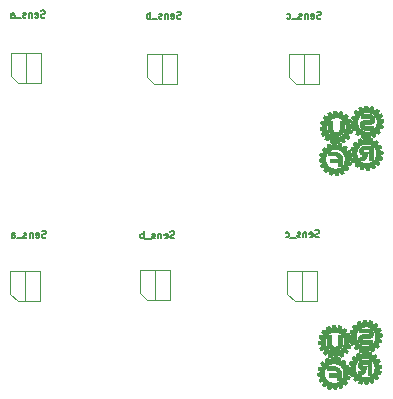
<source format=gbo>
G04 #@! TF.GenerationSoftware,KiCad,Pcbnew,(6.0.0-rc1-dev-1521-g81a0ab4d7)*
G04 #@! TF.CreationDate,2019-02-16T01:33:36+09:00
G04 #@! TF.ProjectId,Linesens_mini,4c696e65-7365-46e7-935f-6d696e692e6b,rev?*
G04 #@! TF.SameCoordinates,Original*
G04 #@! TF.FileFunction,Legend,Bot*
G04 #@! TF.FilePolarity,Positive*
%FSLAX46Y46*%
G04 Gerber Fmt 4.6, Leading zero omitted, Abs format (unit mm)*
G04 Created by KiCad (PCBNEW (6.0.0-rc1-dev-1521-g81a0ab4d7)) date 02/16/19 01:33:36*
%MOMM*%
%LPD*%
G04 APERTURE LIST*
%ADD10C,0.010000*%
%ADD11C,0.120000*%
%ADD12C,0.150000*%
G04 APERTURE END LIST*
D10*
G36*
X102259850Y-86598572D02*
G01*
X102225585Y-86600683D01*
X102192852Y-86603823D01*
X102164189Y-86607683D01*
X102142129Y-86611953D01*
X102129210Y-86616325D01*
X102127163Y-86618042D01*
X102123977Y-86627897D01*
X102120481Y-86645547D01*
X102118734Y-86657350D01*
X102114291Y-86686298D01*
X102107842Y-86722139D01*
X102100442Y-86759439D01*
X102093149Y-86792766D01*
X102089393Y-86808105D01*
X102086122Y-86818865D01*
X102081330Y-86826433D01*
X102072494Y-86832350D01*
X102057092Y-86838155D01*
X102032600Y-86845391D01*
X102024692Y-86847623D01*
X101965975Y-86864161D01*
X101927806Y-86824643D01*
X101904421Y-86799919D01*
X101878041Y-86771254D01*
X101853921Y-86744366D01*
X101851273Y-86741353D01*
X101812910Y-86697582D01*
X101727518Y-86739915D01*
X101696586Y-86755450D01*
X101669025Y-86769663D01*
X101647183Y-86781318D01*
X101633409Y-86789173D01*
X101630568Y-86791062D01*
X101626166Y-86795099D01*
X101623665Y-86800522D01*
X101623236Y-86809410D01*
X101625045Y-86823846D01*
X101629263Y-86845910D01*
X101636059Y-86877686D01*
X101638506Y-86888878D01*
X101647753Y-86931385D01*
X101654071Y-86963563D01*
X101657106Y-86987517D01*
X101656509Y-87005356D01*
X101651928Y-87019184D01*
X101643010Y-87031108D01*
X101629406Y-87043235D01*
X101610762Y-87057671D01*
X101610284Y-87058037D01*
X101562567Y-87094585D01*
X101462646Y-87045662D01*
X101362725Y-86996738D01*
X101328522Y-87033806D01*
X101307825Y-87056973D01*
X101283873Y-87084881D01*
X101261195Y-87112234D01*
X101256947Y-87117501D01*
X101219576Y-87164127D01*
X101249848Y-87206401D01*
X101277800Y-87246123D01*
X101301440Y-87281108D01*
X101319909Y-87310010D01*
X101332345Y-87331483D01*
X101337824Y-87343925D01*
X101336279Y-87356299D01*
X101328454Y-87376946D01*
X101315208Y-87403635D01*
X101313769Y-87406277D01*
X101286525Y-87455930D01*
X101173056Y-87453902D01*
X101059586Y-87451875D01*
X101041168Y-87499500D01*
X101030371Y-87529425D01*
X101018766Y-87564735D01*
X101008618Y-87598490D01*
X101007336Y-87603084D01*
X100991922Y-87659044D01*
X101039823Y-87688809D01*
X101069281Y-87707526D01*
X101101734Y-87728775D01*
X101130488Y-87748168D01*
X101132234Y-87749374D01*
X101176744Y-87780173D01*
X101172550Y-87822399D01*
X101169223Y-87855683D01*
X101166060Y-87878821D01*
X101161620Y-87894263D01*
X101154463Y-87904462D01*
X101143147Y-87911868D01*
X101126233Y-87918933D01*
X101112820Y-87924020D01*
X101082531Y-87935170D01*
X101047059Y-87947625D01*
X101013360Y-87958950D01*
X101008713Y-87960458D01*
X100953150Y-87978367D01*
X100953150Y-88014055D01*
X100953888Y-88042247D01*
X100955893Y-88074139D01*
X100958851Y-88107043D01*
X100962449Y-88138273D01*
X100966375Y-88165142D01*
X100970315Y-88184963D01*
X100973957Y-88195049D01*
X100974283Y-88195410D01*
X100983025Y-88198960D01*
X101001777Y-88203839D01*
X101027994Y-88209467D01*
X101059131Y-88215262D01*
X101067450Y-88216680D01*
X101109135Y-88223729D01*
X101140179Y-88229720D01*
X101162445Y-88235810D01*
X101177796Y-88243159D01*
X101188097Y-88252924D01*
X101195211Y-88266264D01*
X101201001Y-88284337D01*
X101205860Y-88302704D01*
X101220445Y-88358473D01*
X101205860Y-88374380D01*
X101183308Y-88397463D01*
X101154003Y-88425240D01*
X101121244Y-88454646D01*
X101097613Y-88474904D01*
X101079938Y-88490954D01*
X101066971Y-88505056D01*
X101061194Y-88514468D01*
X101061100Y-88515243D01*
X101063914Y-88524683D01*
X101071515Y-88542769D01*
X101082646Y-88566980D01*
X101096050Y-88594792D01*
X101110467Y-88623683D01*
X101124640Y-88651132D01*
X101137312Y-88674615D01*
X101147223Y-88691611D01*
X101153000Y-88699504D01*
X101160777Y-88701982D01*
X101175680Y-88701336D01*
X101199432Y-88697369D01*
X101230329Y-88690675D01*
X101262959Y-88683437D01*
X101295377Y-88676683D01*
X101322990Y-88671350D01*
X101336073Y-88669107D01*
X101372920Y-88663367D01*
X101410685Y-88709584D01*
X101427171Y-88730594D01*
X101440010Y-88748544D01*
X101447381Y-88760810D01*
X101448450Y-88764070D01*
X101445788Y-88772321D01*
X101438426Y-88789860D01*
X101427297Y-88814593D01*
X101413336Y-88844427D01*
X101402553Y-88866867D01*
X101356656Y-88961395D01*
X101404263Y-89006735D01*
X101429242Y-89029807D01*
X101455694Y-89053081D01*
X101479322Y-89072817D01*
X101487780Y-89079463D01*
X101523688Y-89106852D01*
X101570969Y-89071886D01*
X101603393Y-89048518D01*
X101634575Y-89027154D01*
X101662608Y-89009000D01*
X101685588Y-88995263D01*
X101701608Y-88987150D01*
X101707509Y-88985460D01*
X101716359Y-88988451D01*
X101733185Y-88996516D01*
X101755066Y-89008207D01*
X101766849Y-89014878D01*
X101817955Y-89044356D01*
X101812822Y-89130765D01*
X101810878Y-89165077D01*
X101809235Y-89197070D01*
X101808049Y-89223456D01*
X101807480Y-89240944D01*
X101807458Y-89242575D01*
X101807225Y-89267975D01*
X101896125Y-89297513D01*
X101928932Y-89308293D01*
X101958566Y-89317809D01*
X101982403Y-89325235D01*
X101997819Y-89329743D01*
X102000900Y-89330514D01*
X102007673Y-89331035D01*
X102014318Y-89328390D01*
X102022196Y-89321031D01*
X102032665Y-89307415D01*
X102047085Y-89285995D01*
X102065991Y-89256526D01*
X102089215Y-89219995D01*
X102106937Y-89192800D01*
X102120594Y-89173640D01*
X102131625Y-89161217D01*
X102141467Y-89154231D01*
X102151558Y-89151380D01*
X102163336Y-89151366D01*
X102178240Y-89152888D01*
X102180375Y-89153119D01*
X102213783Y-89156895D01*
X102236886Y-89160384D01*
X102252025Y-89164468D01*
X102261540Y-89170030D01*
X102267772Y-89177953D01*
X102272516Y-89187845D01*
X102278337Y-89202641D01*
X102287016Y-89226325D01*
X102297416Y-89255726D01*
X102308399Y-89287678D01*
X102309251Y-89290200D01*
X102336066Y-89369575D01*
X102382796Y-89370405D01*
X102411598Y-89370089D01*
X102446578Y-89368512D01*
X102481314Y-89365986D01*
X102489850Y-89365179D01*
X102516280Y-89362139D01*
X102537697Y-89358952D01*
X102551118Y-89356099D01*
X102554034Y-89354823D01*
X102556456Y-89347355D01*
X102560532Y-89329683D01*
X102565776Y-89304124D01*
X102571699Y-89272992D01*
X102574437Y-89257892D01*
X102580719Y-89223868D01*
X102586749Y-89193269D01*
X102591970Y-89168778D01*
X102595824Y-89153082D01*
X102596830Y-89149942D01*
X102601490Y-89142161D01*
X102610348Y-89135757D01*
X102625860Y-89129587D01*
X102650484Y-89122502D01*
X102662086Y-89119498D01*
X102721492Y-89104371D01*
X102767606Y-89154423D01*
X102789885Y-89179007D01*
X102811797Y-89203871D01*
X102830086Y-89225291D01*
X102837523Y-89234382D01*
X102851845Y-89250435D01*
X102864574Y-89261392D01*
X102871413Y-89264545D01*
X102880936Y-89261896D01*
X102899175Y-89254527D01*
X102923611Y-89243632D01*
X102951723Y-89230405D01*
X102980989Y-89216041D01*
X103008887Y-89201734D01*
X103032898Y-89188677D01*
X103038964Y-89185184D01*
X103065900Y-89169398D01*
X103051492Y-89109801D01*
X103043843Y-89076256D01*
X103036339Y-89040149D01*
X103030323Y-89008028D01*
X103029133Y-89000918D01*
X103025312Y-88976177D01*
X103023936Y-88960754D01*
X103025392Y-88951434D01*
X103030068Y-88945002D01*
X103036504Y-88939685D01*
X103049755Y-88929029D01*
X103068043Y-88913933D01*
X103082290Y-88901982D01*
X103095050Y-88891428D01*
X103105879Y-88884307D01*
X103116757Y-88880935D01*
X103129666Y-88881629D01*
X103146589Y-88886709D01*
X103169506Y-88896490D01*
X103200400Y-88911291D01*
X103229319Y-88925542D01*
X103259249Y-88940074D01*
X103285424Y-88952322D01*
X103305607Y-88961276D01*
X103317560Y-88965923D01*
X103319510Y-88966350D01*
X103325875Y-88961794D01*
X103338564Y-88949459D01*
X103355795Y-88931341D01*
X103375786Y-88909439D01*
X103396757Y-88885750D01*
X103416926Y-88862271D01*
X103434511Y-88841000D01*
X103447730Y-88823934D01*
X103452068Y-88817723D01*
X103456162Y-88810657D01*
X103457445Y-88803852D01*
X103454979Y-88795135D01*
X103447831Y-88782332D01*
X103435066Y-88763268D01*
X103418496Y-88739662D01*
X103399207Y-88711884D01*
X103380845Y-88684641D01*
X103365716Y-88661399D01*
X103357348Y-88647769D01*
X103340137Y-88618113D01*
X103365058Y-88572021D01*
X102928000Y-88572021D01*
X102923180Y-88579447D01*
X102910079Y-88592557D01*
X102890734Y-88609633D01*
X102867184Y-88628956D01*
X102841467Y-88648810D01*
X102815622Y-88667475D01*
X102810992Y-88670659D01*
X102726066Y-88721110D01*
X102633931Y-88761998D01*
X102536517Y-88792574D01*
X102451750Y-88809784D01*
X102427672Y-88812022D01*
X102394317Y-88813165D01*
X102355053Y-88813289D01*
X102313248Y-88812469D01*
X102272272Y-88810781D01*
X102235493Y-88808301D01*
X102206279Y-88805103D01*
X102200170Y-88804135D01*
X102101911Y-88780769D01*
X102008479Y-88746143D01*
X101920651Y-88701029D01*
X101839199Y-88646202D01*
X101764898Y-88582436D01*
X101698521Y-88510506D01*
X101640844Y-88431185D01*
X101592640Y-88345248D01*
X101554684Y-88253469D01*
X101527749Y-88156622D01*
X101521765Y-88125730D01*
X101516368Y-88083180D01*
X101513173Y-88032959D01*
X101512181Y-87979191D01*
X101513392Y-87925999D01*
X101516808Y-87877506D01*
X101521727Y-87841513D01*
X101542226Y-87756822D01*
X101571974Y-87671974D01*
X101609373Y-87590854D01*
X101652825Y-87517350D01*
X101658319Y-87509298D01*
X101675899Y-87484972D01*
X101695036Y-87460149D01*
X101713960Y-87436932D01*
X101730898Y-87417425D01*
X101744078Y-87403732D01*
X101751729Y-87397956D01*
X101752155Y-87397894D01*
X101753307Y-87403942D01*
X101754181Y-87420894D01*
X101754747Y-87446956D01*
X101754974Y-87480334D01*
X101754831Y-87519234D01*
X101754608Y-87540419D01*
X101752790Y-87682950D01*
X102046708Y-87685063D01*
X102115593Y-87685577D01*
X102173020Y-87686078D01*
X102220230Y-87686628D01*
X102258463Y-87687288D01*
X102288962Y-87688118D01*
X102312968Y-87689178D01*
X102331721Y-87690530D01*
X102346463Y-87692235D01*
X102358436Y-87694352D01*
X102368881Y-87696943D01*
X102379038Y-87700068D01*
X102383425Y-87701524D01*
X102438486Y-87725836D01*
X102487427Y-87759076D01*
X102528949Y-87799717D01*
X102561755Y-87846231D01*
X102584547Y-87897089D01*
X102596027Y-87950764D01*
X102596140Y-87951937D01*
X102599564Y-87988450D01*
X101918350Y-87988450D01*
X101918350Y-88286900D01*
X102597800Y-88286900D01*
X102597800Y-88566300D01*
X102762900Y-88566300D01*
X102809096Y-88566511D01*
X102849804Y-88567110D01*
X102883526Y-88568046D01*
X102908759Y-88569266D01*
X102924004Y-88570717D01*
X102928000Y-88572021D01*
X103365058Y-88572021D01*
X103369595Y-88563631D01*
X103399053Y-88509150D01*
X103431814Y-88509250D01*
X103451555Y-88509832D01*
X103479888Y-88511331D01*
X103512760Y-88513509D01*
X103540775Y-88515676D01*
X103573536Y-88518200D01*
X103595936Y-88519280D01*
X103610242Y-88518819D01*
X103618722Y-88516716D01*
X103623642Y-88512875D01*
X103624284Y-88512048D01*
X103628910Y-88502448D01*
X103636308Y-88483478D01*
X103645538Y-88457914D01*
X103655664Y-88428533D01*
X103665747Y-88398111D01*
X103674851Y-88369425D01*
X103682038Y-88345250D01*
X103686371Y-88328364D01*
X103686465Y-88327909D01*
X103687632Y-88319971D01*
X103686382Y-88313180D01*
X103681131Y-88306048D01*
X103670298Y-88297086D01*
X103652301Y-88284809D01*
X103625557Y-88267728D01*
X103616124Y-88261780D01*
X103587174Y-88243174D01*
X103560632Y-88225450D01*
X103539138Y-88210414D01*
X103525331Y-88199877D01*
X103523810Y-88198546D01*
X103505800Y-88182125D01*
X103513118Y-88124031D01*
X103520437Y-88065937D01*
X103549656Y-88052467D01*
X103567592Y-88044999D01*
X103593874Y-88035054D01*
X103616298Y-88027036D01*
X103171969Y-88027036D01*
X103160696Y-88124957D01*
X103138299Y-88220960D01*
X103105158Y-88313498D01*
X103061647Y-88401023D01*
X103008144Y-88481988D01*
X102998151Y-88494901D01*
X102969275Y-88531375D01*
X102965741Y-88210700D01*
X102964925Y-88138368D01*
X102964167Y-88077547D01*
X102963411Y-88027046D01*
X102962600Y-87985676D01*
X102961676Y-87952248D01*
X102960582Y-87925570D01*
X102959262Y-87904455D01*
X102957658Y-87887713D01*
X102955713Y-87874153D01*
X102953371Y-87862587D01*
X102950573Y-87851825D01*
X102948118Y-87843488D01*
X102918565Y-87767348D01*
X102877944Y-87695851D01*
X102827304Y-87629834D01*
X102767694Y-87570139D01*
X102700165Y-87517604D01*
X102625764Y-87473069D01*
X102545542Y-87437375D01*
X102460547Y-87411360D01*
X102391842Y-87398359D01*
X102373855Y-87396777D01*
X102344426Y-87395342D01*
X102304816Y-87394081D01*
X102256283Y-87393020D01*
X102200086Y-87392185D01*
X102137485Y-87391602D01*
X102069737Y-87391297D01*
X102049654Y-87391265D01*
X101756425Y-87390980D01*
X101788175Y-87362228D01*
X101818888Y-87336904D01*
X101857264Y-87308963D01*
X101899377Y-87280982D01*
X101941301Y-87255535D01*
X101979109Y-87235198D01*
X101988959Y-87230525D01*
X102037528Y-87210472D01*
X102091712Y-87191541D01*
X102146295Y-87175391D01*
X102196060Y-87163678D01*
X102204100Y-87162169D01*
X102242019Y-87157418D01*
X102288511Y-87154694D01*
X102339619Y-87153955D01*
X102391387Y-87155161D01*
X102439857Y-87158272D01*
X102481073Y-87163246D01*
X102491564Y-87165122D01*
X102591670Y-87191043D01*
X102686234Y-87227848D01*
X102774558Y-87274843D01*
X102855944Y-87331329D01*
X102929692Y-87396610D01*
X102995106Y-87469989D01*
X103051485Y-87550770D01*
X103098132Y-87638256D01*
X103134348Y-87731749D01*
X103159435Y-87830553D01*
X103159641Y-87831635D01*
X103171743Y-87928746D01*
X103171969Y-88027036D01*
X103616298Y-88027036D01*
X103624748Y-88024015D01*
X103651900Y-88014772D01*
X103724925Y-87990546D01*
X103726978Y-87949810D01*
X103727139Y-87925776D01*
X103725913Y-87894050D01*
X103723537Y-87859535D01*
X103721583Y-87838799D01*
X103714135Y-87768523D01*
X103649680Y-87758088D01*
X103616013Y-87752323D01*
X103581007Y-87745816D01*
X103550402Y-87739652D01*
X103540212Y-87737418D01*
X103495199Y-87727184D01*
X103478825Y-87669228D01*
X103471236Y-87641093D01*
X103467309Y-87622308D01*
X103466731Y-87610159D01*
X103469189Y-87601935D01*
X103470765Y-87599402D01*
X103479771Y-87589263D01*
X103496788Y-87572549D01*
X103520095Y-87550842D01*
X103547971Y-87525728D01*
X103578697Y-87498791D01*
X103597599Y-87482571D01*
X103628688Y-87456118D01*
X103582266Y-87362972D01*
X103566129Y-87331450D01*
X103551300Y-87304058D01*
X103538921Y-87282791D01*
X103530137Y-87269643D01*
X103526838Y-87266371D01*
X103517385Y-87266329D01*
X103498361Y-87268784D01*
X103472555Y-87273304D01*
X103443580Y-87279276D01*
X103410838Y-87286225D01*
X103379254Y-87292466D01*
X103352793Y-87297241D01*
X103337575Y-87299547D01*
X103305825Y-87303457D01*
X103269297Y-87255703D01*
X103232769Y-87207950D01*
X103245247Y-87176294D01*
X103253178Y-87157768D01*
X103265194Y-87131613D01*
X103279579Y-87101498D01*
X103292720Y-87074858D01*
X103327716Y-87005079D01*
X103281846Y-86962558D01*
X103243756Y-86928266D01*
X103211261Y-86901103D01*
X103185077Y-86881591D01*
X103165919Y-86870255D01*
X103154501Y-86867618D01*
X103153123Y-86868240D01*
X103132334Y-86882771D01*
X103107107Y-86900031D01*
X103079490Y-86918663D01*
X103051536Y-86937308D01*
X103025294Y-86954609D01*
X103002814Y-86969208D01*
X102986147Y-86979748D01*
X102977344Y-86984871D01*
X102976565Y-86985150D01*
X102969340Y-86982165D01*
X102953859Y-86974157D01*
X102932811Y-86962548D01*
X102920393Y-86955464D01*
X102868927Y-86925778D01*
X102877033Y-86701978D01*
X102821554Y-86681457D01*
X102791756Y-86670883D01*
X102760060Y-86660373D01*
X102729268Y-86650776D01*
X102702181Y-86642935D01*
X102681600Y-86637696D01*
X102670627Y-86635900D01*
X102663449Y-86640901D01*
X102654091Y-86653258D01*
X102652113Y-86656537D01*
X102643312Y-86670925D01*
X102629655Y-86692297D01*
X102612993Y-86717864D01*
X102595172Y-86744834D01*
X102578042Y-86770415D01*
X102563450Y-86791816D01*
X102553246Y-86806246D01*
X102551138Y-86809025D01*
X102546027Y-86814104D01*
X102538856Y-86816815D01*
X102526931Y-86817295D01*
X102507556Y-86815681D01*
X102481558Y-86812555D01*
X102420821Y-86804884D01*
X102402071Y-86756904D01*
X102390829Y-86726923D01*
X102378314Y-86691692D01*
X102366966Y-86658106D01*
X102365427Y-86653362D01*
X102347533Y-86597800D01*
X102293113Y-86597800D01*
X102259850Y-86598572D01*
X102259850Y-86598572D01*
G37*
X102259850Y-86598572D02*
X102225585Y-86600683D01*
X102192852Y-86603823D01*
X102164189Y-86607683D01*
X102142129Y-86611953D01*
X102129210Y-86616325D01*
X102127163Y-86618042D01*
X102123977Y-86627897D01*
X102120481Y-86645547D01*
X102118734Y-86657350D01*
X102114291Y-86686298D01*
X102107842Y-86722139D01*
X102100442Y-86759439D01*
X102093149Y-86792766D01*
X102089393Y-86808105D01*
X102086122Y-86818865D01*
X102081330Y-86826433D01*
X102072494Y-86832350D01*
X102057092Y-86838155D01*
X102032600Y-86845391D01*
X102024692Y-86847623D01*
X101965975Y-86864161D01*
X101927806Y-86824643D01*
X101904421Y-86799919D01*
X101878041Y-86771254D01*
X101853921Y-86744366D01*
X101851273Y-86741353D01*
X101812910Y-86697582D01*
X101727518Y-86739915D01*
X101696586Y-86755450D01*
X101669025Y-86769663D01*
X101647183Y-86781318D01*
X101633409Y-86789173D01*
X101630568Y-86791062D01*
X101626166Y-86795099D01*
X101623665Y-86800522D01*
X101623236Y-86809410D01*
X101625045Y-86823846D01*
X101629263Y-86845910D01*
X101636059Y-86877686D01*
X101638506Y-86888878D01*
X101647753Y-86931385D01*
X101654071Y-86963563D01*
X101657106Y-86987517D01*
X101656509Y-87005356D01*
X101651928Y-87019184D01*
X101643010Y-87031108D01*
X101629406Y-87043235D01*
X101610762Y-87057671D01*
X101610284Y-87058037D01*
X101562567Y-87094585D01*
X101462646Y-87045662D01*
X101362725Y-86996738D01*
X101328522Y-87033806D01*
X101307825Y-87056973D01*
X101283873Y-87084881D01*
X101261195Y-87112234D01*
X101256947Y-87117501D01*
X101219576Y-87164127D01*
X101249848Y-87206401D01*
X101277800Y-87246123D01*
X101301440Y-87281108D01*
X101319909Y-87310010D01*
X101332345Y-87331483D01*
X101337824Y-87343925D01*
X101336279Y-87356299D01*
X101328454Y-87376946D01*
X101315208Y-87403635D01*
X101313769Y-87406277D01*
X101286525Y-87455930D01*
X101173056Y-87453902D01*
X101059586Y-87451875D01*
X101041168Y-87499500D01*
X101030371Y-87529425D01*
X101018766Y-87564735D01*
X101008618Y-87598490D01*
X101007336Y-87603084D01*
X100991922Y-87659044D01*
X101039823Y-87688809D01*
X101069281Y-87707526D01*
X101101734Y-87728775D01*
X101130488Y-87748168D01*
X101132234Y-87749374D01*
X101176744Y-87780173D01*
X101172550Y-87822399D01*
X101169223Y-87855683D01*
X101166060Y-87878821D01*
X101161620Y-87894263D01*
X101154463Y-87904462D01*
X101143147Y-87911868D01*
X101126233Y-87918933D01*
X101112820Y-87924020D01*
X101082531Y-87935170D01*
X101047059Y-87947625D01*
X101013360Y-87958950D01*
X101008713Y-87960458D01*
X100953150Y-87978367D01*
X100953150Y-88014055D01*
X100953888Y-88042247D01*
X100955893Y-88074139D01*
X100958851Y-88107043D01*
X100962449Y-88138273D01*
X100966375Y-88165142D01*
X100970315Y-88184963D01*
X100973957Y-88195049D01*
X100974283Y-88195410D01*
X100983025Y-88198960D01*
X101001777Y-88203839D01*
X101027994Y-88209467D01*
X101059131Y-88215262D01*
X101067450Y-88216680D01*
X101109135Y-88223729D01*
X101140179Y-88229720D01*
X101162445Y-88235810D01*
X101177796Y-88243159D01*
X101188097Y-88252924D01*
X101195211Y-88266264D01*
X101201001Y-88284337D01*
X101205860Y-88302704D01*
X101220445Y-88358473D01*
X101205860Y-88374380D01*
X101183308Y-88397463D01*
X101154003Y-88425240D01*
X101121244Y-88454646D01*
X101097613Y-88474904D01*
X101079938Y-88490954D01*
X101066971Y-88505056D01*
X101061194Y-88514468D01*
X101061100Y-88515243D01*
X101063914Y-88524683D01*
X101071515Y-88542769D01*
X101082646Y-88566980D01*
X101096050Y-88594792D01*
X101110467Y-88623683D01*
X101124640Y-88651132D01*
X101137312Y-88674615D01*
X101147223Y-88691611D01*
X101153000Y-88699504D01*
X101160777Y-88701982D01*
X101175680Y-88701336D01*
X101199432Y-88697369D01*
X101230329Y-88690675D01*
X101262959Y-88683437D01*
X101295377Y-88676683D01*
X101322990Y-88671350D01*
X101336073Y-88669107D01*
X101372920Y-88663367D01*
X101410685Y-88709584D01*
X101427171Y-88730594D01*
X101440010Y-88748544D01*
X101447381Y-88760810D01*
X101448450Y-88764070D01*
X101445788Y-88772321D01*
X101438426Y-88789860D01*
X101427297Y-88814593D01*
X101413336Y-88844427D01*
X101402553Y-88866867D01*
X101356656Y-88961395D01*
X101404263Y-89006735D01*
X101429242Y-89029807D01*
X101455694Y-89053081D01*
X101479322Y-89072817D01*
X101487780Y-89079463D01*
X101523688Y-89106852D01*
X101570969Y-89071886D01*
X101603393Y-89048518D01*
X101634575Y-89027154D01*
X101662608Y-89009000D01*
X101685588Y-88995263D01*
X101701608Y-88987150D01*
X101707509Y-88985460D01*
X101716359Y-88988451D01*
X101733185Y-88996516D01*
X101755066Y-89008207D01*
X101766849Y-89014878D01*
X101817955Y-89044356D01*
X101812822Y-89130765D01*
X101810878Y-89165077D01*
X101809235Y-89197070D01*
X101808049Y-89223456D01*
X101807480Y-89240944D01*
X101807458Y-89242575D01*
X101807225Y-89267975D01*
X101896125Y-89297513D01*
X101928932Y-89308293D01*
X101958566Y-89317809D01*
X101982403Y-89325235D01*
X101997819Y-89329743D01*
X102000900Y-89330514D01*
X102007673Y-89331035D01*
X102014318Y-89328390D01*
X102022196Y-89321031D01*
X102032665Y-89307415D01*
X102047085Y-89285995D01*
X102065991Y-89256526D01*
X102089215Y-89219995D01*
X102106937Y-89192800D01*
X102120594Y-89173640D01*
X102131625Y-89161217D01*
X102141467Y-89154231D01*
X102151558Y-89151380D01*
X102163336Y-89151366D01*
X102178240Y-89152888D01*
X102180375Y-89153119D01*
X102213783Y-89156895D01*
X102236886Y-89160384D01*
X102252025Y-89164468D01*
X102261540Y-89170030D01*
X102267772Y-89177953D01*
X102272516Y-89187845D01*
X102278337Y-89202641D01*
X102287016Y-89226325D01*
X102297416Y-89255726D01*
X102308399Y-89287678D01*
X102309251Y-89290200D01*
X102336066Y-89369575D01*
X102382796Y-89370405D01*
X102411598Y-89370089D01*
X102446578Y-89368512D01*
X102481314Y-89365986D01*
X102489850Y-89365179D01*
X102516280Y-89362139D01*
X102537697Y-89358952D01*
X102551118Y-89356099D01*
X102554034Y-89354823D01*
X102556456Y-89347355D01*
X102560532Y-89329683D01*
X102565776Y-89304124D01*
X102571699Y-89272992D01*
X102574437Y-89257892D01*
X102580719Y-89223868D01*
X102586749Y-89193269D01*
X102591970Y-89168778D01*
X102595824Y-89153082D01*
X102596830Y-89149942D01*
X102601490Y-89142161D01*
X102610348Y-89135757D01*
X102625860Y-89129587D01*
X102650484Y-89122502D01*
X102662086Y-89119498D01*
X102721492Y-89104371D01*
X102767606Y-89154423D01*
X102789885Y-89179007D01*
X102811797Y-89203871D01*
X102830086Y-89225291D01*
X102837523Y-89234382D01*
X102851845Y-89250435D01*
X102864574Y-89261392D01*
X102871413Y-89264545D01*
X102880936Y-89261896D01*
X102899175Y-89254527D01*
X102923611Y-89243632D01*
X102951723Y-89230405D01*
X102980989Y-89216041D01*
X103008887Y-89201734D01*
X103032898Y-89188677D01*
X103038964Y-89185184D01*
X103065900Y-89169398D01*
X103051492Y-89109801D01*
X103043843Y-89076256D01*
X103036339Y-89040149D01*
X103030323Y-89008028D01*
X103029133Y-89000918D01*
X103025312Y-88976177D01*
X103023936Y-88960754D01*
X103025392Y-88951434D01*
X103030068Y-88945002D01*
X103036504Y-88939685D01*
X103049755Y-88929029D01*
X103068043Y-88913933D01*
X103082290Y-88901982D01*
X103095050Y-88891428D01*
X103105879Y-88884307D01*
X103116757Y-88880935D01*
X103129666Y-88881629D01*
X103146589Y-88886709D01*
X103169506Y-88896490D01*
X103200400Y-88911291D01*
X103229319Y-88925542D01*
X103259249Y-88940074D01*
X103285424Y-88952322D01*
X103305607Y-88961276D01*
X103317560Y-88965923D01*
X103319510Y-88966350D01*
X103325875Y-88961794D01*
X103338564Y-88949459D01*
X103355795Y-88931341D01*
X103375786Y-88909439D01*
X103396757Y-88885750D01*
X103416926Y-88862271D01*
X103434511Y-88841000D01*
X103447730Y-88823934D01*
X103452068Y-88817723D01*
X103456162Y-88810657D01*
X103457445Y-88803852D01*
X103454979Y-88795135D01*
X103447831Y-88782332D01*
X103435066Y-88763268D01*
X103418496Y-88739662D01*
X103399207Y-88711884D01*
X103380845Y-88684641D01*
X103365716Y-88661399D01*
X103357348Y-88647769D01*
X103340137Y-88618113D01*
X103365058Y-88572021D01*
X102928000Y-88572021D01*
X102923180Y-88579447D01*
X102910079Y-88592557D01*
X102890734Y-88609633D01*
X102867184Y-88628956D01*
X102841467Y-88648810D01*
X102815622Y-88667475D01*
X102810992Y-88670659D01*
X102726066Y-88721110D01*
X102633931Y-88761998D01*
X102536517Y-88792574D01*
X102451750Y-88809784D01*
X102427672Y-88812022D01*
X102394317Y-88813165D01*
X102355053Y-88813289D01*
X102313248Y-88812469D01*
X102272272Y-88810781D01*
X102235493Y-88808301D01*
X102206279Y-88805103D01*
X102200170Y-88804135D01*
X102101911Y-88780769D01*
X102008479Y-88746143D01*
X101920651Y-88701029D01*
X101839199Y-88646202D01*
X101764898Y-88582436D01*
X101698521Y-88510506D01*
X101640844Y-88431185D01*
X101592640Y-88345248D01*
X101554684Y-88253469D01*
X101527749Y-88156622D01*
X101521765Y-88125730D01*
X101516368Y-88083180D01*
X101513173Y-88032959D01*
X101512181Y-87979191D01*
X101513392Y-87925999D01*
X101516808Y-87877506D01*
X101521727Y-87841513D01*
X101542226Y-87756822D01*
X101571974Y-87671974D01*
X101609373Y-87590854D01*
X101652825Y-87517350D01*
X101658319Y-87509298D01*
X101675899Y-87484972D01*
X101695036Y-87460149D01*
X101713960Y-87436932D01*
X101730898Y-87417425D01*
X101744078Y-87403732D01*
X101751729Y-87397956D01*
X101752155Y-87397894D01*
X101753307Y-87403942D01*
X101754181Y-87420894D01*
X101754747Y-87446956D01*
X101754974Y-87480334D01*
X101754831Y-87519234D01*
X101754608Y-87540419D01*
X101752790Y-87682950D01*
X102046708Y-87685063D01*
X102115593Y-87685577D01*
X102173020Y-87686078D01*
X102220230Y-87686628D01*
X102258463Y-87687288D01*
X102288962Y-87688118D01*
X102312968Y-87689178D01*
X102331721Y-87690530D01*
X102346463Y-87692235D01*
X102358436Y-87694352D01*
X102368881Y-87696943D01*
X102379038Y-87700068D01*
X102383425Y-87701524D01*
X102438486Y-87725836D01*
X102487427Y-87759076D01*
X102528949Y-87799717D01*
X102561755Y-87846231D01*
X102584547Y-87897089D01*
X102596027Y-87950764D01*
X102596140Y-87951937D01*
X102599564Y-87988450D01*
X101918350Y-87988450D01*
X101918350Y-88286900D01*
X102597800Y-88286900D01*
X102597800Y-88566300D01*
X102762900Y-88566300D01*
X102809096Y-88566511D01*
X102849804Y-88567110D01*
X102883526Y-88568046D01*
X102908759Y-88569266D01*
X102924004Y-88570717D01*
X102928000Y-88572021D01*
X103365058Y-88572021D01*
X103369595Y-88563631D01*
X103399053Y-88509150D01*
X103431814Y-88509250D01*
X103451555Y-88509832D01*
X103479888Y-88511331D01*
X103512760Y-88513509D01*
X103540775Y-88515676D01*
X103573536Y-88518200D01*
X103595936Y-88519280D01*
X103610242Y-88518819D01*
X103618722Y-88516716D01*
X103623642Y-88512875D01*
X103624284Y-88512048D01*
X103628910Y-88502448D01*
X103636308Y-88483478D01*
X103645538Y-88457914D01*
X103655664Y-88428533D01*
X103665747Y-88398111D01*
X103674851Y-88369425D01*
X103682038Y-88345250D01*
X103686371Y-88328364D01*
X103686465Y-88327909D01*
X103687632Y-88319971D01*
X103686382Y-88313180D01*
X103681131Y-88306048D01*
X103670298Y-88297086D01*
X103652301Y-88284809D01*
X103625557Y-88267728D01*
X103616124Y-88261780D01*
X103587174Y-88243174D01*
X103560632Y-88225450D01*
X103539138Y-88210414D01*
X103525331Y-88199877D01*
X103523810Y-88198546D01*
X103505800Y-88182125D01*
X103513118Y-88124031D01*
X103520437Y-88065937D01*
X103549656Y-88052467D01*
X103567592Y-88044999D01*
X103593874Y-88035054D01*
X103616298Y-88027036D01*
X103171969Y-88027036D01*
X103160696Y-88124957D01*
X103138299Y-88220960D01*
X103105158Y-88313498D01*
X103061647Y-88401023D01*
X103008144Y-88481988D01*
X102998151Y-88494901D01*
X102969275Y-88531375D01*
X102965741Y-88210700D01*
X102964925Y-88138368D01*
X102964167Y-88077547D01*
X102963411Y-88027046D01*
X102962600Y-87985676D01*
X102961676Y-87952248D01*
X102960582Y-87925570D01*
X102959262Y-87904455D01*
X102957658Y-87887713D01*
X102955713Y-87874153D01*
X102953371Y-87862587D01*
X102950573Y-87851825D01*
X102948118Y-87843488D01*
X102918565Y-87767348D01*
X102877944Y-87695851D01*
X102827304Y-87629834D01*
X102767694Y-87570139D01*
X102700165Y-87517604D01*
X102625764Y-87473069D01*
X102545542Y-87437375D01*
X102460547Y-87411360D01*
X102391842Y-87398359D01*
X102373855Y-87396777D01*
X102344426Y-87395342D01*
X102304816Y-87394081D01*
X102256283Y-87393020D01*
X102200086Y-87392185D01*
X102137485Y-87391602D01*
X102069737Y-87391297D01*
X102049654Y-87391265D01*
X101756425Y-87390980D01*
X101788175Y-87362228D01*
X101818888Y-87336904D01*
X101857264Y-87308963D01*
X101899377Y-87280982D01*
X101941301Y-87255535D01*
X101979109Y-87235198D01*
X101988959Y-87230525D01*
X102037528Y-87210472D01*
X102091712Y-87191541D01*
X102146295Y-87175391D01*
X102196060Y-87163678D01*
X102204100Y-87162169D01*
X102242019Y-87157418D01*
X102288511Y-87154694D01*
X102339619Y-87153955D01*
X102391387Y-87155161D01*
X102439857Y-87158272D01*
X102481073Y-87163246D01*
X102491564Y-87165122D01*
X102591670Y-87191043D01*
X102686234Y-87227848D01*
X102774558Y-87274843D01*
X102855944Y-87331329D01*
X102929692Y-87396610D01*
X102995106Y-87469989D01*
X103051485Y-87550770D01*
X103098132Y-87638256D01*
X103134348Y-87731749D01*
X103159435Y-87830553D01*
X103159641Y-87831635D01*
X103171743Y-87928746D01*
X103171969Y-88027036D01*
X103616298Y-88027036D01*
X103624748Y-88024015D01*
X103651900Y-88014772D01*
X103724925Y-87990546D01*
X103726978Y-87949810D01*
X103727139Y-87925776D01*
X103725913Y-87894050D01*
X103723537Y-87859535D01*
X103721583Y-87838799D01*
X103714135Y-87768523D01*
X103649680Y-87758088D01*
X103616013Y-87752323D01*
X103581007Y-87745816D01*
X103550402Y-87739652D01*
X103540212Y-87737418D01*
X103495199Y-87727184D01*
X103478825Y-87669228D01*
X103471236Y-87641093D01*
X103467309Y-87622308D01*
X103466731Y-87610159D01*
X103469189Y-87601935D01*
X103470765Y-87599402D01*
X103479771Y-87589263D01*
X103496788Y-87572549D01*
X103520095Y-87550842D01*
X103547971Y-87525728D01*
X103578697Y-87498791D01*
X103597599Y-87482571D01*
X103628688Y-87456118D01*
X103582266Y-87362972D01*
X103566129Y-87331450D01*
X103551300Y-87304058D01*
X103538921Y-87282791D01*
X103530137Y-87269643D01*
X103526838Y-87266371D01*
X103517385Y-87266329D01*
X103498361Y-87268784D01*
X103472555Y-87273304D01*
X103443580Y-87279276D01*
X103410838Y-87286225D01*
X103379254Y-87292466D01*
X103352793Y-87297241D01*
X103337575Y-87299547D01*
X103305825Y-87303457D01*
X103269297Y-87255703D01*
X103232769Y-87207950D01*
X103245247Y-87176294D01*
X103253178Y-87157768D01*
X103265194Y-87131613D01*
X103279579Y-87101498D01*
X103292720Y-87074858D01*
X103327716Y-87005079D01*
X103281846Y-86962558D01*
X103243756Y-86928266D01*
X103211261Y-86901103D01*
X103185077Y-86881591D01*
X103165919Y-86870255D01*
X103154501Y-86867618D01*
X103153123Y-86868240D01*
X103132334Y-86882771D01*
X103107107Y-86900031D01*
X103079490Y-86918663D01*
X103051536Y-86937308D01*
X103025294Y-86954609D01*
X103002814Y-86969208D01*
X102986147Y-86979748D01*
X102977344Y-86984871D01*
X102976565Y-86985150D01*
X102969340Y-86982165D01*
X102953859Y-86974157D01*
X102932811Y-86962548D01*
X102920393Y-86955464D01*
X102868927Y-86925778D01*
X102877033Y-86701978D01*
X102821554Y-86681457D01*
X102791756Y-86670883D01*
X102760060Y-86660373D01*
X102729268Y-86650776D01*
X102702181Y-86642935D01*
X102681600Y-86637696D01*
X102670627Y-86635900D01*
X102663449Y-86640901D01*
X102654091Y-86653258D01*
X102652113Y-86656537D01*
X102643312Y-86670925D01*
X102629655Y-86692297D01*
X102612993Y-86717864D01*
X102595172Y-86744834D01*
X102578042Y-86770415D01*
X102563450Y-86791816D01*
X102553246Y-86806246D01*
X102551138Y-86809025D01*
X102546027Y-86814104D01*
X102538856Y-86816815D01*
X102526931Y-86817295D01*
X102507556Y-86815681D01*
X102481558Y-86812555D01*
X102420821Y-86804884D01*
X102402071Y-86756904D01*
X102390829Y-86726923D01*
X102378314Y-86691692D01*
X102366966Y-86658106D01*
X102365427Y-86653362D01*
X102347533Y-86597800D01*
X102293113Y-86597800D01*
X102259850Y-86598572D01*
G36*
X104920677Y-86134794D02*
G01*
X104895015Y-86136259D01*
X104865779Y-86138394D01*
X104835783Y-86140945D01*
X104807841Y-86143661D01*
X104784768Y-86146290D01*
X104769377Y-86148580D01*
X104764525Y-86149960D01*
X104762808Y-86156490D01*
X104759489Y-86173003D01*
X104755058Y-86196956D01*
X104750330Y-86223891D01*
X104741659Y-86272933D01*
X104734376Y-86310521D01*
X104728214Y-86337791D01*
X104722901Y-86355881D01*
X104718167Y-86365927D01*
X104716086Y-86368179D01*
X104707103Y-86372049D01*
X104689077Y-86377923D01*
X104665294Y-86384758D01*
X104655214Y-86387449D01*
X104601252Y-86401539D01*
X104559927Y-86358382D01*
X104535992Y-86332950D01*
X104510165Y-86304826D01*
X104487362Y-86279374D01*
X104483714Y-86275210D01*
X104448825Y-86235195D01*
X104360538Y-86279587D01*
X104329432Y-86295492D01*
X104301981Y-86310025D01*
X104280381Y-86321985D01*
X104266829Y-86330170D01*
X104263680Y-86332548D01*
X104260522Y-86337915D01*
X104259570Y-86347016D01*
X104261050Y-86361916D01*
X104265185Y-86384676D01*
X104272199Y-86417361D01*
X104273552Y-86423422D01*
X104283285Y-86467201D01*
X104290283Y-86500309D01*
X104294646Y-86524455D01*
X104296474Y-86541348D01*
X104295868Y-86552696D01*
X104292926Y-86560209D01*
X104287750Y-86565596D01*
X104282100Y-86569501D01*
X104267490Y-86579831D01*
X104248265Y-86594596D01*
X104234655Y-86605604D01*
X104222978Y-86615289D01*
X104213338Y-86622006D01*
X104203812Y-86625421D01*
X104192475Y-86625200D01*
X104177403Y-86621009D01*
X104156672Y-86612514D01*
X104128357Y-86599382D01*
X104090535Y-86581277D01*
X104088300Y-86580207D01*
X104000825Y-86538325D01*
X103971847Y-86566475D01*
X103955080Y-86583908D01*
X103933878Y-86607581D01*
X103911592Y-86633698D01*
X103899899Y-86647963D01*
X103856928Y-86701302D01*
X103982422Y-86887474D01*
X103951577Y-86941074D01*
X103920732Y-86994675D01*
X103883154Y-86994675D01*
X103861009Y-86994248D01*
X103830664Y-86993094D01*
X103796585Y-86991405D01*
X103771425Y-86989910D01*
X103697275Y-86985146D01*
X103677890Y-87035413D01*
X103666307Y-87067217D01*
X103655445Y-87100217D01*
X103646046Y-87131777D01*
X103638852Y-87159260D01*
X103634605Y-87180028D01*
X103634006Y-87191270D01*
X103639742Y-87197605D01*
X103654342Y-87209485D01*
X103676004Y-87225561D01*
X103702925Y-87244483D01*
X103724925Y-87259360D01*
X103757530Y-87281183D01*
X103780956Y-87297374D01*
X103796656Y-87309245D01*
X103806086Y-87318111D01*
X103810698Y-87325282D01*
X103811947Y-87332072D01*
X103811568Y-87337575D01*
X103809730Y-87354121D01*
X103807267Y-87377616D01*
X103805218Y-87397900D01*
X103801125Y-87439175D01*
X103772550Y-87452640D01*
X103754884Y-87460082D01*
X103728828Y-87469966D01*
X103698107Y-87480919D01*
X103670950Y-87490096D01*
X103642135Y-87499824D01*
X103617656Y-87508577D01*
X103600103Y-87515397D01*
X103592063Y-87519324D01*
X103592062Y-87519324D01*
X103590765Y-87526889D01*
X103590534Y-87544458D01*
X103591207Y-87569395D01*
X103592620Y-87599063D01*
X103594611Y-87630827D01*
X103597015Y-87662050D01*
X103599671Y-87690096D01*
X103602414Y-87712329D01*
X103604802Y-87725109D01*
X103607646Y-87730577D01*
X103614266Y-87735146D01*
X103626627Y-87739417D01*
X103646697Y-87743992D01*
X103676442Y-87749473D01*
X103694449Y-87752555D01*
X103737532Y-87759847D01*
X103769917Y-87765858D01*
X103793396Y-87771623D01*
X103809757Y-87778178D01*
X103820790Y-87786558D01*
X103828286Y-87797800D01*
X103834034Y-87812938D01*
X103839825Y-87833007D01*
X103841051Y-87837368D01*
X103847636Y-87862967D01*
X103852005Y-87884537D01*
X103853535Y-87898756D01*
X103853145Y-87901837D01*
X103847382Y-87909006D01*
X103833742Y-87922871D01*
X103813927Y-87941792D01*
X103789641Y-87964128D01*
X103772987Y-87979058D01*
X103747100Y-88002438D01*
X103724949Y-88023197D01*
X103708139Y-88039770D01*
X103698276Y-88050590D01*
X103696350Y-88053787D01*
X103699176Y-88062547D01*
X103706811Y-88079982D01*
X103717997Y-88103613D01*
X103731473Y-88130960D01*
X103745980Y-88159544D01*
X103760257Y-88186884D01*
X103773044Y-88210500D01*
X103783082Y-88227913D01*
X103789110Y-88236644D01*
X103789393Y-88236902D01*
X103796438Y-88239449D01*
X103809578Y-88239307D01*
X103830631Y-88236266D01*
X103861419Y-88230117D01*
X103875851Y-88226966D01*
X103922393Y-88216952D01*
X103958069Y-88210076D01*
X103984284Y-88206196D01*
X104002442Y-88205170D01*
X104013947Y-88206856D01*
X104020202Y-88211111D01*
X104020956Y-88212274D01*
X104027605Y-88221987D01*
X104039764Y-88238023D01*
X104054824Y-88256944D01*
X104055093Y-88257274D01*
X104069335Y-88276197D01*
X104079582Y-88292555D01*
X104083694Y-88302919D01*
X104083700Y-88303160D01*
X104081044Y-88312302D01*
X104073701Y-88330658D01*
X104062610Y-88356054D01*
X104048710Y-88386318D01*
X104038434Y-88407942D01*
X103993168Y-88501958D01*
X104030497Y-88536306D01*
X104066488Y-88568911D01*
X104096431Y-88594799D01*
X104123131Y-88616357D01*
X104135996Y-88626150D01*
X104159716Y-88643866D01*
X104212196Y-88606392D01*
X104247272Y-88581892D01*
X104279548Y-88560378D01*
X104307441Y-88542823D01*
X104329367Y-88530197D01*
X104343743Y-88523473D01*
X104348420Y-88522777D01*
X104355964Y-88526715D01*
X104371731Y-88535326D01*
X104392879Y-88547049D01*
X104402788Y-88552586D01*
X104452000Y-88580147D01*
X104451724Y-88622436D01*
X104451030Y-88647814D01*
X104449403Y-88680486D01*
X104447131Y-88715104D01*
X104445849Y-88731400D01*
X104444003Y-88759410D01*
X104443412Y-88782704D01*
X104444094Y-88798393D01*
X104445431Y-88803412D01*
X104453110Y-88807281D01*
X104470298Y-88814061D01*
X104494382Y-88822859D01*
X104522754Y-88832787D01*
X104552802Y-88842953D01*
X104581917Y-88852467D01*
X104607487Y-88860439D01*
X104626902Y-88865979D01*
X104633558Y-88867574D01*
X104642444Y-88868895D01*
X104649750Y-88867408D01*
X104657284Y-88861365D01*
X104666851Y-88849018D01*
X104680260Y-88828619D01*
X104690362Y-88812646D01*
X104708751Y-88783980D01*
X104727802Y-88755162D01*
X104744683Y-88730439D01*
X104752407Y-88719590D01*
X104766178Y-88701415D01*
X104775995Y-88691594D01*
X104785146Y-88688046D01*
X104796918Y-88688689D01*
X104800378Y-88689217D01*
X104820078Y-88692064D01*
X104845340Y-88695362D01*
X104860620Y-88697212D01*
X104881544Y-88700072D01*
X104893883Y-88704267D01*
X104901678Y-88712524D01*
X104908969Y-88727569D01*
X104910346Y-88730761D01*
X104917452Y-88748506D01*
X104927252Y-88774640D01*
X104938400Y-88805511D01*
X104948565Y-88834587D01*
X104974202Y-88909200D01*
X105032189Y-88908463D01*
X105058991Y-88907919D01*
X105081566Y-88907088D01*
X105096450Y-88906113D01*
X105099700Y-88905670D01*
X105110687Y-88904034D01*
X105129967Y-88901794D01*
X105151226Y-88899643D01*
X105193226Y-88895673D01*
X105200503Y-88850049D01*
X105205167Y-88822824D01*
X105211437Y-88788915D01*
X105218240Y-88754051D01*
X105221037Y-88740314D01*
X105234294Y-88676203D01*
X105294400Y-88659225D01*
X105320499Y-88652306D01*
X105342025Y-88647445D01*
X105356078Y-88645252D01*
X105359758Y-88645494D01*
X105365024Y-88650796D01*
X105376932Y-88663721D01*
X105393761Y-88682333D01*
X105413791Y-88704697D01*
X105435298Y-88728880D01*
X105456562Y-88752946D01*
X105475860Y-88774962D01*
X105491472Y-88792991D01*
X105500279Y-88803401D01*
X105507261Y-88802749D01*
X105523158Y-88797301D01*
X105545624Y-88788130D01*
X105572311Y-88776308D01*
X105600872Y-88762908D01*
X105628960Y-88749003D01*
X105654229Y-88735665D01*
X105674330Y-88723968D01*
X105675010Y-88723539D01*
X105701045Y-88707043D01*
X105683564Y-88627298D01*
X105676441Y-88593856D01*
X105670005Y-88561918D01*
X105664967Y-88535122D01*
X105662055Y-88517239D01*
X105658026Y-88486925D01*
X105705613Y-88450396D01*
X105753200Y-88413868D01*
X105784856Y-88426346D01*
X105803434Y-88434298D01*
X105829612Y-88446324D01*
X105859698Y-88460695D01*
X105885768Y-88473556D01*
X105955024Y-88508289D01*
X105990045Y-88472207D01*
X106009799Y-88451107D01*
X106030902Y-88427338D01*
X106051632Y-88402997D01*
X106070267Y-88380181D01*
X106085084Y-88360986D01*
X106094363Y-88347508D01*
X106096651Y-88342411D01*
X106093174Y-88335348D01*
X106083713Y-88320230D01*
X106069724Y-88299296D01*
X106053086Y-88275384D01*
X106033883Y-88247792D01*
X106015653Y-88220756D01*
X106000708Y-88197752D01*
X105992675Y-88184594D01*
X105975828Y-88155314D01*
X106004293Y-88105371D01*
X106017960Y-88082790D01*
X106030396Y-88064713D01*
X106039651Y-88053878D01*
X106042235Y-88052101D01*
X106051554Y-88051266D01*
X106071180Y-88051108D01*
X106098742Y-88051594D01*
X106131866Y-88052689D01*
X106154678Y-88053685D01*
X106197748Y-88055409D01*
X106229087Y-88055874D01*
X106249602Y-88055062D01*
X106260202Y-88052956D01*
X106261959Y-88051613D01*
X106266463Y-88041401D01*
X106273664Y-88021881D01*
X106282633Y-87995914D01*
X106292438Y-87966361D01*
X106302149Y-87936086D01*
X106310835Y-87907949D01*
X106317565Y-87884813D01*
X106321410Y-87869540D01*
X106321731Y-87867800D01*
X106325369Y-87845575D01*
X106232705Y-87785519D01*
X106199274Y-87763761D01*
X106175115Y-87747602D01*
X106158810Y-87735784D01*
X106148942Y-87727050D01*
X106144092Y-87720143D01*
X106142844Y-87713804D01*
X106143778Y-87706777D01*
X106143800Y-87706663D01*
X106146352Y-87690493D01*
X106149256Y-87667079D01*
X106151582Y-87644595D01*
X106155603Y-87601327D01*
X106203914Y-87582960D01*
X106234461Y-87571719D01*
X106269942Y-87559212D01*
X106303174Y-87547966D01*
X106306200Y-87546975D01*
X106330576Y-87538617D01*
X106350011Y-87531197D01*
X106361563Y-87525874D01*
X106363396Y-87524486D01*
X106364454Y-87516211D01*
X106364489Y-87509326D01*
X105807802Y-87509326D01*
X105807179Y-87563965D01*
X105804283Y-87615606D01*
X105799115Y-87660374D01*
X105796037Y-87677300D01*
X105768530Y-87778863D01*
X105730256Y-87874679D01*
X105681728Y-87964015D01*
X105623460Y-88046139D01*
X105555965Y-88120319D01*
X105479756Y-88185822D01*
X105403339Y-88237230D01*
X105330102Y-88275380D01*
X105250111Y-88307550D01*
X105167639Y-88332288D01*
X105086959Y-88348140D01*
X105071006Y-88350164D01*
X105020039Y-88353504D01*
X104961980Y-88353268D01*
X104901848Y-88349701D01*
X104844663Y-88343049D01*
X104813044Y-88337515D01*
X104714942Y-88311282D01*
X104622454Y-88274153D01*
X104536223Y-88226917D01*
X104456898Y-88170366D01*
X104385122Y-88105290D01*
X104321543Y-88032482D01*
X104266806Y-87952731D01*
X104221557Y-87866830D01*
X104186442Y-87775569D01*
X104162108Y-87679740D01*
X104149199Y-87580133D01*
X104147200Y-87522012D01*
X104153244Y-87420886D01*
X104170910Y-87323407D01*
X104199499Y-87230279D01*
X104238315Y-87142202D01*
X104286660Y-87059879D01*
X104343835Y-86984012D01*
X104409144Y-86915303D01*
X104481888Y-86854452D01*
X104561370Y-86802164D01*
X104646891Y-86759138D01*
X104737754Y-86726078D01*
X104833261Y-86703685D01*
X104932715Y-86692661D01*
X104972700Y-86691594D01*
X105077269Y-86697266D01*
X105177745Y-86714955D01*
X105274255Y-86744698D01*
X105366929Y-86786535D01*
X105446051Y-86833816D01*
X105496575Y-86867675D01*
X105099700Y-86871081D01*
X105017964Y-86871809D01*
X104947924Y-86872504D01*
X104888573Y-86873203D01*
X104838908Y-86873939D01*
X104797925Y-86874746D01*
X104764617Y-86875659D01*
X104737981Y-86876712D01*
X104717012Y-86877940D01*
X104700706Y-86879378D01*
X104688056Y-86881058D01*
X104678060Y-86883017D01*
X104669712Y-86885288D01*
X104667900Y-86885864D01*
X104609628Y-86911289D01*
X104555443Y-86947480D01*
X104506805Y-86992778D01*
X104465174Y-87045526D01*
X104432013Y-87104064D01*
X104408782Y-87166733D01*
X104404122Y-87185397D01*
X104396415Y-87238083D01*
X104394811Y-87295673D01*
X104399053Y-87353684D01*
X104408885Y-87407634D01*
X104418687Y-87439858D01*
X104448064Y-87504031D01*
X104485478Y-87560884D01*
X104529823Y-87609351D01*
X104579993Y-87648369D01*
X104634882Y-87676873D01*
X104679506Y-87690949D01*
X104697836Y-87696136D01*
X104709758Y-87701342D01*
X104712350Y-87704105D01*
X104707963Y-87719479D01*
X104696539Y-87739609D01*
X104680687Y-87760987D01*
X104663016Y-87780107D01*
X104646135Y-87793463D01*
X104645675Y-87793733D01*
X104634372Y-87796704D01*
X104611969Y-87799446D01*
X104580068Y-87801824D01*
X104540271Y-87803701D01*
X104521850Y-87804300D01*
X104410725Y-87807475D01*
X104409025Y-87961462D01*
X104407325Y-88115450D01*
X104529675Y-88115374D01*
X104582435Y-88114919D01*
X104623956Y-88113569D01*
X104655674Y-88111238D01*
X104679025Y-88107841D01*
X104686902Y-88106018D01*
X104743651Y-88085042D01*
X104799850Y-88053287D01*
X104853316Y-88012569D01*
X104901867Y-87964702D01*
X104943320Y-87911503D01*
X104965974Y-87873895D01*
X104971221Y-87861974D01*
X104979736Y-87840149D01*
X104990954Y-87810050D01*
X105004310Y-87773307D01*
X105019238Y-87731550D01*
X105035174Y-87686408D01*
X105051552Y-87639512D01*
X105067806Y-87592492D01*
X105083373Y-87546977D01*
X105097686Y-87504598D01*
X105110181Y-87466984D01*
X105120292Y-87435766D01*
X105127454Y-87412572D01*
X105131102Y-87399034D01*
X105131450Y-87396667D01*
X105125360Y-87395379D01*
X105108129Y-87394208D01*
X105081315Y-87393198D01*
X105046477Y-87392389D01*
X105005174Y-87391824D01*
X104958964Y-87391547D01*
X104942538Y-87391526D01*
X104884364Y-87391457D01*
X104837486Y-87391067D01*
X104800504Y-87390052D01*
X104772014Y-87388110D01*
X104750613Y-87384939D01*
X104734899Y-87380237D01*
X104723469Y-87373702D01*
X104714921Y-87365030D01*
X104707851Y-87353920D01*
X104700858Y-87340070D01*
X104700517Y-87339365D01*
X104688744Y-87302256D01*
X104689648Y-87265560D01*
X104699962Y-87235330D01*
X104705999Y-87222921D01*
X104711773Y-87212749D01*
X104718542Y-87204582D01*
X104727562Y-87198187D01*
X104740090Y-87193331D01*
X104757381Y-87189781D01*
X104780693Y-87187304D01*
X104811282Y-87185666D01*
X104850405Y-87184636D01*
X104899319Y-87183980D01*
X104959279Y-87183465D01*
X104980638Y-87183295D01*
X105214000Y-87181415D01*
X105214000Y-88115450D01*
X105512450Y-88115450D01*
X105512450Y-86880672D01*
X105563304Y-86931227D01*
X105631250Y-87007647D01*
X105689151Y-87091643D01*
X105736698Y-87182638D01*
X105773580Y-87280050D01*
X105796037Y-87366150D01*
X105802231Y-87406545D01*
X105806153Y-87455561D01*
X105807802Y-87509326D01*
X106364489Y-87509326D01*
X106364549Y-87498037D01*
X106363837Y-87472714D01*
X106362477Y-87442994D01*
X106360623Y-87411627D01*
X106358435Y-87381365D01*
X106356068Y-87354959D01*
X106353679Y-87335160D01*
X106352119Y-87326859D01*
X106346745Y-87306120D01*
X106280435Y-87295103D01*
X106247109Y-87289236D01*
X106213123Y-87282704D01*
X106183757Y-87276544D01*
X106172405Y-87273914D01*
X106130685Y-87263741D01*
X106114007Y-87205408D01*
X106097328Y-87147075D01*
X106136677Y-87108905D01*
X106161150Y-87085681D01*
X106189686Y-87059362D01*
X106216690Y-87035099D01*
X106220389Y-87031845D01*
X106264752Y-86992955D01*
X106217809Y-86899572D01*
X106201634Y-86868103D01*
X106186928Y-86840798D01*
X106174802Y-86819625D01*
X106166372Y-86806552D01*
X106163308Y-86803289D01*
X106154424Y-86803482D01*
X106135953Y-86806183D01*
X106110658Y-86810927D01*
X106083338Y-86816785D01*
X106050473Y-86823831D01*
X106018251Y-86830057D01*
X105990911Y-86834681D01*
X105976000Y-86836640D01*
X105941075Y-86840099D01*
X105903992Y-86791532D01*
X105866908Y-86742964D01*
X105915605Y-86643394D01*
X105964303Y-86543825D01*
X105926572Y-86508289D01*
X105902593Y-86486463D01*
X105874247Y-86461765D01*
X105847195Y-86439116D01*
X105844136Y-86436633D01*
X105799432Y-86400514D01*
X105721029Y-86453824D01*
X105685586Y-86478037D01*
X105658861Y-86495980D01*
X105638836Y-86508169D01*
X105623494Y-86515120D01*
X105610817Y-86517350D01*
X105598788Y-86515374D01*
X105585390Y-86509709D01*
X105568606Y-86500871D01*
X105558362Y-86495449D01*
X105504966Y-86467625D01*
X105507121Y-86353543D01*
X105509275Y-86239461D01*
X105463555Y-86221844D01*
X105434763Y-86211399D01*
X105400389Y-86199871D01*
X105367111Y-86189485D01*
X105361955Y-86187968D01*
X105335519Y-86180445D01*
X105318561Y-86176405D01*
X105308405Y-86175646D01*
X105302375Y-86177966D01*
X105297813Y-86183141D01*
X105291495Y-86192355D01*
X105279690Y-86209983D01*
X105263869Y-86233816D01*
X105245503Y-86261643D01*
X105237409Y-86273950D01*
X105185268Y-86353325D01*
X105153597Y-86352215D01*
X105126780Y-86350647D01*
X105097864Y-86348061D01*
X105089285Y-86347083D01*
X105056645Y-86343060D01*
X105034455Y-86284692D01*
X105022571Y-86252593D01*
X105010416Y-86218387D01*
X105000113Y-86188087D01*
X104997583Y-86180287D01*
X104982901Y-86134250D01*
X104939950Y-86134250D01*
X104920677Y-86134794D01*
X104920677Y-86134794D01*
G37*
X104920677Y-86134794D02*
X104895015Y-86136259D01*
X104865779Y-86138394D01*
X104835783Y-86140945D01*
X104807841Y-86143661D01*
X104784768Y-86146290D01*
X104769377Y-86148580D01*
X104764525Y-86149960D01*
X104762808Y-86156490D01*
X104759489Y-86173003D01*
X104755058Y-86196956D01*
X104750330Y-86223891D01*
X104741659Y-86272933D01*
X104734376Y-86310521D01*
X104728214Y-86337791D01*
X104722901Y-86355881D01*
X104718167Y-86365927D01*
X104716086Y-86368179D01*
X104707103Y-86372049D01*
X104689077Y-86377923D01*
X104665294Y-86384758D01*
X104655214Y-86387449D01*
X104601252Y-86401539D01*
X104559927Y-86358382D01*
X104535992Y-86332950D01*
X104510165Y-86304826D01*
X104487362Y-86279374D01*
X104483714Y-86275210D01*
X104448825Y-86235195D01*
X104360538Y-86279587D01*
X104329432Y-86295492D01*
X104301981Y-86310025D01*
X104280381Y-86321985D01*
X104266829Y-86330170D01*
X104263680Y-86332548D01*
X104260522Y-86337915D01*
X104259570Y-86347016D01*
X104261050Y-86361916D01*
X104265185Y-86384676D01*
X104272199Y-86417361D01*
X104273552Y-86423422D01*
X104283285Y-86467201D01*
X104290283Y-86500309D01*
X104294646Y-86524455D01*
X104296474Y-86541348D01*
X104295868Y-86552696D01*
X104292926Y-86560209D01*
X104287750Y-86565596D01*
X104282100Y-86569501D01*
X104267490Y-86579831D01*
X104248265Y-86594596D01*
X104234655Y-86605604D01*
X104222978Y-86615289D01*
X104213338Y-86622006D01*
X104203812Y-86625421D01*
X104192475Y-86625200D01*
X104177403Y-86621009D01*
X104156672Y-86612514D01*
X104128357Y-86599382D01*
X104090535Y-86581277D01*
X104088300Y-86580207D01*
X104000825Y-86538325D01*
X103971847Y-86566475D01*
X103955080Y-86583908D01*
X103933878Y-86607581D01*
X103911592Y-86633698D01*
X103899899Y-86647963D01*
X103856928Y-86701302D01*
X103982422Y-86887474D01*
X103951577Y-86941074D01*
X103920732Y-86994675D01*
X103883154Y-86994675D01*
X103861009Y-86994248D01*
X103830664Y-86993094D01*
X103796585Y-86991405D01*
X103771425Y-86989910D01*
X103697275Y-86985146D01*
X103677890Y-87035413D01*
X103666307Y-87067217D01*
X103655445Y-87100217D01*
X103646046Y-87131777D01*
X103638852Y-87159260D01*
X103634605Y-87180028D01*
X103634006Y-87191270D01*
X103639742Y-87197605D01*
X103654342Y-87209485D01*
X103676004Y-87225561D01*
X103702925Y-87244483D01*
X103724925Y-87259360D01*
X103757530Y-87281183D01*
X103780956Y-87297374D01*
X103796656Y-87309245D01*
X103806086Y-87318111D01*
X103810698Y-87325282D01*
X103811947Y-87332072D01*
X103811568Y-87337575D01*
X103809730Y-87354121D01*
X103807267Y-87377616D01*
X103805218Y-87397900D01*
X103801125Y-87439175D01*
X103772550Y-87452640D01*
X103754884Y-87460082D01*
X103728828Y-87469966D01*
X103698107Y-87480919D01*
X103670950Y-87490096D01*
X103642135Y-87499824D01*
X103617656Y-87508577D01*
X103600103Y-87515397D01*
X103592063Y-87519324D01*
X103592062Y-87519324D01*
X103590765Y-87526889D01*
X103590534Y-87544458D01*
X103591207Y-87569395D01*
X103592620Y-87599063D01*
X103594611Y-87630827D01*
X103597015Y-87662050D01*
X103599671Y-87690096D01*
X103602414Y-87712329D01*
X103604802Y-87725109D01*
X103607646Y-87730577D01*
X103614266Y-87735146D01*
X103626627Y-87739417D01*
X103646697Y-87743992D01*
X103676442Y-87749473D01*
X103694449Y-87752555D01*
X103737532Y-87759847D01*
X103769917Y-87765858D01*
X103793396Y-87771623D01*
X103809757Y-87778178D01*
X103820790Y-87786558D01*
X103828286Y-87797800D01*
X103834034Y-87812938D01*
X103839825Y-87833007D01*
X103841051Y-87837368D01*
X103847636Y-87862967D01*
X103852005Y-87884537D01*
X103853535Y-87898756D01*
X103853145Y-87901837D01*
X103847382Y-87909006D01*
X103833742Y-87922871D01*
X103813927Y-87941792D01*
X103789641Y-87964128D01*
X103772987Y-87979058D01*
X103747100Y-88002438D01*
X103724949Y-88023197D01*
X103708139Y-88039770D01*
X103698276Y-88050590D01*
X103696350Y-88053787D01*
X103699176Y-88062547D01*
X103706811Y-88079982D01*
X103717997Y-88103613D01*
X103731473Y-88130960D01*
X103745980Y-88159544D01*
X103760257Y-88186884D01*
X103773044Y-88210500D01*
X103783082Y-88227913D01*
X103789110Y-88236644D01*
X103789393Y-88236902D01*
X103796438Y-88239449D01*
X103809578Y-88239307D01*
X103830631Y-88236266D01*
X103861419Y-88230117D01*
X103875851Y-88226966D01*
X103922393Y-88216952D01*
X103958069Y-88210076D01*
X103984284Y-88206196D01*
X104002442Y-88205170D01*
X104013947Y-88206856D01*
X104020202Y-88211111D01*
X104020956Y-88212274D01*
X104027605Y-88221987D01*
X104039764Y-88238023D01*
X104054824Y-88256944D01*
X104055093Y-88257274D01*
X104069335Y-88276197D01*
X104079582Y-88292555D01*
X104083694Y-88302919D01*
X104083700Y-88303160D01*
X104081044Y-88312302D01*
X104073701Y-88330658D01*
X104062610Y-88356054D01*
X104048710Y-88386318D01*
X104038434Y-88407942D01*
X103993168Y-88501958D01*
X104030497Y-88536306D01*
X104066488Y-88568911D01*
X104096431Y-88594799D01*
X104123131Y-88616357D01*
X104135996Y-88626150D01*
X104159716Y-88643866D01*
X104212196Y-88606392D01*
X104247272Y-88581892D01*
X104279548Y-88560378D01*
X104307441Y-88542823D01*
X104329367Y-88530197D01*
X104343743Y-88523473D01*
X104348420Y-88522777D01*
X104355964Y-88526715D01*
X104371731Y-88535326D01*
X104392879Y-88547049D01*
X104402788Y-88552586D01*
X104452000Y-88580147D01*
X104451724Y-88622436D01*
X104451030Y-88647814D01*
X104449403Y-88680486D01*
X104447131Y-88715104D01*
X104445849Y-88731400D01*
X104444003Y-88759410D01*
X104443412Y-88782704D01*
X104444094Y-88798393D01*
X104445431Y-88803412D01*
X104453110Y-88807281D01*
X104470298Y-88814061D01*
X104494382Y-88822859D01*
X104522754Y-88832787D01*
X104552802Y-88842953D01*
X104581917Y-88852467D01*
X104607487Y-88860439D01*
X104626902Y-88865979D01*
X104633558Y-88867574D01*
X104642444Y-88868895D01*
X104649750Y-88867408D01*
X104657284Y-88861365D01*
X104666851Y-88849018D01*
X104680260Y-88828619D01*
X104690362Y-88812646D01*
X104708751Y-88783980D01*
X104727802Y-88755162D01*
X104744683Y-88730439D01*
X104752407Y-88719590D01*
X104766178Y-88701415D01*
X104775995Y-88691594D01*
X104785146Y-88688046D01*
X104796918Y-88688689D01*
X104800378Y-88689217D01*
X104820078Y-88692064D01*
X104845340Y-88695362D01*
X104860620Y-88697212D01*
X104881544Y-88700072D01*
X104893883Y-88704267D01*
X104901678Y-88712524D01*
X104908969Y-88727569D01*
X104910346Y-88730761D01*
X104917452Y-88748506D01*
X104927252Y-88774640D01*
X104938400Y-88805511D01*
X104948565Y-88834587D01*
X104974202Y-88909200D01*
X105032189Y-88908463D01*
X105058991Y-88907919D01*
X105081566Y-88907088D01*
X105096450Y-88906113D01*
X105099700Y-88905670D01*
X105110687Y-88904034D01*
X105129967Y-88901794D01*
X105151226Y-88899643D01*
X105193226Y-88895673D01*
X105200503Y-88850049D01*
X105205167Y-88822824D01*
X105211437Y-88788915D01*
X105218240Y-88754051D01*
X105221037Y-88740314D01*
X105234294Y-88676203D01*
X105294400Y-88659225D01*
X105320499Y-88652306D01*
X105342025Y-88647445D01*
X105356078Y-88645252D01*
X105359758Y-88645494D01*
X105365024Y-88650796D01*
X105376932Y-88663721D01*
X105393761Y-88682333D01*
X105413791Y-88704697D01*
X105435298Y-88728880D01*
X105456562Y-88752946D01*
X105475860Y-88774962D01*
X105491472Y-88792991D01*
X105500279Y-88803401D01*
X105507261Y-88802749D01*
X105523158Y-88797301D01*
X105545624Y-88788130D01*
X105572311Y-88776308D01*
X105600872Y-88762908D01*
X105628960Y-88749003D01*
X105654229Y-88735665D01*
X105674330Y-88723968D01*
X105675010Y-88723539D01*
X105701045Y-88707043D01*
X105683564Y-88627298D01*
X105676441Y-88593856D01*
X105670005Y-88561918D01*
X105664967Y-88535122D01*
X105662055Y-88517239D01*
X105658026Y-88486925D01*
X105705613Y-88450396D01*
X105753200Y-88413868D01*
X105784856Y-88426346D01*
X105803434Y-88434298D01*
X105829612Y-88446324D01*
X105859698Y-88460695D01*
X105885768Y-88473556D01*
X105955024Y-88508289D01*
X105990045Y-88472207D01*
X106009799Y-88451107D01*
X106030902Y-88427338D01*
X106051632Y-88402997D01*
X106070267Y-88380181D01*
X106085084Y-88360986D01*
X106094363Y-88347508D01*
X106096651Y-88342411D01*
X106093174Y-88335348D01*
X106083713Y-88320230D01*
X106069724Y-88299296D01*
X106053086Y-88275384D01*
X106033883Y-88247792D01*
X106015653Y-88220756D01*
X106000708Y-88197752D01*
X105992675Y-88184594D01*
X105975828Y-88155314D01*
X106004293Y-88105371D01*
X106017960Y-88082790D01*
X106030396Y-88064713D01*
X106039651Y-88053878D01*
X106042235Y-88052101D01*
X106051554Y-88051266D01*
X106071180Y-88051108D01*
X106098742Y-88051594D01*
X106131866Y-88052689D01*
X106154678Y-88053685D01*
X106197748Y-88055409D01*
X106229087Y-88055874D01*
X106249602Y-88055062D01*
X106260202Y-88052956D01*
X106261959Y-88051613D01*
X106266463Y-88041401D01*
X106273664Y-88021881D01*
X106282633Y-87995914D01*
X106292438Y-87966361D01*
X106302149Y-87936086D01*
X106310835Y-87907949D01*
X106317565Y-87884813D01*
X106321410Y-87869540D01*
X106321731Y-87867800D01*
X106325369Y-87845575D01*
X106232705Y-87785519D01*
X106199274Y-87763761D01*
X106175115Y-87747602D01*
X106158810Y-87735784D01*
X106148942Y-87727050D01*
X106144092Y-87720143D01*
X106142844Y-87713804D01*
X106143778Y-87706777D01*
X106143800Y-87706663D01*
X106146352Y-87690493D01*
X106149256Y-87667079D01*
X106151582Y-87644595D01*
X106155603Y-87601327D01*
X106203914Y-87582960D01*
X106234461Y-87571719D01*
X106269942Y-87559212D01*
X106303174Y-87547966D01*
X106306200Y-87546975D01*
X106330576Y-87538617D01*
X106350011Y-87531197D01*
X106361563Y-87525874D01*
X106363396Y-87524486D01*
X106364454Y-87516211D01*
X106364489Y-87509326D01*
X105807802Y-87509326D01*
X105807179Y-87563965D01*
X105804283Y-87615606D01*
X105799115Y-87660374D01*
X105796037Y-87677300D01*
X105768530Y-87778863D01*
X105730256Y-87874679D01*
X105681728Y-87964015D01*
X105623460Y-88046139D01*
X105555965Y-88120319D01*
X105479756Y-88185822D01*
X105403339Y-88237230D01*
X105330102Y-88275380D01*
X105250111Y-88307550D01*
X105167639Y-88332288D01*
X105086959Y-88348140D01*
X105071006Y-88350164D01*
X105020039Y-88353504D01*
X104961980Y-88353268D01*
X104901848Y-88349701D01*
X104844663Y-88343049D01*
X104813044Y-88337515D01*
X104714942Y-88311282D01*
X104622454Y-88274153D01*
X104536223Y-88226917D01*
X104456898Y-88170366D01*
X104385122Y-88105290D01*
X104321543Y-88032482D01*
X104266806Y-87952731D01*
X104221557Y-87866830D01*
X104186442Y-87775569D01*
X104162108Y-87679740D01*
X104149199Y-87580133D01*
X104147200Y-87522012D01*
X104153244Y-87420886D01*
X104170910Y-87323407D01*
X104199499Y-87230279D01*
X104238315Y-87142202D01*
X104286660Y-87059879D01*
X104343835Y-86984012D01*
X104409144Y-86915303D01*
X104481888Y-86854452D01*
X104561370Y-86802164D01*
X104646891Y-86759138D01*
X104737754Y-86726078D01*
X104833261Y-86703685D01*
X104932715Y-86692661D01*
X104972700Y-86691594D01*
X105077269Y-86697266D01*
X105177745Y-86714955D01*
X105274255Y-86744698D01*
X105366929Y-86786535D01*
X105446051Y-86833816D01*
X105496575Y-86867675D01*
X105099700Y-86871081D01*
X105017964Y-86871809D01*
X104947924Y-86872504D01*
X104888573Y-86873203D01*
X104838908Y-86873939D01*
X104797925Y-86874746D01*
X104764617Y-86875659D01*
X104737981Y-86876712D01*
X104717012Y-86877940D01*
X104700706Y-86879378D01*
X104688056Y-86881058D01*
X104678060Y-86883017D01*
X104669712Y-86885288D01*
X104667900Y-86885864D01*
X104609628Y-86911289D01*
X104555443Y-86947480D01*
X104506805Y-86992778D01*
X104465174Y-87045526D01*
X104432013Y-87104064D01*
X104408782Y-87166733D01*
X104404122Y-87185397D01*
X104396415Y-87238083D01*
X104394811Y-87295673D01*
X104399053Y-87353684D01*
X104408885Y-87407634D01*
X104418687Y-87439858D01*
X104448064Y-87504031D01*
X104485478Y-87560884D01*
X104529823Y-87609351D01*
X104579993Y-87648369D01*
X104634882Y-87676873D01*
X104679506Y-87690949D01*
X104697836Y-87696136D01*
X104709758Y-87701342D01*
X104712350Y-87704105D01*
X104707963Y-87719479D01*
X104696539Y-87739609D01*
X104680687Y-87760987D01*
X104663016Y-87780107D01*
X104646135Y-87793463D01*
X104645675Y-87793733D01*
X104634372Y-87796704D01*
X104611969Y-87799446D01*
X104580068Y-87801824D01*
X104540271Y-87803701D01*
X104521850Y-87804300D01*
X104410725Y-87807475D01*
X104409025Y-87961462D01*
X104407325Y-88115450D01*
X104529675Y-88115374D01*
X104582435Y-88114919D01*
X104623956Y-88113569D01*
X104655674Y-88111238D01*
X104679025Y-88107841D01*
X104686902Y-88106018D01*
X104743651Y-88085042D01*
X104799850Y-88053287D01*
X104853316Y-88012569D01*
X104901867Y-87964702D01*
X104943320Y-87911503D01*
X104965974Y-87873895D01*
X104971221Y-87861974D01*
X104979736Y-87840149D01*
X104990954Y-87810050D01*
X105004310Y-87773307D01*
X105019238Y-87731550D01*
X105035174Y-87686408D01*
X105051552Y-87639512D01*
X105067806Y-87592492D01*
X105083373Y-87546977D01*
X105097686Y-87504598D01*
X105110181Y-87466984D01*
X105120292Y-87435766D01*
X105127454Y-87412572D01*
X105131102Y-87399034D01*
X105131450Y-87396667D01*
X105125360Y-87395379D01*
X105108129Y-87394208D01*
X105081315Y-87393198D01*
X105046477Y-87392389D01*
X105005174Y-87391824D01*
X104958964Y-87391547D01*
X104942538Y-87391526D01*
X104884364Y-87391457D01*
X104837486Y-87391067D01*
X104800504Y-87390052D01*
X104772014Y-87388110D01*
X104750613Y-87384939D01*
X104734899Y-87380237D01*
X104723469Y-87373702D01*
X104714921Y-87365030D01*
X104707851Y-87353920D01*
X104700858Y-87340070D01*
X104700517Y-87339365D01*
X104688744Y-87302256D01*
X104689648Y-87265560D01*
X104699962Y-87235330D01*
X104705999Y-87222921D01*
X104711773Y-87212749D01*
X104718542Y-87204582D01*
X104727562Y-87198187D01*
X104740090Y-87193331D01*
X104757381Y-87189781D01*
X104780693Y-87187304D01*
X104811282Y-87185666D01*
X104850405Y-87184636D01*
X104899319Y-87183980D01*
X104959279Y-87183465D01*
X104980638Y-87183295D01*
X105214000Y-87181415D01*
X105214000Y-88115450D01*
X105512450Y-88115450D01*
X105512450Y-86880672D01*
X105563304Y-86931227D01*
X105631250Y-87007647D01*
X105689151Y-87091643D01*
X105736698Y-87182638D01*
X105773580Y-87280050D01*
X105796037Y-87366150D01*
X105802231Y-87406545D01*
X105806153Y-87455561D01*
X105807802Y-87509326D01*
X106364489Y-87509326D01*
X106364549Y-87498037D01*
X106363837Y-87472714D01*
X106362477Y-87442994D01*
X106360623Y-87411627D01*
X106358435Y-87381365D01*
X106356068Y-87354959D01*
X106353679Y-87335160D01*
X106352119Y-87326859D01*
X106346745Y-87306120D01*
X106280435Y-87295103D01*
X106247109Y-87289236D01*
X106213123Y-87282704D01*
X106183757Y-87276544D01*
X106172405Y-87273914D01*
X106130685Y-87263741D01*
X106114007Y-87205408D01*
X106097328Y-87147075D01*
X106136677Y-87108905D01*
X106161150Y-87085681D01*
X106189686Y-87059362D01*
X106216690Y-87035099D01*
X106220389Y-87031845D01*
X106264752Y-86992955D01*
X106217809Y-86899572D01*
X106201634Y-86868103D01*
X106186928Y-86840798D01*
X106174802Y-86819625D01*
X106166372Y-86806552D01*
X106163308Y-86803289D01*
X106154424Y-86803482D01*
X106135953Y-86806183D01*
X106110658Y-86810927D01*
X106083338Y-86816785D01*
X106050473Y-86823831D01*
X106018251Y-86830057D01*
X105990911Y-86834681D01*
X105976000Y-86836640D01*
X105941075Y-86840099D01*
X105903992Y-86791532D01*
X105866908Y-86742964D01*
X105915605Y-86643394D01*
X105964303Y-86543825D01*
X105926572Y-86508289D01*
X105902593Y-86486463D01*
X105874247Y-86461765D01*
X105847195Y-86439116D01*
X105844136Y-86436633D01*
X105799432Y-86400514D01*
X105721029Y-86453824D01*
X105685586Y-86478037D01*
X105658861Y-86495980D01*
X105638836Y-86508169D01*
X105623494Y-86515120D01*
X105610817Y-86517350D01*
X105598788Y-86515374D01*
X105585390Y-86509709D01*
X105568606Y-86500871D01*
X105558362Y-86495449D01*
X105504966Y-86467625D01*
X105507121Y-86353543D01*
X105509275Y-86239461D01*
X105463555Y-86221844D01*
X105434763Y-86211399D01*
X105400389Y-86199871D01*
X105367111Y-86189485D01*
X105361955Y-86187968D01*
X105335519Y-86180445D01*
X105318561Y-86176405D01*
X105308405Y-86175646D01*
X105302375Y-86177966D01*
X105297813Y-86183141D01*
X105291495Y-86192355D01*
X105279690Y-86209983D01*
X105263869Y-86233816D01*
X105245503Y-86261643D01*
X105237409Y-86273950D01*
X105185268Y-86353325D01*
X105153597Y-86352215D01*
X105126780Y-86350647D01*
X105097864Y-86348061D01*
X105089285Y-86347083D01*
X105056645Y-86343060D01*
X105034455Y-86284692D01*
X105022571Y-86252593D01*
X105010416Y-86218387D01*
X105000113Y-86188087D01*
X104997583Y-86180287D01*
X104982901Y-86134250D01*
X104939950Y-86134250D01*
X104920677Y-86134794D01*
G36*
X104981324Y-83475330D02*
G01*
X104952411Y-83477088D01*
X104920970Y-83479451D01*
X104890044Y-83482172D01*
X104862672Y-83485001D01*
X104841896Y-83487692D01*
X104830757Y-83489996D01*
X104830747Y-83490000D01*
X104826695Y-83497204D01*
X104821255Y-83515133D01*
X104814898Y-83541948D01*
X104808090Y-83575811D01*
X104806102Y-83586673D01*
X104799754Y-83620912D01*
X104793651Y-83651764D01*
X104788350Y-83676552D01*
X104784408Y-83692597D01*
X104783314Y-83696029D01*
X104778720Y-83703932D01*
X104770184Y-83710342D01*
X104755222Y-83716429D01*
X104731350Y-83723364D01*
X104717915Y-83726851D01*
X104658509Y-83741978D01*
X104612395Y-83691926D01*
X104590116Y-83667342D01*
X104568204Y-83642478D01*
X104549915Y-83621058D01*
X104542478Y-83611967D01*
X104527994Y-83595892D01*
X104514894Y-83584934D01*
X104507701Y-83581804D01*
X104498465Y-83584479D01*
X104480186Y-83592027D01*
X104455084Y-83603451D01*
X104425380Y-83617759D01*
X104407689Y-83626597D01*
X104368841Y-83646857D01*
X104341343Y-83662622D01*
X104324769Y-83674157D01*
X104318697Y-83681726D01*
X104318651Y-83682253D01*
X104319973Y-83692117D01*
X104323600Y-83711753D01*
X104329014Y-83738547D01*
X104335704Y-83769888D01*
X104337596Y-83778493D01*
X104344588Y-83811215D01*
X104350432Y-83840694D01*
X104354599Y-83864103D01*
X104356562Y-83878614D01*
X104356646Y-83880397D01*
X104351543Y-83893485D01*
X104338039Y-83910037D01*
X104319040Y-83927760D01*
X104297455Y-83944356D01*
X104276192Y-83957531D01*
X104258160Y-83964988D01*
X104248800Y-83965527D01*
X104237526Y-83961382D01*
X104217421Y-83952685D01*
X104191009Y-83940576D01*
X104160814Y-83926194D01*
X104149748Y-83920799D01*
X104119776Y-83906316D01*
X104093638Y-83894096D01*
X104073544Y-83885142D01*
X104061706Y-83880455D01*
X104059763Y-83879999D01*
X104053605Y-83884553D01*
X104041116Y-83896876D01*
X104024071Y-83914968D01*
X104004249Y-83936823D01*
X103983426Y-83960439D01*
X103963380Y-83983812D01*
X103945887Y-84004939D01*
X103932724Y-84021818D01*
X103927977Y-84028560D01*
X103924132Y-84035194D01*
X103922828Y-84041717D01*
X103924966Y-84050101D01*
X103931450Y-84062317D01*
X103943183Y-84080336D01*
X103961069Y-84106130D01*
X103968096Y-84116145D01*
X103993140Y-84151745D01*
X104011662Y-84178799D01*
X104024175Y-84199335D01*
X104031188Y-84215380D01*
X104033215Y-84228965D01*
X104030766Y-84242116D01*
X104024352Y-84256862D01*
X104014486Y-84275231D01*
X104010199Y-84283101D01*
X103980948Y-84337200D01*
X103948187Y-84337099D01*
X103928446Y-84336517D01*
X103900113Y-84335018D01*
X103867241Y-84332840D01*
X103839225Y-84330673D01*
X103806465Y-84328149D01*
X103784065Y-84327069D01*
X103769759Y-84327530D01*
X103761279Y-84329633D01*
X103756359Y-84333474D01*
X103755717Y-84334301D01*
X103751087Y-84343907D01*
X103743687Y-84362884D01*
X103734455Y-84388456D01*
X103724327Y-84417846D01*
X103714241Y-84448281D01*
X103705135Y-84476982D01*
X103697945Y-84501175D01*
X103693609Y-84518083D01*
X103693516Y-84518531D01*
X103692324Y-84526624D01*
X103693599Y-84533507D01*
X103698945Y-84540715D01*
X103709967Y-84549783D01*
X103728271Y-84562246D01*
X103755461Y-84579640D01*
X103761204Y-84583274D01*
X103790007Y-84601850D01*
X103816750Y-84619738D01*
X103838604Y-84635006D01*
X103852742Y-84645719D01*
X103853567Y-84646418D01*
X103874258Y-84664225D01*
X103866787Y-84723323D01*
X103859317Y-84782421D01*
X103836571Y-84792264D01*
X103821875Y-84798059D01*
X103798284Y-84806728D01*
X103768955Y-84817134D01*
X103737043Y-84828141D01*
X103734450Y-84829021D01*
X103655075Y-84855936D01*
X103655244Y-84925180D01*
X103655734Y-84957883D01*
X103656916Y-84989854D01*
X103658588Y-85016527D01*
X103659787Y-85028427D01*
X103664160Y-85062430D01*
X103640568Y-85058202D01*
X103611027Y-85052795D01*
X103591250Y-85047609D01*
X103578583Y-85040216D01*
X103570368Y-85028187D01*
X103563951Y-85009093D01*
X103556991Y-84981763D01*
X103541787Y-84921200D01*
X103588906Y-84877837D01*
X103613470Y-84855437D01*
X103638799Y-84832677D01*
X103660721Y-84813295D01*
X103667775Y-84807176D01*
X103681639Y-84794561D01*
X103080400Y-84794561D01*
X103074179Y-84796493D01*
X103056022Y-84798099D01*
X103026690Y-84799349D01*
X102986944Y-84800219D01*
X102937545Y-84800680D01*
X102905976Y-84800750D01*
X102731551Y-84800749D01*
X102727975Y-85522153D01*
X102704578Y-85569439D01*
X102672803Y-85620718D01*
X102632336Y-85665254D01*
X102585148Y-85701421D01*
X102533209Y-85727595D01*
X102500421Y-85737866D01*
X102459828Y-85744264D01*
X102413968Y-85746058D01*
X102369444Y-85743166D01*
X102348876Y-85739754D01*
X102295024Y-85722060D01*
X102244780Y-85693497D01*
X102199893Y-85655756D01*
X102162113Y-85610533D01*
X102133190Y-85559520D01*
X102117678Y-85515960D01*
X102115671Y-85505816D01*
X102113976Y-85491039D01*
X102112570Y-85470674D01*
X102111430Y-85443762D01*
X102110535Y-85409347D01*
X102109861Y-85366472D01*
X102109386Y-85314180D01*
X102109089Y-85251513D01*
X102108946Y-85177514D01*
X102108926Y-85142062D01*
X102108850Y-84800750D01*
X101934225Y-84800750D01*
X101888619Y-84800577D01*
X101847455Y-84800088D01*
X101812356Y-84799331D01*
X101784942Y-84798351D01*
X101766835Y-84797194D01*
X101759655Y-84795907D01*
X101759600Y-84795782D01*
X101763680Y-84789441D01*
X101774779Y-84775883D01*
X101791189Y-84757116D01*
X101810663Y-84735732D01*
X101885106Y-84664602D01*
X101966868Y-84603794D01*
X102055559Y-84553538D01*
X102150790Y-84514064D01*
X102224442Y-84492129D01*
X102274136Y-84482365D01*
X102331908Y-84475483D01*
X102393636Y-84471643D01*
X102455198Y-84471004D01*
X102512473Y-84473726D01*
X102557387Y-84479256D01*
X102652365Y-84501684D01*
X102745355Y-84535120D01*
X102833512Y-84578382D01*
X102904369Y-84623312D01*
X102924723Y-84638996D01*
X102948898Y-84659456D01*
X102975170Y-84683013D01*
X103001813Y-84707987D01*
X103027100Y-84732701D01*
X103049306Y-84755474D01*
X103066705Y-84774628D01*
X103077571Y-84788484D01*
X103080400Y-84794561D01*
X103681639Y-84794561D01*
X103684339Y-84792105D01*
X103696470Y-84779510D01*
X103701336Y-84772522D01*
X103699235Y-84764685D01*
X103692430Y-84748021D01*
X103682097Y-84724957D01*
X103669411Y-84697922D01*
X103655549Y-84669345D01*
X103641685Y-84641654D01*
X103628997Y-84617278D01*
X103618659Y-84598645D01*
X103612457Y-84588949D01*
X103608356Y-84584401D01*
X103602993Y-84581824D01*
X103594249Y-84581396D01*
X103580005Y-84583293D01*
X103558141Y-84587692D01*
X103526540Y-84594770D01*
X103517271Y-84596887D01*
X103483552Y-84604170D01*
X103452142Y-84610185D01*
X103426170Y-84614382D01*
X103408765Y-84616215D01*
X103406546Y-84616250D01*
X103394103Y-84615311D01*
X103384048Y-84611555D01*
X103373734Y-84602958D01*
X103360518Y-84587490D01*
X103348089Y-84571444D01*
X103334879Y-84554116D01*
X103325548Y-84540235D01*
X103320300Y-84527680D01*
X103319340Y-84514333D01*
X103322871Y-84498073D01*
X103331098Y-84476783D01*
X103344225Y-84448342D01*
X103362456Y-84410631D01*
X103363867Y-84407718D01*
X103405032Y-84322661D01*
X103380829Y-84297670D01*
X103365873Y-84283336D01*
X103344137Y-84263893D01*
X103318789Y-84242125D01*
X103298041Y-84224910D01*
X103239457Y-84177140D01*
X103215491Y-84195853D01*
X103199003Y-84208110D01*
X103176729Y-84223840D01*
X103151194Y-84241358D01*
X103124919Y-84258981D01*
X103100427Y-84275023D01*
X103080240Y-84287801D01*
X103066882Y-84295630D01*
X103063977Y-84297014D01*
X103054307Y-84295891D01*
X103036483Y-84289728D01*
X103013460Y-84279634D01*
X102999933Y-84272955D01*
X102945717Y-84245125D01*
X102949720Y-84156333D01*
X102951464Y-84121862D01*
X102953420Y-84089998D01*
X102955372Y-84063876D01*
X102957104Y-84046627D01*
X102957432Y-84044350D01*
X102961140Y-84021159D01*
X102910180Y-84001506D01*
X102878466Y-83989945D01*
X102841753Y-83977553D01*
X102807310Y-83966772D01*
X102803122Y-83965542D01*
X102776527Y-83958021D01*
X102759487Y-83954047D01*
X102749429Y-83953385D01*
X102743783Y-83955802D01*
X102740675Y-83959862D01*
X102735101Y-83968706D01*
X102723941Y-83986042D01*
X102708572Y-84009744D01*
X102690371Y-84037684D01*
X102680387Y-84052965D01*
X102626448Y-84135435D01*
X102585137Y-84131366D01*
X102551490Y-84127892D01*
X102528072Y-84124540D01*
X102512469Y-84120225D01*
X102502268Y-84113860D01*
X102495056Y-84104357D01*
X102488418Y-84090630D01*
X102486877Y-84087120D01*
X102479025Y-84067667D01*
X102468756Y-84040092D01*
X102457517Y-84008368D01*
X102448680Y-83982305D01*
X102424712Y-83909985D01*
X102347744Y-83914709D01*
X102314162Y-83916952D01*
X102281898Y-83919425D01*
X102254929Y-83921805D01*
X102239025Y-83923529D01*
X102207275Y-83927625D01*
X102198659Y-83975250D01*
X102193269Y-84003706D01*
X102186322Y-84038531D01*
X102179030Y-84073702D01*
X102176434Y-84085841D01*
X102162825Y-84148807D01*
X102103541Y-84164344D01*
X102044256Y-84179880D01*
X102021973Y-84158527D01*
X102008827Y-84145083D01*
X101990092Y-84124833D01*
X101968395Y-84100659D01*
X101948948Y-84078437D01*
X101928773Y-84055799D01*
X101911030Y-84037210D01*
X101897600Y-84024551D01*
X101890362Y-84019705D01*
X101890252Y-84019700D01*
X101881480Y-84022433D01*
X101863988Y-84029818D01*
X101840316Y-84040633D01*
X101813005Y-84053656D01*
X101784594Y-84067663D01*
X101757625Y-84081433D01*
X101734636Y-84093743D01*
X101725000Y-84099220D01*
X101698227Y-84114910D01*
X101715597Y-84194153D01*
X101722720Y-84227564D01*
X101729183Y-84259533D01*
X101734262Y-84286379D01*
X101737188Y-84304088D01*
X101741410Y-84334781D01*
X101693581Y-84371415D01*
X101669361Y-84389265D01*
X101652364Y-84399809D01*
X101640346Y-84404208D01*
X101631239Y-84403677D01*
X101620575Y-84399487D01*
X101600875Y-84390858D01*
X101574537Y-84378873D01*
X101543961Y-84364617D01*
X101528475Y-84357281D01*
X101440225Y-84315258D01*
X101405467Y-84353216D01*
X101384603Y-84376524D01*
X101363095Y-84401437D01*
X101342586Y-84425942D01*
X101324719Y-84448025D01*
X101311139Y-84465673D01*
X101303489Y-84476871D01*
X101302400Y-84479470D01*
X101305798Y-84486055D01*
X101315087Y-84500968D01*
X101328915Y-84522108D01*
X101345930Y-84547373D01*
X101348951Y-84551793D01*
X101367997Y-84579833D01*
X101385709Y-84606313D01*
X101400141Y-84628301D01*
X101409350Y-84642862D01*
X101409519Y-84643142D01*
X101423536Y-84666510D01*
X101393131Y-84721587D01*
X101362725Y-84776665D01*
X101283350Y-84772568D01*
X101249372Y-84770654D01*
X101216781Y-84768535D01*
X101189444Y-84766481D01*
X101172216Y-84764872D01*
X101140456Y-84761272D01*
X101119647Y-84817523D01*
X101108671Y-84848436D01*
X101097922Y-84880876D01*
X101088232Y-84912079D01*
X101080432Y-84939280D01*
X101075356Y-84959716D01*
X101073800Y-84969889D01*
X101078902Y-84975770D01*
X101092867Y-84986755D01*
X101113688Y-85001382D01*
X101139358Y-85018191D01*
X101145238Y-85021899D01*
X101173988Y-85040306D01*
X101200609Y-85058063D01*
X101222274Y-85073237D01*
X101236153Y-85083896D01*
X101236863Y-85084514D01*
X101257050Y-85102375D01*
X101249883Y-85160620D01*
X101242716Y-85218866D01*
X101213821Y-85232184D01*
X101196031Y-85239590D01*
X101169880Y-85249492D01*
X101139100Y-85260513D01*
X101111900Y-85269792D01*
X101038875Y-85294083D01*
X101039071Y-85369679D01*
X101039579Y-85403600D01*
X101040802Y-85436761D01*
X101042545Y-85464888D01*
X101044168Y-85480803D01*
X101049068Y-85516331D01*
X101116997Y-85527353D01*
X101150495Y-85533103D01*
X101184496Y-85539463D01*
X101213885Y-85545456D01*
X101226297Y-85548257D01*
X101267668Y-85558139D01*
X101301892Y-85673875D01*
X101252934Y-85721717D01*
X101228047Y-85745574D01*
X101201958Y-85769824D01*
X101178703Y-85790747D01*
X101169050Y-85799093D01*
X101134125Y-85828626D01*
X101180945Y-85921612D01*
X101197219Y-85953081D01*
X101212178Y-85980432D01*
X101224667Y-86001672D01*
X101233533Y-86014812D01*
X101236866Y-86018091D01*
X101246359Y-86018147D01*
X101265418Y-86015703D01*
X101291249Y-86011190D01*
X101320221Y-86005223D01*
X101352958Y-85998309D01*
X101384538Y-85992161D01*
X101410998Y-85987521D01*
X101426225Y-85985349D01*
X101457975Y-85981835D01*
X101494350Y-86029227D01*
X101530724Y-86076620D01*
X101508263Y-86129247D01*
X101494052Y-86160973D01*
X101477505Y-86195606D01*
X101461966Y-86226169D01*
X101460500Y-86228912D01*
X101435198Y-86275950D01*
X101456112Y-86298022D01*
X101468385Y-86309989D01*
X101486476Y-86326425D01*
X101508287Y-86345557D01*
X101531718Y-86365614D01*
X101554670Y-86384824D01*
X101575042Y-86401415D01*
X101590735Y-86413615D01*
X101599650Y-86419654D01*
X101600665Y-86420000D01*
X101607047Y-86416545D01*
X101621759Y-86407078D01*
X101642780Y-86392940D01*
X101668087Y-86375475D01*
X101675134Y-86370544D01*
X101703188Y-86351122D01*
X101729416Y-86333434D01*
X101751113Y-86319275D01*
X101765570Y-86310439D01*
X101766898Y-86309709D01*
X101788175Y-86298330D01*
X101841484Y-86328613D01*
X101894792Y-86358897D01*
X101890480Y-86470543D01*
X101886167Y-86582189D01*
X101930633Y-86599489D01*
X101954529Y-86608244D01*
X101983053Y-86617883D01*
X102013295Y-86627519D01*
X102042343Y-86636270D01*
X102067287Y-86643251D01*
X102085216Y-86647576D01*
X102092098Y-86648551D01*
X102099199Y-86643440D01*
X102109152Y-86630491D01*
X102114634Y-86621563D01*
X102124819Y-86604499D01*
X102138838Y-86582154D01*
X102155143Y-86556855D01*
X102172191Y-86530934D01*
X102188436Y-86506720D01*
X102202332Y-86486542D01*
X102212336Y-86472730D01*
X102216681Y-86467699D01*
X102224596Y-86467202D01*
X102242052Y-86468205D01*
X102266006Y-86470495D01*
X102280154Y-86472140D01*
X102339075Y-86479395D01*
X102354015Y-86511610D01*
X102362156Y-86531065D01*
X102372556Y-86558632D01*
X102383736Y-86590285D01*
X102392061Y-86615262D01*
X102415166Y-86686700D01*
X102479496Y-86685896D01*
X102513164Y-86684928D01*
X102547992Y-86683030D01*
X102578217Y-86680544D01*
X102587845Y-86679448D01*
X102609909Y-86676402D01*
X102626307Y-86673731D01*
X102633663Y-86671987D01*
X102633738Y-86671929D01*
X102635497Y-86665351D01*
X102639050Y-86648562D01*
X102643936Y-86623847D01*
X102649697Y-86593492D01*
X102651912Y-86581539D01*
X102659586Y-86539171D01*
X102665533Y-86507432D01*
X102670806Y-86484559D01*
X102676458Y-86468789D01*
X102683542Y-86458360D01*
X102693109Y-86451509D01*
X102706214Y-86446472D01*
X102723909Y-86441486D01*
X102737883Y-86437580D01*
X102763405Y-86430215D01*
X102783771Y-86424378D01*
X102796307Y-86420832D01*
X102798985Y-86420117D01*
X102803488Y-86424486D01*
X102814656Y-86436411D01*
X102830730Y-86453942D01*
X102849954Y-86475129D01*
X102870569Y-86498024D01*
X102890819Y-86520675D01*
X102908946Y-86541134D01*
X102923192Y-86557450D01*
X102930049Y-86565524D01*
X102947973Y-86587170D01*
X103037999Y-86541894D01*
X103069318Y-86526059D01*
X103096960Y-86511927D01*
X103118778Y-86500607D01*
X103132624Y-86493209D01*
X103136152Y-86491155D01*
X103138997Y-86486398D01*
X103139476Y-86476264D01*
X103137384Y-86458975D01*
X103132514Y-86432750D01*
X103125680Y-86400458D01*
X103116215Y-86357483D01*
X103109306Y-86325028D01*
X103105179Y-86301128D01*
X103104062Y-86283818D01*
X103106181Y-86271133D01*
X103111761Y-86261108D01*
X103121030Y-86251779D01*
X103134214Y-86241181D01*
X103145017Y-86232659D01*
X103165695Y-86216392D01*
X103183090Y-86203300D01*
X103194515Y-86195379D01*
X103196948Y-86194052D01*
X103204793Y-86195807D01*
X103221968Y-86202424D01*
X103246468Y-86213041D01*
X103276287Y-86226796D01*
X103302664Y-86239499D01*
X103401075Y-86287748D01*
X103431573Y-86253861D01*
X103449664Y-86233218D01*
X103471867Y-86207101D01*
X103494400Y-86179981D01*
X103502781Y-86169703D01*
X103543491Y-86119431D01*
X103523954Y-86093503D01*
X103512562Y-86077751D01*
X103496437Y-86054634D01*
X103477821Y-86027396D01*
X103460899Y-86002208D01*
X103417381Y-85936841D01*
X103439757Y-85897433D01*
X103452157Y-85875295D01*
X103462926Y-85855547D01*
X103469569Y-85842788D01*
X103477004Y-85827551D01*
X103589411Y-85831622D01*
X103701818Y-85835694D01*
X103720669Y-85786534D01*
X103733244Y-85752173D01*
X103744864Y-85717559D01*
X103754711Y-85685429D01*
X103761964Y-85658519D01*
X103765803Y-85639564D01*
X103766200Y-85634616D01*
X103762145Y-85625899D01*
X103749294Y-85613954D01*
X103726625Y-85597931D01*
X103707463Y-85585743D01*
X103679297Y-85567973D01*
X103651478Y-85549874D01*
X103628066Y-85534109D01*
X103617947Y-85526971D01*
X103587169Y-85504582D01*
X103591414Y-85452703D01*
X103593765Y-85427085D01*
X103596205Y-85405502D01*
X103598288Y-85391794D01*
X103598698Y-85390060D01*
X103605775Y-85383399D01*
X103622749Y-85373873D01*
X103647401Y-85362416D01*
X103677509Y-85349962D01*
X103710853Y-85337445D01*
X103745212Y-85325799D01*
X103768089Y-85318833D01*
X103771550Y-85317601D01*
X103251747Y-85317601D01*
X103243750Y-85417294D01*
X103223736Y-85515858D01*
X103210004Y-85561837D01*
X103172259Y-85656284D01*
X103124049Y-85744190D01*
X103066161Y-85824907D01*
X102999378Y-85897786D01*
X102924486Y-85962179D01*
X102842272Y-86017438D01*
X102753519Y-86062915D01*
X102659014Y-86097961D01*
X102559541Y-86121929D01*
X102524775Y-86127433D01*
X102489589Y-86130475D01*
X102445936Y-86131546D01*
X102397875Y-86130788D01*
X102349461Y-86128344D01*
X102304752Y-86124356D01*
X102267804Y-86118968D01*
X102264227Y-86118263D01*
X102164570Y-86091718D01*
X102070099Y-86054099D01*
X101981649Y-86006033D01*
X101900059Y-85948147D01*
X101826165Y-85881068D01*
X101760803Y-85805425D01*
X101704811Y-85721843D01*
X101683453Y-85682899D01*
X101641511Y-85587877D01*
X101611781Y-85490397D01*
X101594297Y-85391286D01*
X101589090Y-85291371D01*
X101596196Y-85191479D01*
X101615646Y-85092435D01*
X101647475Y-84995067D01*
X101655020Y-84976600D01*
X101666650Y-84950985D01*
X101681040Y-84922173D01*
X101696883Y-84892455D01*
X101712872Y-84864122D01*
X101727698Y-84839467D01*
X101740056Y-84820781D01*
X101748636Y-84810356D01*
X101750613Y-84809044D01*
X101751832Y-84814838D01*
X101752937Y-84832534D01*
X101753915Y-84861333D01*
X101754751Y-84900437D01*
X101755433Y-84949049D01*
X101755948Y-85006369D01*
X101756282Y-85071601D01*
X101756422Y-85143945D01*
X101756425Y-85157944D01*
X101756465Y-85239489D01*
X101756646Y-85309503D01*
X101757065Y-85369158D01*
X101757817Y-85419623D01*
X101758998Y-85462067D01*
X101760704Y-85497661D01*
X101763029Y-85527574D01*
X101766071Y-85552977D01*
X101769923Y-85575039D01*
X101774683Y-85594931D01*
X101780445Y-85613821D01*
X101787305Y-85632881D01*
X101795359Y-85653279D01*
X101797294Y-85658046D01*
X101833934Y-85731706D01*
X101881375Y-85800654D01*
X101938211Y-85863682D01*
X102003035Y-85919582D01*
X102074441Y-85967146D01*
X102151023Y-86005165D01*
X102231374Y-86032431D01*
X102233764Y-86033053D01*
X102325846Y-86050513D01*
X102419786Y-86056224D01*
X102513671Y-86050315D01*
X102605589Y-86032918D01*
X102693628Y-86004164D01*
X102701034Y-86001133D01*
X102767529Y-85967598D01*
X102832071Y-85923937D01*
X102892725Y-85872100D01*
X102947555Y-85814039D01*
X102994627Y-85751707D01*
X103032004Y-85687055D01*
X103047559Y-85651650D01*
X103054671Y-85633162D01*
X103060750Y-85616359D01*
X103065890Y-85600095D01*
X103070181Y-85583225D01*
X103073717Y-85564601D01*
X103076587Y-85543079D01*
X103078886Y-85517512D01*
X103080704Y-85486754D01*
X103082133Y-85449660D01*
X103083266Y-85405084D01*
X103084194Y-85351879D01*
X103085009Y-85288900D01*
X103085803Y-85215001D01*
X103086267Y-85169050D01*
X103089925Y-84803925D01*
X103117075Y-84845200D01*
X103166767Y-84932109D01*
X103205239Y-85024033D01*
X103232333Y-85119741D01*
X103247889Y-85218007D01*
X103251747Y-85317601D01*
X103771550Y-85317601D01*
X103788364Y-85311617D01*
X103803256Y-85303768D01*
X103808696Y-85298334D01*
X103809543Y-85288715D01*
X103809292Y-85268997D01*
X103808039Y-85241727D01*
X103805881Y-85209449D01*
X103804837Y-85196324D01*
X103802259Y-85163621D01*
X103800326Y-85135757D01*
X103799174Y-85115014D01*
X103798942Y-85103673D01*
X103799155Y-85102259D01*
X103805851Y-85102567D01*
X103821521Y-85105234D01*
X103842785Y-85109683D01*
X103842958Y-85109721D01*
X103884790Y-85119122D01*
X103901102Y-85176861D01*
X103907912Y-85202786D01*
X103912656Y-85224466D01*
X103914696Y-85238772D01*
X103914465Y-85242287D01*
X103909012Y-85248712D01*
X103895916Y-85261686D01*
X103877122Y-85279434D01*
X103854580Y-85300180D01*
X103830236Y-85322151D01*
X103806039Y-85343571D01*
X103783934Y-85362664D01*
X103766543Y-85377116D01*
X103751010Y-85389623D01*
X103797584Y-85483073D01*
X103813745Y-85514648D01*
X103828599Y-85542095D01*
X103841003Y-85563423D01*
X103849816Y-85576642D01*
X103853163Y-85579978D01*
X103862616Y-85580020D01*
X103881640Y-85577565D01*
X103907446Y-85573045D01*
X103936421Y-85567073D01*
X103969163Y-85560124D01*
X104000747Y-85553883D01*
X104027208Y-85549108D01*
X104042425Y-85546802D01*
X104074175Y-85542892D01*
X104110704Y-85590646D01*
X104147232Y-85638399D01*
X104134754Y-85670055D01*
X104126823Y-85688581D01*
X104114807Y-85714736D01*
X104100422Y-85744851D01*
X104087281Y-85771491D01*
X104052285Y-85841270D01*
X104098155Y-85883791D01*
X104136245Y-85918083D01*
X104168740Y-85945246D01*
X104194924Y-85964758D01*
X104214082Y-85976094D01*
X104225500Y-85978731D01*
X104226878Y-85978109D01*
X104247667Y-85963578D01*
X104272894Y-85946318D01*
X104300511Y-85927686D01*
X104328465Y-85909041D01*
X104354707Y-85891740D01*
X104377187Y-85877141D01*
X104393854Y-85866601D01*
X104402657Y-85861478D01*
X104403436Y-85861200D01*
X104410661Y-85864184D01*
X104426142Y-85872192D01*
X104447190Y-85883801D01*
X104459607Y-85890884D01*
X104511072Y-85920569D01*
X104507187Y-86032602D01*
X104503303Y-86144635D01*
X104564964Y-86167152D01*
X104597440Y-86178540D01*
X104629936Y-86189116D01*
X104660149Y-86198222D01*
X104685778Y-86205204D01*
X104704519Y-86209404D01*
X104714070Y-86210166D01*
X104714692Y-86209829D01*
X104718700Y-86203834D01*
X104728235Y-86189108D01*
X104742018Y-86167640D01*
X104758770Y-86141419D01*
X104765360Y-86131075D01*
X104788132Y-86095134D01*
X104805422Y-86068424D01*
X104818939Y-86049707D01*
X104830387Y-86037743D01*
X104841474Y-86031293D01*
X104853906Y-86029117D01*
X104869389Y-86029977D01*
X104889630Y-86032633D01*
X104899183Y-86033888D01*
X104960072Y-86041578D01*
X104978361Y-86089501D01*
X104989377Y-86119438D01*
X105001727Y-86154631D01*
X105013005Y-86188198D01*
X105014559Y-86192987D01*
X105032468Y-86248550D01*
X105086888Y-86248550D01*
X105112015Y-86247946D01*
X105141317Y-86246318D01*
X105171959Y-86243942D01*
X105201106Y-86241093D01*
X105225925Y-86238046D01*
X105243580Y-86235078D01*
X105251130Y-86232587D01*
X105253117Y-86225743D01*
X105256772Y-86208798D01*
X105261608Y-86184169D01*
X105267134Y-86154269D01*
X105268181Y-86148419D01*
X105274292Y-86115110D01*
X105280321Y-86083993D01*
X105285592Y-86058453D01*
X105289427Y-86041877D01*
X105289567Y-86041353D01*
X105296408Y-86015947D01*
X105355217Y-85999082D01*
X105414025Y-85982216D01*
X105452195Y-86021720D01*
X105475572Y-86046429D01*
X105501949Y-86075086D01*
X105526076Y-86101978D01*
X105528752Y-86105023D01*
X105567139Y-86148821D01*
X105652507Y-86106316D01*
X105683420Y-86090736D01*
X105710966Y-86076501D01*
X105732801Y-86064849D01*
X105746579Y-86057019D01*
X105749433Y-86055143D01*
X105753861Y-86051140D01*
X105756373Y-86045733D01*
X105756807Y-86036827D01*
X105755000Y-86022326D01*
X105750790Y-86000134D01*
X105744013Y-85968157D01*
X105741945Y-85958599D01*
X105732664Y-85916077D01*
X105726023Y-85883998D01*
X105722337Y-85860321D01*
X105721920Y-85843004D01*
X105725089Y-85830006D01*
X105732158Y-85819285D01*
X105743443Y-85808799D01*
X105759259Y-85796507D01*
X105768010Y-85789786D01*
X105817194Y-85751646D01*
X105917235Y-85800628D01*
X106017275Y-85849611D01*
X106051479Y-85812543D01*
X106072280Y-85789262D01*
X106096270Y-85761313D01*
X106118855Y-85734064D01*
X106122660Y-85729344D01*
X106159638Y-85683213D01*
X106099569Y-85594449D01*
X106079648Y-85564511D01*
X106062520Y-85537815D01*
X106049370Y-85516288D01*
X106048727Y-85515125D01*
X105557423Y-85515125D01*
X105498424Y-85554646D01*
X105410477Y-85605962D01*
X105316653Y-85646184D01*
X105217738Y-85675029D01*
X105115575Y-85692101D01*
X105082858Y-85693928D01*
X105041602Y-85693690D01*
X104995758Y-85691626D01*
X104949276Y-85687975D01*
X104906108Y-85682975D01*
X104872927Y-85677432D01*
X104774639Y-85651105D01*
X104681769Y-85613695D01*
X104595011Y-85565909D01*
X104515057Y-85508453D01*
X104442601Y-85442033D01*
X104378336Y-85367356D01*
X104322955Y-85285127D01*
X104277151Y-85196052D01*
X104241618Y-85100838D01*
X104219183Y-85011457D01*
X104212910Y-84967282D01*
X104209262Y-84914934D01*
X104208237Y-84858666D01*
X104209831Y-84802730D01*
X104214040Y-84751378D01*
X104219411Y-84715825D01*
X104245518Y-84612808D01*
X104282099Y-84516926D01*
X104329251Y-84427995D01*
X104387071Y-84345829D01*
X104448025Y-84277797D01*
X104505975Y-84219725D01*
X104509369Y-84540399D01*
X104900202Y-84540400D01*
X104992052Y-84540508D01*
X105072417Y-84540833D01*
X105141121Y-84541370D01*
X105197987Y-84542117D01*
X105242838Y-84543072D01*
X105275499Y-84544230D01*
X105295791Y-84545590D01*
X105303252Y-84546938D01*
X105319024Y-84561970D01*
X105329147Y-84584854D01*
X105333608Y-84612121D01*
X105332391Y-84640301D01*
X105325483Y-84665926D01*
X105312868Y-84685525D01*
X105303856Y-84692288D01*
X105293264Y-84694372D01*
X105269978Y-84696079D01*
X105233999Y-84697411D01*
X105185326Y-84698366D01*
X105123961Y-84698946D01*
X105049902Y-84699149D01*
X105046602Y-84699150D01*
X104972892Y-84699303D01*
X104910535Y-84699829D01*
X104858189Y-84700829D01*
X104814512Y-84702404D01*
X104778161Y-84704655D01*
X104747792Y-84707682D01*
X104722063Y-84711586D01*
X104699631Y-84716468D01*
X104679153Y-84722428D01*
X104663690Y-84727884D01*
X104606021Y-84755988D01*
X104552833Y-84794354D01*
X104505860Y-84841059D01*
X104466835Y-84894180D01*
X104437492Y-84951794D01*
X104423539Y-84994171D01*
X104418569Y-85022194D01*
X104415251Y-85059080D01*
X104413913Y-85101064D01*
X104413900Y-85105550D01*
X104416748Y-85169839D01*
X104425992Y-85225242D01*
X104442684Y-85274395D01*
X104467879Y-85319933D01*
X104502628Y-85364492D01*
X104528105Y-85391456D01*
X104562651Y-85423975D01*
X104592980Y-85447758D01*
X104621662Y-85464803D01*
X104623670Y-85465793D01*
X104640419Y-85473953D01*
X104655419Y-85480989D01*
X104669717Y-85486994D01*
X104684359Y-85492057D01*
X104700392Y-85496272D01*
X104718863Y-85499728D01*
X104740819Y-85502518D01*
X104767308Y-85504733D01*
X104799375Y-85506463D01*
X104838069Y-85507801D01*
X104884435Y-85508838D01*
X104939520Y-85509665D01*
X105004372Y-85510373D01*
X105080038Y-85511054D01*
X105149174Y-85511642D01*
X105557423Y-85515125D01*
X106048727Y-85515125D01*
X106041386Y-85501857D01*
X106039500Y-85496886D01*
X106042610Y-85487240D01*
X106050745Y-85470561D01*
X106061635Y-85451330D01*
X106073627Y-85430564D01*
X106083112Y-85412590D01*
X106087729Y-85402098D01*
X106089742Y-85397669D01*
X106093732Y-85394491D01*
X106101486Y-85392413D01*
X106114789Y-85391281D01*
X106135430Y-85390945D01*
X106165194Y-85391252D01*
X106205827Y-85392049D01*
X106319966Y-85394475D01*
X106335544Y-85356375D01*
X106344339Y-85333058D01*
X106354833Y-85302548D01*
X106365323Y-85269885D01*
X106369901Y-85254775D01*
X106378180Y-85226223D01*
X106382965Y-85207336D01*
X106384520Y-85195647D01*
X106383108Y-85188688D01*
X106378995Y-85183993D01*
X106377602Y-85182904D01*
X106368516Y-85176552D01*
X106350997Y-85164728D01*
X106327247Y-85148903D01*
X106299465Y-85130547D01*
X106287150Y-85122454D01*
X106207775Y-85070374D01*
X106209011Y-85032399D01*
X106210403Y-85006059D01*
X106212616Y-84980130D01*
X106214113Y-84967768D01*
X106216431Y-84954534D01*
X106220436Y-84945544D01*
X106228708Y-84938582D01*
X106243824Y-84931432D01*
X106266853Y-84922456D01*
X106297328Y-84911234D01*
X106332948Y-84898724D01*
X106366716Y-84887374D01*
X106371288Y-84885891D01*
X106426850Y-84867982D01*
X106426850Y-84837860D01*
X105867715Y-84837860D01*
X105866549Y-84902010D01*
X105861898Y-84965503D01*
X105853924Y-85024099D01*
X105846167Y-85061060D01*
X105816286Y-85155598D01*
X105775588Y-85246299D01*
X105725110Y-85331390D01*
X105665891Y-85409098D01*
X105606499Y-85470773D01*
X105566425Y-85507879D01*
X105563033Y-85188383D01*
X105173031Y-85186654D01*
X104783028Y-85184925D01*
X104763006Y-85165875D01*
X104752375Y-85154964D01*
X104746610Y-85145068D01*
X104744523Y-85132026D01*
X104744930Y-85111677D01*
X104745341Y-85103895D01*
X104747444Y-85079196D01*
X104751351Y-85062931D01*
X104758457Y-85050841D01*
X104765084Y-85043570D01*
X104782470Y-85026175D01*
X105069673Y-85022948D01*
X105137753Y-85022163D01*
X105194379Y-85021429D01*
X105240799Y-85020682D01*
X105278257Y-85019854D01*
X105308000Y-85018880D01*
X105331274Y-85017692D01*
X105349325Y-85016226D01*
X105363400Y-85014415D01*
X105374744Y-85012192D01*
X105384604Y-85009491D01*
X105394225Y-85006246D01*
X105396034Y-85005596D01*
X105459185Y-84976491D01*
X105516532Y-84937456D01*
X105566577Y-84889969D01*
X105607822Y-84835509D01*
X105638770Y-84775556D01*
X105644638Y-84760122D01*
X105652817Y-84733628D01*
X105658251Y-84706537D01*
X105661617Y-84674558D01*
X105663299Y-84642000D01*
X105663022Y-84580678D01*
X105656858Y-84527499D01*
X105644187Y-84479047D01*
X105625556Y-84434283D01*
X105605603Y-84401375D01*
X105577471Y-84365607D01*
X105544193Y-84330083D01*
X105508803Y-84297905D01*
X105474335Y-84272176D01*
X105457184Y-84262062D01*
X105441915Y-84254024D01*
X105428477Y-84247089D01*
X105415852Y-84241167D01*
X105403018Y-84236170D01*
X105388955Y-84232009D01*
X105372642Y-84228597D01*
X105353060Y-84225845D01*
X105329187Y-84223664D01*
X105300003Y-84221966D01*
X105264488Y-84220663D01*
X105221621Y-84219667D01*
X105170382Y-84218888D01*
X105109750Y-84218239D01*
X105038705Y-84217631D01*
X104956227Y-84216976D01*
X104934600Y-84216802D01*
X104512325Y-84213375D01*
X104566846Y-84176970D01*
X104644438Y-84130884D01*
X104727356Y-84092053D01*
X104811110Y-84062521D01*
X104829825Y-84057310D01*
X104861548Y-84049316D01*
X104888879Y-84043568D01*
X104915480Y-84039595D01*
X104945011Y-84036928D01*
X104981132Y-84035098D01*
X105010800Y-84034108D01*
X105059275Y-84033157D01*
X105098472Y-84033609D01*
X105131749Y-84035612D01*
X105162467Y-84039318D01*
X105175900Y-84041503D01*
X105275743Y-84065091D01*
X105370345Y-84099833D01*
X105458993Y-84145014D01*
X105540975Y-84199925D01*
X105615581Y-84263853D01*
X105682097Y-84336085D01*
X105739812Y-84415910D01*
X105788013Y-84502616D01*
X105825989Y-84595491D01*
X105853027Y-84693823D01*
X105858947Y-84724550D01*
X105865234Y-84777293D01*
X105867715Y-84837860D01*
X106426850Y-84837860D01*
X106426850Y-84832294D01*
X106426113Y-84804102D01*
X106424108Y-84772210D01*
X106421150Y-84739306D01*
X106417552Y-84708076D01*
X106413626Y-84681207D01*
X106409686Y-84661386D01*
X106406044Y-84651300D01*
X106405718Y-84650939D01*
X106396976Y-84647389D01*
X106378224Y-84642510D01*
X106352007Y-84636882D01*
X106320870Y-84631087D01*
X106312550Y-84629669D01*
X106270867Y-84622621D01*
X106239824Y-84616632D01*
X106217558Y-84610540D01*
X106202205Y-84603186D01*
X106191900Y-84593408D01*
X106184780Y-84580046D01*
X106178980Y-84561940D01*
X106174090Y-84543455D01*
X106159455Y-84487496D01*
X106196315Y-84450086D01*
X106220147Y-84426906D01*
X106248127Y-84401156D01*
X106274457Y-84378165D01*
X106276038Y-84376839D01*
X106295345Y-84359539D01*
X106310137Y-84344082D01*
X106318124Y-84332956D01*
X106318900Y-84330276D01*
X106316079Y-84320830D01*
X106308459Y-84302759D01*
X106297308Y-84278598D01*
X106283891Y-84250879D01*
X106269475Y-84222136D01*
X106255328Y-84194903D01*
X106242715Y-84171713D01*
X106232903Y-84155101D01*
X106227886Y-84148213D01*
X106221346Y-84144050D01*
X106211217Y-84143203D01*
X106194380Y-84145781D01*
X106175430Y-84150038D01*
X106148707Y-84156021D01*
X106115279Y-84162980D01*
X106080957Y-84169720D01*
X106069018Y-84171951D01*
X106040317Y-84177043D01*
X106021475Y-84179679D01*
X106009898Y-84179898D01*
X106002991Y-84177737D01*
X105998160Y-84173235D01*
X105997973Y-84173006D01*
X105971668Y-84140388D01*
X105952756Y-84116200D01*
X105940353Y-84099235D01*
X105933579Y-84088288D01*
X105931550Y-84082208D01*
X105934212Y-84073974D01*
X105941571Y-84056458D01*
X105952691Y-84031759D01*
X105966633Y-84001978D01*
X105977169Y-83980056D01*
X106022787Y-83886103D01*
X105997806Y-83860263D01*
X105981909Y-83844962D01*
X105959035Y-83824383D01*
X105932185Y-83801107D01*
X105904359Y-83777713D01*
X105878555Y-83756783D01*
X105867405Y-83748090D01*
X105861054Y-83745536D01*
X105852148Y-83747420D01*
X105838522Y-83754757D01*
X105818009Y-83768563D01*
X105807080Y-83776346D01*
X105769643Y-83802713D01*
X105736206Y-83825227D01*
X105708205Y-83842987D01*
X105687076Y-83855089D01*
X105674253Y-83860633D01*
X105672492Y-83860889D01*
X105663649Y-83857898D01*
X105646821Y-83849830D01*
X105624921Y-83838132D01*
X105612954Y-83831357D01*
X105561649Y-83801764D01*
X105565837Y-83728169D01*
X105567895Y-83694593D01*
X105570165Y-83661711D01*
X105572332Y-83633897D01*
X105573685Y-83619144D01*
X105577346Y-83583714D01*
X105546486Y-83570594D01*
X105526260Y-83562773D01*
X105497784Y-83552739D01*
X105465013Y-83541783D01*
X105431905Y-83531198D01*
X105402415Y-83522273D01*
X105380501Y-83516300D01*
X105379086Y-83515963D01*
X105370616Y-83515214D01*
X105363023Y-83518765D01*
X105354258Y-83528582D01*
X105342272Y-83546630D01*
X105335251Y-83558011D01*
X105317307Y-83586547D01*
X105296256Y-83618783D01*
X105276415Y-83648116D01*
X105274941Y-83650239D01*
X105242575Y-83696703D01*
X105201300Y-83692924D01*
X105167426Y-83689572D01*
X105143891Y-83686233D01*
X105128365Y-83682053D01*
X105118517Y-83676173D01*
X105112016Y-83667739D01*
X105107628Y-83658504D01*
X105101851Y-83643716D01*
X105093186Y-83620046D01*
X105082771Y-83590660D01*
X105071742Y-83558722D01*
X105070867Y-83556150D01*
X105043884Y-83476775D01*
X105019405Y-83474621D01*
X105004669Y-83474425D01*
X104981324Y-83475330D01*
X104981324Y-83475330D01*
G37*
X104981324Y-83475330D02*
X104952411Y-83477088D01*
X104920970Y-83479451D01*
X104890044Y-83482172D01*
X104862672Y-83485001D01*
X104841896Y-83487692D01*
X104830757Y-83489996D01*
X104830747Y-83490000D01*
X104826695Y-83497204D01*
X104821255Y-83515133D01*
X104814898Y-83541948D01*
X104808090Y-83575811D01*
X104806102Y-83586673D01*
X104799754Y-83620912D01*
X104793651Y-83651764D01*
X104788350Y-83676552D01*
X104784408Y-83692597D01*
X104783314Y-83696029D01*
X104778720Y-83703932D01*
X104770184Y-83710342D01*
X104755222Y-83716429D01*
X104731350Y-83723364D01*
X104717915Y-83726851D01*
X104658509Y-83741978D01*
X104612395Y-83691926D01*
X104590116Y-83667342D01*
X104568204Y-83642478D01*
X104549915Y-83621058D01*
X104542478Y-83611967D01*
X104527994Y-83595892D01*
X104514894Y-83584934D01*
X104507701Y-83581804D01*
X104498465Y-83584479D01*
X104480186Y-83592027D01*
X104455084Y-83603451D01*
X104425380Y-83617759D01*
X104407689Y-83626597D01*
X104368841Y-83646857D01*
X104341343Y-83662622D01*
X104324769Y-83674157D01*
X104318697Y-83681726D01*
X104318651Y-83682253D01*
X104319973Y-83692117D01*
X104323600Y-83711753D01*
X104329014Y-83738547D01*
X104335704Y-83769888D01*
X104337596Y-83778493D01*
X104344588Y-83811215D01*
X104350432Y-83840694D01*
X104354599Y-83864103D01*
X104356562Y-83878614D01*
X104356646Y-83880397D01*
X104351543Y-83893485D01*
X104338039Y-83910037D01*
X104319040Y-83927760D01*
X104297455Y-83944356D01*
X104276192Y-83957531D01*
X104258160Y-83964988D01*
X104248800Y-83965527D01*
X104237526Y-83961382D01*
X104217421Y-83952685D01*
X104191009Y-83940576D01*
X104160814Y-83926194D01*
X104149748Y-83920799D01*
X104119776Y-83906316D01*
X104093638Y-83894096D01*
X104073544Y-83885142D01*
X104061706Y-83880455D01*
X104059763Y-83879999D01*
X104053605Y-83884553D01*
X104041116Y-83896876D01*
X104024071Y-83914968D01*
X104004249Y-83936823D01*
X103983426Y-83960439D01*
X103963380Y-83983812D01*
X103945887Y-84004939D01*
X103932724Y-84021818D01*
X103927977Y-84028560D01*
X103924132Y-84035194D01*
X103922828Y-84041717D01*
X103924966Y-84050101D01*
X103931450Y-84062317D01*
X103943183Y-84080336D01*
X103961069Y-84106130D01*
X103968096Y-84116145D01*
X103993140Y-84151745D01*
X104011662Y-84178799D01*
X104024175Y-84199335D01*
X104031188Y-84215380D01*
X104033215Y-84228965D01*
X104030766Y-84242116D01*
X104024352Y-84256862D01*
X104014486Y-84275231D01*
X104010199Y-84283101D01*
X103980948Y-84337200D01*
X103948187Y-84337099D01*
X103928446Y-84336517D01*
X103900113Y-84335018D01*
X103867241Y-84332840D01*
X103839225Y-84330673D01*
X103806465Y-84328149D01*
X103784065Y-84327069D01*
X103769759Y-84327530D01*
X103761279Y-84329633D01*
X103756359Y-84333474D01*
X103755717Y-84334301D01*
X103751087Y-84343907D01*
X103743687Y-84362884D01*
X103734455Y-84388456D01*
X103724327Y-84417846D01*
X103714241Y-84448281D01*
X103705135Y-84476982D01*
X103697945Y-84501175D01*
X103693609Y-84518083D01*
X103693516Y-84518531D01*
X103692324Y-84526624D01*
X103693599Y-84533507D01*
X103698945Y-84540715D01*
X103709967Y-84549783D01*
X103728271Y-84562246D01*
X103755461Y-84579640D01*
X103761204Y-84583274D01*
X103790007Y-84601850D01*
X103816750Y-84619738D01*
X103838604Y-84635006D01*
X103852742Y-84645719D01*
X103853567Y-84646418D01*
X103874258Y-84664225D01*
X103866787Y-84723323D01*
X103859317Y-84782421D01*
X103836571Y-84792264D01*
X103821875Y-84798059D01*
X103798284Y-84806728D01*
X103768955Y-84817134D01*
X103737043Y-84828141D01*
X103734450Y-84829021D01*
X103655075Y-84855936D01*
X103655244Y-84925180D01*
X103655734Y-84957883D01*
X103656916Y-84989854D01*
X103658588Y-85016527D01*
X103659787Y-85028427D01*
X103664160Y-85062430D01*
X103640568Y-85058202D01*
X103611027Y-85052795D01*
X103591250Y-85047609D01*
X103578583Y-85040216D01*
X103570368Y-85028187D01*
X103563951Y-85009093D01*
X103556991Y-84981763D01*
X103541787Y-84921200D01*
X103588906Y-84877837D01*
X103613470Y-84855437D01*
X103638799Y-84832677D01*
X103660721Y-84813295D01*
X103667775Y-84807176D01*
X103681639Y-84794561D01*
X103080400Y-84794561D01*
X103074179Y-84796493D01*
X103056022Y-84798099D01*
X103026690Y-84799349D01*
X102986944Y-84800219D01*
X102937545Y-84800680D01*
X102905976Y-84800750D01*
X102731551Y-84800749D01*
X102727975Y-85522153D01*
X102704578Y-85569439D01*
X102672803Y-85620718D01*
X102632336Y-85665254D01*
X102585148Y-85701421D01*
X102533209Y-85727595D01*
X102500421Y-85737866D01*
X102459828Y-85744264D01*
X102413968Y-85746058D01*
X102369444Y-85743166D01*
X102348876Y-85739754D01*
X102295024Y-85722060D01*
X102244780Y-85693497D01*
X102199893Y-85655756D01*
X102162113Y-85610533D01*
X102133190Y-85559520D01*
X102117678Y-85515960D01*
X102115671Y-85505816D01*
X102113976Y-85491039D01*
X102112570Y-85470674D01*
X102111430Y-85443762D01*
X102110535Y-85409347D01*
X102109861Y-85366472D01*
X102109386Y-85314180D01*
X102109089Y-85251513D01*
X102108946Y-85177514D01*
X102108926Y-85142062D01*
X102108850Y-84800750D01*
X101934225Y-84800750D01*
X101888619Y-84800577D01*
X101847455Y-84800088D01*
X101812356Y-84799331D01*
X101784942Y-84798351D01*
X101766835Y-84797194D01*
X101759655Y-84795907D01*
X101759600Y-84795782D01*
X101763680Y-84789441D01*
X101774779Y-84775883D01*
X101791189Y-84757116D01*
X101810663Y-84735732D01*
X101885106Y-84664602D01*
X101966868Y-84603794D01*
X102055559Y-84553538D01*
X102150790Y-84514064D01*
X102224442Y-84492129D01*
X102274136Y-84482365D01*
X102331908Y-84475483D01*
X102393636Y-84471643D01*
X102455198Y-84471004D01*
X102512473Y-84473726D01*
X102557387Y-84479256D01*
X102652365Y-84501684D01*
X102745355Y-84535120D01*
X102833512Y-84578382D01*
X102904369Y-84623312D01*
X102924723Y-84638996D01*
X102948898Y-84659456D01*
X102975170Y-84683013D01*
X103001813Y-84707987D01*
X103027100Y-84732701D01*
X103049306Y-84755474D01*
X103066705Y-84774628D01*
X103077571Y-84788484D01*
X103080400Y-84794561D01*
X103681639Y-84794561D01*
X103684339Y-84792105D01*
X103696470Y-84779510D01*
X103701336Y-84772522D01*
X103699235Y-84764685D01*
X103692430Y-84748021D01*
X103682097Y-84724957D01*
X103669411Y-84697922D01*
X103655549Y-84669345D01*
X103641685Y-84641654D01*
X103628997Y-84617278D01*
X103618659Y-84598645D01*
X103612457Y-84588949D01*
X103608356Y-84584401D01*
X103602993Y-84581824D01*
X103594249Y-84581396D01*
X103580005Y-84583293D01*
X103558141Y-84587692D01*
X103526540Y-84594770D01*
X103517271Y-84596887D01*
X103483552Y-84604170D01*
X103452142Y-84610185D01*
X103426170Y-84614382D01*
X103408765Y-84616215D01*
X103406546Y-84616250D01*
X103394103Y-84615311D01*
X103384048Y-84611555D01*
X103373734Y-84602958D01*
X103360518Y-84587490D01*
X103348089Y-84571444D01*
X103334879Y-84554116D01*
X103325548Y-84540235D01*
X103320300Y-84527680D01*
X103319340Y-84514333D01*
X103322871Y-84498073D01*
X103331098Y-84476783D01*
X103344225Y-84448342D01*
X103362456Y-84410631D01*
X103363867Y-84407718D01*
X103405032Y-84322661D01*
X103380829Y-84297670D01*
X103365873Y-84283336D01*
X103344137Y-84263893D01*
X103318789Y-84242125D01*
X103298041Y-84224910D01*
X103239457Y-84177140D01*
X103215491Y-84195853D01*
X103199003Y-84208110D01*
X103176729Y-84223840D01*
X103151194Y-84241358D01*
X103124919Y-84258981D01*
X103100427Y-84275023D01*
X103080240Y-84287801D01*
X103066882Y-84295630D01*
X103063977Y-84297014D01*
X103054307Y-84295891D01*
X103036483Y-84289728D01*
X103013460Y-84279634D01*
X102999933Y-84272955D01*
X102945717Y-84245125D01*
X102949720Y-84156333D01*
X102951464Y-84121862D01*
X102953420Y-84089998D01*
X102955372Y-84063876D01*
X102957104Y-84046627D01*
X102957432Y-84044350D01*
X102961140Y-84021159D01*
X102910180Y-84001506D01*
X102878466Y-83989945D01*
X102841753Y-83977553D01*
X102807310Y-83966772D01*
X102803122Y-83965542D01*
X102776527Y-83958021D01*
X102759487Y-83954047D01*
X102749429Y-83953385D01*
X102743783Y-83955802D01*
X102740675Y-83959862D01*
X102735101Y-83968706D01*
X102723941Y-83986042D01*
X102708572Y-84009744D01*
X102690371Y-84037684D01*
X102680387Y-84052965D01*
X102626448Y-84135435D01*
X102585137Y-84131366D01*
X102551490Y-84127892D01*
X102528072Y-84124540D01*
X102512469Y-84120225D01*
X102502268Y-84113860D01*
X102495056Y-84104357D01*
X102488418Y-84090630D01*
X102486877Y-84087120D01*
X102479025Y-84067667D01*
X102468756Y-84040092D01*
X102457517Y-84008368D01*
X102448680Y-83982305D01*
X102424712Y-83909985D01*
X102347744Y-83914709D01*
X102314162Y-83916952D01*
X102281898Y-83919425D01*
X102254929Y-83921805D01*
X102239025Y-83923529D01*
X102207275Y-83927625D01*
X102198659Y-83975250D01*
X102193269Y-84003706D01*
X102186322Y-84038531D01*
X102179030Y-84073702D01*
X102176434Y-84085841D01*
X102162825Y-84148807D01*
X102103541Y-84164344D01*
X102044256Y-84179880D01*
X102021973Y-84158527D01*
X102008827Y-84145083D01*
X101990092Y-84124833D01*
X101968395Y-84100659D01*
X101948948Y-84078437D01*
X101928773Y-84055799D01*
X101911030Y-84037210D01*
X101897600Y-84024551D01*
X101890362Y-84019705D01*
X101890252Y-84019700D01*
X101881480Y-84022433D01*
X101863988Y-84029818D01*
X101840316Y-84040633D01*
X101813005Y-84053656D01*
X101784594Y-84067663D01*
X101757625Y-84081433D01*
X101734636Y-84093743D01*
X101725000Y-84099220D01*
X101698227Y-84114910D01*
X101715597Y-84194153D01*
X101722720Y-84227564D01*
X101729183Y-84259533D01*
X101734262Y-84286379D01*
X101737188Y-84304088D01*
X101741410Y-84334781D01*
X101693581Y-84371415D01*
X101669361Y-84389265D01*
X101652364Y-84399809D01*
X101640346Y-84404208D01*
X101631239Y-84403677D01*
X101620575Y-84399487D01*
X101600875Y-84390858D01*
X101574537Y-84378873D01*
X101543961Y-84364617D01*
X101528475Y-84357281D01*
X101440225Y-84315258D01*
X101405467Y-84353216D01*
X101384603Y-84376524D01*
X101363095Y-84401437D01*
X101342586Y-84425942D01*
X101324719Y-84448025D01*
X101311139Y-84465673D01*
X101303489Y-84476871D01*
X101302400Y-84479470D01*
X101305798Y-84486055D01*
X101315087Y-84500968D01*
X101328915Y-84522108D01*
X101345930Y-84547373D01*
X101348951Y-84551793D01*
X101367997Y-84579833D01*
X101385709Y-84606313D01*
X101400141Y-84628301D01*
X101409350Y-84642862D01*
X101409519Y-84643142D01*
X101423536Y-84666510D01*
X101393131Y-84721587D01*
X101362725Y-84776665D01*
X101283350Y-84772568D01*
X101249372Y-84770654D01*
X101216781Y-84768535D01*
X101189444Y-84766481D01*
X101172216Y-84764872D01*
X101140456Y-84761272D01*
X101119647Y-84817523D01*
X101108671Y-84848436D01*
X101097922Y-84880876D01*
X101088232Y-84912079D01*
X101080432Y-84939280D01*
X101075356Y-84959716D01*
X101073800Y-84969889D01*
X101078902Y-84975770D01*
X101092867Y-84986755D01*
X101113688Y-85001382D01*
X101139358Y-85018191D01*
X101145238Y-85021899D01*
X101173988Y-85040306D01*
X101200609Y-85058063D01*
X101222274Y-85073237D01*
X101236153Y-85083896D01*
X101236863Y-85084514D01*
X101257050Y-85102375D01*
X101249883Y-85160620D01*
X101242716Y-85218866D01*
X101213821Y-85232184D01*
X101196031Y-85239590D01*
X101169880Y-85249492D01*
X101139100Y-85260513D01*
X101111900Y-85269792D01*
X101038875Y-85294083D01*
X101039071Y-85369679D01*
X101039579Y-85403600D01*
X101040802Y-85436761D01*
X101042545Y-85464888D01*
X101044168Y-85480803D01*
X101049068Y-85516331D01*
X101116997Y-85527353D01*
X101150495Y-85533103D01*
X101184496Y-85539463D01*
X101213885Y-85545456D01*
X101226297Y-85548257D01*
X101267668Y-85558139D01*
X101301892Y-85673875D01*
X101252934Y-85721717D01*
X101228047Y-85745574D01*
X101201958Y-85769824D01*
X101178703Y-85790747D01*
X101169050Y-85799093D01*
X101134125Y-85828626D01*
X101180945Y-85921612D01*
X101197219Y-85953081D01*
X101212178Y-85980432D01*
X101224667Y-86001672D01*
X101233533Y-86014812D01*
X101236866Y-86018091D01*
X101246359Y-86018147D01*
X101265418Y-86015703D01*
X101291249Y-86011190D01*
X101320221Y-86005223D01*
X101352958Y-85998309D01*
X101384538Y-85992161D01*
X101410998Y-85987521D01*
X101426225Y-85985349D01*
X101457975Y-85981835D01*
X101494350Y-86029227D01*
X101530724Y-86076620D01*
X101508263Y-86129247D01*
X101494052Y-86160973D01*
X101477505Y-86195606D01*
X101461966Y-86226169D01*
X101460500Y-86228912D01*
X101435198Y-86275950D01*
X101456112Y-86298022D01*
X101468385Y-86309989D01*
X101486476Y-86326425D01*
X101508287Y-86345557D01*
X101531718Y-86365614D01*
X101554670Y-86384824D01*
X101575042Y-86401415D01*
X101590735Y-86413615D01*
X101599650Y-86419654D01*
X101600665Y-86420000D01*
X101607047Y-86416545D01*
X101621759Y-86407078D01*
X101642780Y-86392940D01*
X101668087Y-86375475D01*
X101675134Y-86370544D01*
X101703188Y-86351122D01*
X101729416Y-86333434D01*
X101751113Y-86319275D01*
X101765570Y-86310439D01*
X101766898Y-86309709D01*
X101788175Y-86298330D01*
X101841484Y-86328613D01*
X101894792Y-86358897D01*
X101890480Y-86470543D01*
X101886167Y-86582189D01*
X101930633Y-86599489D01*
X101954529Y-86608244D01*
X101983053Y-86617883D01*
X102013295Y-86627519D01*
X102042343Y-86636270D01*
X102067287Y-86643251D01*
X102085216Y-86647576D01*
X102092098Y-86648551D01*
X102099199Y-86643440D01*
X102109152Y-86630491D01*
X102114634Y-86621563D01*
X102124819Y-86604499D01*
X102138838Y-86582154D01*
X102155143Y-86556855D01*
X102172191Y-86530934D01*
X102188436Y-86506720D01*
X102202332Y-86486542D01*
X102212336Y-86472730D01*
X102216681Y-86467699D01*
X102224596Y-86467202D01*
X102242052Y-86468205D01*
X102266006Y-86470495D01*
X102280154Y-86472140D01*
X102339075Y-86479395D01*
X102354015Y-86511610D01*
X102362156Y-86531065D01*
X102372556Y-86558632D01*
X102383736Y-86590285D01*
X102392061Y-86615262D01*
X102415166Y-86686700D01*
X102479496Y-86685896D01*
X102513164Y-86684928D01*
X102547992Y-86683030D01*
X102578217Y-86680544D01*
X102587845Y-86679448D01*
X102609909Y-86676402D01*
X102626307Y-86673731D01*
X102633663Y-86671987D01*
X102633738Y-86671929D01*
X102635497Y-86665351D01*
X102639050Y-86648562D01*
X102643936Y-86623847D01*
X102649697Y-86593492D01*
X102651912Y-86581539D01*
X102659586Y-86539171D01*
X102665533Y-86507432D01*
X102670806Y-86484559D01*
X102676458Y-86468789D01*
X102683542Y-86458360D01*
X102693109Y-86451509D01*
X102706214Y-86446472D01*
X102723909Y-86441486D01*
X102737883Y-86437580D01*
X102763405Y-86430215D01*
X102783771Y-86424378D01*
X102796307Y-86420832D01*
X102798985Y-86420117D01*
X102803488Y-86424486D01*
X102814656Y-86436411D01*
X102830730Y-86453942D01*
X102849954Y-86475129D01*
X102870569Y-86498024D01*
X102890819Y-86520675D01*
X102908946Y-86541134D01*
X102923192Y-86557450D01*
X102930049Y-86565524D01*
X102947973Y-86587170D01*
X103037999Y-86541894D01*
X103069318Y-86526059D01*
X103096960Y-86511927D01*
X103118778Y-86500607D01*
X103132624Y-86493209D01*
X103136152Y-86491155D01*
X103138997Y-86486398D01*
X103139476Y-86476264D01*
X103137384Y-86458975D01*
X103132514Y-86432750D01*
X103125680Y-86400458D01*
X103116215Y-86357483D01*
X103109306Y-86325028D01*
X103105179Y-86301128D01*
X103104062Y-86283818D01*
X103106181Y-86271133D01*
X103111761Y-86261108D01*
X103121030Y-86251779D01*
X103134214Y-86241181D01*
X103145017Y-86232659D01*
X103165695Y-86216392D01*
X103183090Y-86203300D01*
X103194515Y-86195379D01*
X103196948Y-86194052D01*
X103204793Y-86195807D01*
X103221968Y-86202424D01*
X103246468Y-86213041D01*
X103276287Y-86226796D01*
X103302664Y-86239499D01*
X103401075Y-86287748D01*
X103431573Y-86253861D01*
X103449664Y-86233218D01*
X103471867Y-86207101D01*
X103494400Y-86179981D01*
X103502781Y-86169703D01*
X103543491Y-86119431D01*
X103523954Y-86093503D01*
X103512562Y-86077751D01*
X103496437Y-86054634D01*
X103477821Y-86027396D01*
X103460899Y-86002208D01*
X103417381Y-85936841D01*
X103439757Y-85897433D01*
X103452157Y-85875295D01*
X103462926Y-85855547D01*
X103469569Y-85842788D01*
X103477004Y-85827551D01*
X103589411Y-85831622D01*
X103701818Y-85835694D01*
X103720669Y-85786534D01*
X103733244Y-85752173D01*
X103744864Y-85717559D01*
X103754711Y-85685429D01*
X103761964Y-85658519D01*
X103765803Y-85639564D01*
X103766200Y-85634616D01*
X103762145Y-85625899D01*
X103749294Y-85613954D01*
X103726625Y-85597931D01*
X103707463Y-85585743D01*
X103679297Y-85567973D01*
X103651478Y-85549874D01*
X103628066Y-85534109D01*
X103617947Y-85526971D01*
X103587169Y-85504582D01*
X103591414Y-85452703D01*
X103593765Y-85427085D01*
X103596205Y-85405502D01*
X103598288Y-85391794D01*
X103598698Y-85390060D01*
X103605775Y-85383399D01*
X103622749Y-85373873D01*
X103647401Y-85362416D01*
X103677509Y-85349962D01*
X103710853Y-85337445D01*
X103745212Y-85325799D01*
X103768089Y-85318833D01*
X103771550Y-85317601D01*
X103251747Y-85317601D01*
X103243750Y-85417294D01*
X103223736Y-85515858D01*
X103210004Y-85561837D01*
X103172259Y-85656284D01*
X103124049Y-85744190D01*
X103066161Y-85824907D01*
X102999378Y-85897786D01*
X102924486Y-85962179D01*
X102842272Y-86017438D01*
X102753519Y-86062915D01*
X102659014Y-86097961D01*
X102559541Y-86121929D01*
X102524775Y-86127433D01*
X102489589Y-86130475D01*
X102445936Y-86131546D01*
X102397875Y-86130788D01*
X102349461Y-86128344D01*
X102304752Y-86124356D01*
X102267804Y-86118968D01*
X102264227Y-86118263D01*
X102164570Y-86091718D01*
X102070099Y-86054099D01*
X101981649Y-86006033D01*
X101900059Y-85948147D01*
X101826165Y-85881068D01*
X101760803Y-85805425D01*
X101704811Y-85721843D01*
X101683453Y-85682899D01*
X101641511Y-85587877D01*
X101611781Y-85490397D01*
X101594297Y-85391286D01*
X101589090Y-85291371D01*
X101596196Y-85191479D01*
X101615646Y-85092435D01*
X101647475Y-84995067D01*
X101655020Y-84976600D01*
X101666650Y-84950985D01*
X101681040Y-84922173D01*
X101696883Y-84892455D01*
X101712872Y-84864122D01*
X101727698Y-84839467D01*
X101740056Y-84820781D01*
X101748636Y-84810356D01*
X101750613Y-84809044D01*
X101751832Y-84814838D01*
X101752937Y-84832534D01*
X101753915Y-84861333D01*
X101754751Y-84900437D01*
X101755433Y-84949049D01*
X101755948Y-85006369D01*
X101756282Y-85071601D01*
X101756422Y-85143945D01*
X101756425Y-85157944D01*
X101756465Y-85239489D01*
X101756646Y-85309503D01*
X101757065Y-85369158D01*
X101757817Y-85419623D01*
X101758998Y-85462067D01*
X101760704Y-85497661D01*
X101763029Y-85527574D01*
X101766071Y-85552977D01*
X101769923Y-85575039D01*
X101774683Y-85594931D01*
X101780445Y-85613821D01*
X101787305Y-85632881D01*
X101795359Y-85653279D01*
X101797294Y-85658046D01*
X101833934Y-85731706D01*
X101881375Y-85800654D01*
X101938211Y-85863682D01*
X102003035Y-85919582D01*
X102074441Y-85967146D01*
X102151023Y-86005165D01*
X102231374Y-86032431D01*
X102233764Y-86033053D01*
X102325846Y-86050513D01*
X102419786Y-86056224D01*
X102513671Y-86050315D01*
X102605589Y-86032918D01*
X102693628Y-86004164D01*
X102701034Y-86001133D01*
X102767529Y-85967598D01*
X102832071Y-85923937D01*
X102892725Y-85872100D01*
X102947555Y-85814039D01*
X102994627Y-85751707D01*
X103032004Y-85687055D01*
X103047559Y-85651650D01*
X103054671Y-85633162D01*
X103060750Y-85616359D01*
X103065890Y-85600095D01*
X103070181Y-85583225D01*
X103073717Y-85564601D01*
X103076587Y-85543079D01*
X103078886Y-85517512D01*
X103080704Y-85486754D01*
X103082133Y-85449660D01*
X103083266Y-85405084D01*
X103084194Y-85351879D01*
X103085009Y-85288900D01*
X103085803Y-85215001D01*
X103086267Y-85169050D01*
X103089925Y-84803925D01*
X103117075Y-84845200D01*
X103166767Y-84932109D01*
X103205239Y-85024033D01*
X103232333Y-85119741D01*
X103247889Y-85218007D01*
X103251747Y-85317601D01*
X103771550Y-85317601D01*
X103788364Y-85311617D01*
X103803256Y-85303768D01*
X103808696Y-85298334D01*
X103809543Y-85288715D01*
X103809292Y-85268997D01*
X103808039Y-85241727D01*
X103805881Y-85209449D01*
X103804837Y-85196324D01*
X103802259Y-85163621D01*
X103800326Y-85135757D01*
X103799174Y-85115014D01*
X103798942Y-85103673D01*
X103799155Y-85102259D01*
X103805851Y-85102567D01*
X103821521Y-85105234D01*
X103842785Y-85109683D01*
X103842958Y-85109721D01*
X103884790Y-85119122D01*
X103901102Y-85176861D01*
X103907912Y-85202786D01*
X103912656Y-85224466D01*
X103914696Y-85238772D01*
X103914465Y-85242287D01*
X103909012Y-85248712D01*
X103895916Y-85261686D01*
X103877122Y-85279434D01*
X103854580Y-85300180D01*
X103830236Y-85322151D01*
X103806039Y-85343571D01*
X103783934Y-85362664D01*
X103766543Y-85377116D01*
X103751010Y-85389623D01*
X103797584Y-85483073D01*
X103813745Y-85514648D01*
X103828599Y-85542095D01*
X103841003Y-85563423D01*
X103849816Y-85576642D01*
X103853163Y-85579978D01*
X103862616Y-85580020D01*
X103881640Y-85577565D01*
X103907446Y-85573045D01*
X103936421Y-85567073D01*
X103969163Y-85560124D01*
X104000747Y-85553883D01*
X104027208Y-85549108D01*
X104042425Y-85546802D01*
X104074175Y-85542892D01*
X104110704Y-85590646D01*
X104147232Y-85638399D01*
X104134754Y-85670055D01*
X104126823Y-85688581D01*
X104114807Y-85714736D01*
X104100422Y-85744851D01*
X104087281Y-85771491D01*
X104052285Y-85841270D01*
X104098155Y-85883791D01*
X104136245Y-85918083D01*
X104168740Y-85945246D01*
X104194924Y-85964758D01*
X104214082Y-85976094D01*
X104225500Y-85978731D01*
X104226878Y-85978109D01*
X104247667Y-85963578D01*
X104272894Y-85946318D01*
X104300511Y-85927686D01*
X104328465Y-85909041D01*
X104354707Y-85891740D01*
X104377187Y-85877141D01*
X104393854Y-85866601D01*
X104402657Y-85861478D01*
X104403436Y-85861200D01*
X104410661Y-85864184D01*
X104426142Y-85872192D01*
X104447190Y-85883801D01*
X104459607Y-85890884D01*
X104511072Y-85920569D01*
X104507187Y-86032602D01*
X104503303Y-86144635D01*
X104564964Y-86167152D01*
X104597440Y-86178540D01*
X104629936Y-86189116D01*
X104660149Y-86198222D01*
X104685778Y-86205204D01*
X104704519Y-86209404D01*
X104714070Y-86210166D01*
X104714692Y-86209829D01*
X104718700Y-86203834D01*
X104728235Y-86189108D01*
X104742018Y-86167640D01*
X104758770Y-86141419D01*
X104765360Y-86131075D01*
X104788132Y-86095134D01*
X104805422Y-86068424D01*
X104818939Y-86049707D01*
X104830387Y-86037743D01*
X104841474Y-86031293D01*
X104853906Y-86029117D01*
X104869389Y-86029977D01*
X104889630Y-86032633D01*
X104899183Y-86033888D01*
X104960072Y-86041578D01*
X104978361Y-86089501D01*
X104989377Y-86119438D01*
X105001727Y-86154631D01*
X105013005Y-86188198D01*
X105014559Y-86192987D01*
X105032468Y-86248550D01*
X105086888Y-86248550D01*
X105112015Y-86247946D01*
X105141317Y-86246318D01*
X105171959Y-86243942D01*
X105201106Y-86241093D01*
X105225925Y-86238046D01*
X105243580Y-86235078D01*
X105251130Y-86232587D01*
X105253117Y-86225743D01*
X105256772Y-86208798D01*
X105261608Y-86184169D01*
X105267134Y-86154269D01*
X105268181Y-86148419D01*
X105274292Y-86115110D01*
X105280321Y-86083993D01*
X105285592Y-86058453D01*
X105289427Y-86041877D01*
X105289567Y-86041353D01*
X105296408Y-86015947D01*
X105355217Y-85999082D01*
X105414025Y-85982216D01*
X105452195Y-86021720D01*
X105475572Y-86046429D01*
X105501949Y-86075086D01*
X105526076Y-86101978D01*
X105528752Y-86105023D01*
X105567139Y-86148821D01*
X105652507Y-86106316D01*
X105683420Y-86090736D01*
X105710966Y-86076501D01*
X105732801Y-86064849D01*
X105746579Y-86057019D01*
X105749433Y-86055143D01*
X105753861Y-86051140D01*
X105756373Y-86045733D01*
X105756807Y-86036827D01*
X105755000Y-86022326D01*
X105750790Y-86000134D01*
X105744013Y-85968157D01*
X105741945Y-85958599D01*
X105732664Y-85916077D01*
X105726023Y-85883998D01*
X105722337Y-85860321D01*
X105721920Y-85843004D01*
X105725089Y-85830006D01*
X105732158Y-85819285D01*
X105743443Y-85808799D01*
X105759259Y-85796507D01*
X105768010Y-85789786D01*
X105817194Y-85751646D01*
X105917235Y-85800628D01*
X106017275Y-85849611D01*
X106051479Y-85812543D01*
X106072280Y-85789262D01*
X106096270Y-85761313D01*
X106118855Y-85734064D01*
X106122660Y-85729344D01*
X106159638Y-85683213D01*
X106099569Y-85594449D01*
X106079648Y-85564511D01*
X106062520Y-85537815D01*
X106049370Y-85516288D01*
X106048727Y-85515125D01*
X105557423Y-85515125D01*
X105498424Y-85554646D01*
X105410477Y-85605962D01*
X105316653Y-85646184D01*
X105217738Y-85675029D01*
X105115575Y-85692101D01*
X105082858Y-85693928D01*
X105041602Y-85693690D01*
X104995758Y-85691626D01*
X104949276Y-85687975D01*
X104906108Y-85682975D01*
X104872927Y-85677432D01*
X104774639Y-85651105D01*
X104681769Y-85613695D01*
X104595011Y-85565909D01*
X104515057Y-85508453D01*
X104442601Y-85442033D01*
X104378336Y-85367356D01*
X104322955Y-85285127D01*
X104277151Y-85196052D01*
X104241618Y-85100838D01*
X104219183Y-85011457D01*
X104212910Y-84967282D01*
X104209262Y-84914934D01*
X104208237Y-84858666D01*
X104209831Y-84802730D01*
X104214040Y-84751378D01*
X104219411Y-84715825D01*
X104245518Y-84612808D01*
X104282099Y-84516926D01*
X104329251Y-84427995D01*
X104387071Y-84345829D01*
X104448025Y-84277797D01*
X104505975Y-84219725D01*
X104509369Y-84540399D01*
X104900202Y-84540400D01*
X104992052Y-84540508D01*
X105072417Y-84540833D01*
X105141121Y-84541370D01*
X105197987Y-84542117D01*
X105242838Y-84543072D01*
X105275499Y-84544230D01*
X105295791Y-84545590D01*
X105303252Y-84546938D01*
X105319024Y-84561970D01*
X105329147Y-84584854D01*
X105333608Y-84612121D01*
X105332391Y-84640301D01*
X105325483Y-84665926D01*
X105312868Y-84685525D01*
X105303856Y-84692288D01*
X105293264Y-84694372D01*
X105269978Y-84696079D01*
X105233999Y-84697411D01*
X105185326Y-84698366D01*
X105123961Y-84698946D01*
X105049902Y-84699149D01*
X105046602Y-84699150D01*
X104972892Y-84699303D01*
X104910535Y-84699829D01*
X104858189Y-84700829D01*
X104814512Y-84702404D01*
X104778161Y-84704655D01*
X104747792Y-84707682D01*
X104722063Y-84711586D01*
X104699631Y-84716468D01*
X104679153Y-84722428D01*
X104663690Y-84727884D01*
X104606021Y-84755988D01*
X104552833Y-84794354D01*
X104505860Y-84841059D01*
X104466835Y-84894180D01*
X104437492Y-84951794D01*
X104423539Y-84994171D01*
X104418569Y-85022194D01*
X104415251Y-85059080D01*
X104413913Y-85101064D01*
X104413900Y-85105550D01*
X104416748Y-85169839D01*
X104425992Y-85225242D01*
X104442684Y-85274395D01*
X104467879Y-85319933D01*
X104502628Y-85364492D01*
X104528105Y-85391456D01*
X104562651Y-85423975D01*
X104592980Y-85447758D01*
X104621662Y-85464803D01*
X104623670Y-85465793D01*
X104640419Y-85473953D01*
X104655419Y-85480989D01*
X104669717Y-85486994D01*
X104684359Y-85492057D01*
X104700392Y-85496272D01*
X104718863Y-85499728D01*
X104740819Y-85502518D01*
X104767308Y-85504733D01*
X104799375Y-85506463D01*
X104838069Y-85507801D01*
X104884435Y-85508838D01*
X104939520Y-85509665D01*
X105004372Y-85510373D01*
X105080038Y-85511054D01*
X105149174Y-85511642D01*
X105557423Y-85515125D01*
X106048727Y-85515125D01*
X106041386Y-85501857D01*
X106039500Y-85496886D01*
X106042610Y-85487240D01*
X106050745Y-85470561D01*
X106061635Y-85451330D01*
X106073627Y-85430564D01*
X106083112Y-85412590D01*
X106087729Y-85402098D01*
X106089742Y-85397669D01*
X106093732Y-85394491D01*
X106101486Y-85392413D01*
X106114789Y-85391281D01*
X106135430Y-85390945D01*
X106165194Y-85391252D01*
X106205827Y-85392049D01*
X106319966Y-85394475D01*
X106335544Y-85356375D01*
X106344339Y-85333058D01*
X106354833Y-85302548D01*
X106365323Y-85269885D01*
X106369901Y-85254775D01*
X106378180Y-85226223D01*
X106382965Y-85207336D01*
X106384520Y-85195647D01*
X106383108Y-85188688D01*
X106378995Y-85183993D01*
X106377602Y-85182904D01*
X106368516Y-85176552D01*
X106350997Y-85164728D01*
X106327247Y-85148903D01*
X106299465Y-85130547D01*
X106287150Y-85122454D01*
X106207775Y-85070374D01*
X106209011Y-85032399D01*
X106210403Y-85006059D01*
X106212616Y-84980130D01*
X106214113Y-84967768D01*
X106216431Y-84954534D01*
X106220436Y-84945544D01*
X106228708Y-84938582D01*
X106243824Y-84931432D01*
X106266853Y-84922456D01*
X106297328Y-84911234D01*
X106332948Y-84898724D01*
X106366716Y-84887374D01*
X106371288Y-84885891D01*
X106426850Y-84867982D01*
X106426850Y-84837860D01*
X105867715Y-84837860D01*
X105866549Y-84902010D01*
X105861898Y-84965503D01*
X105853924Y-85024099D01*
X105846167Y-85061060D01*
X105816286Y-85155598D01*
X105775588Y-85246299D01*
X105725110Y-85331390D01*
X105665891Y-85409098D01*
X105606499Y-85470773D01*
X105566425Y-85507879D01*
X105563033Y-85188383D01*
X105173031Y-85186654D01*
X104783028Y-85184925D01*
X104763006Y-85165875D01*
X104752375Y-85154964D01*
X104746610Y-85145068D01*
X104744523Y-85132026D01*
X104744930Y-85111677D01*
X104745341Y-85103895D01*
X104747444Y-85079196D01*
X104751351Y-85062931D01*
X104758457Y-85050841D01*
X104765084Y-85043570D01*
X104782470Y-85026175D01*
X105069673Y-85022948D01*
X105137753Y-85022163D01*
X105194379Y-85021429D01*
X105240799Y-85020682D01*
X105278257Y-85019854D01*
X105308000Y-85018880D01*
X105331274Y-85017692D01*
X105349325Y-85016226D01*
X105363400Y-85014415D01*
X105374744Y-85012192D01*
X105384604Y-85009491D01*
X105394225Y-85006246D01*
X105396034Y-85005596D01*
X105459185Y-84976491D01*
X105516532Y-84937456D01*
X105566577Y-84889969D01*
X105607822Y-84835509D01*
X105638770Y-84775556D01*
X105644638Y-84760122D01*
X105652817Y-84733628D01*
X105658251Y-84706537D01*
X105661617Y-84674558D01*
X105663299Y-84642000D01*
X105663022Y-84580678D01*
X105656858Y-84527499D01*
X105644187Y-84479047D01*
X105625556Y-84434283D01*
X105605603Y-84401375D01*
X105577471Y-84365607D01*
X105544193Y-84330083D01*
X105508803Y-84297905D01*
X105474335Y-84272176D01*
X105457184Y-84262062D01*
X105441915Y-84254024D01*
X105428477Y-84247089D01*
X105415852Y-84241167D01*
X105403018Y-84236170D01*
X105388955Y-84232009D01*
X105372642Y-84228597D01*
X105353060Y-84225845D01*
X105329187Y-84223664D01*
X105300003Y-84221966D01*
X105264488Y-84220663D01*
X105221621Y-84219667D01*
X105170382Y-84218888D01*
X105109750Y-84218239D01*
X105038705Y-84217631D01*
X104956227Y-84216976D01*
X104934600Y-84216802D01*
X104512325Y-84213375D01*
X104566846Y-84176970D01*
X104644438Y-84130884D01*
X104727356Y-84092053D01*
X104811110Y-84062521D01*
X104829825Y-84057310D01*
X104861548Y-84049316D01*
X104888879Y-84043568D01*
X104915480Y-84039595D01*
X104945011Y-84036928D01*
X104981132Y-84035098D01*
X105010800Y-84034108D01*
X105059275Y-84033157D01*
X105098472Y-84033609D01*
X105131749Y-84035612D01*
X105162467Y-84039318D01*
X105175900Y-84041503D01*
X105275743Y-84065091D01*
X105370345Y-84099833D01*
X105458993Y-84145014D01*
X105540975Y-84199925D01*
X105615581Y-84263853D01*
X105682097Y-84336085D01*
X105739812Y-84415910D01*
X105788013Y-84502616D01*
X105825989Y-84595491D01*
X105853027Y-84693823D01*
X105858947Y-84724550D01*
X105865234Y-84777293D01*
X105867715Y-84837860D01*
X106426850Y-84837860D01*
X106426850Y-84832294D01*
X106426113Y-84804102D01*
X106424108Y-84772210D01*
X106421150Y-84739306D01*
X106417552Y-84708076D01*
X106413626Y-84681207D01*
X106409686Y-84661386D01*
X106406044Y-84651300D01*
X106405718Y-84650939D01*
X106396976Y-84647389D01*
X106378224Y-84642510D01*
X106352007Y-84636882D01*
X106320870Y-84631087D01*
X106312550Y-84629669D01*
X106270867Y-84622621D01*
X106239824Y-84616632D01*
X106217558Y-84610540D01*
X106202205Y-84603186D01*
X106191900Y-84593408D01*
X106184780Y-84580046D01*
X106178980Y-84561940D01*
X106174090Y-84543455D01*
X106159455Y-84487496D01*
X106196315Y-84450086D01*
X106220147Y-84426906D01*
X106248127Y-84401156D01*
X106274457Y-84378165D01*
X106276038Y-84376839D01*
X106295345Y-84359539D01*
X106310137Y-84344082D01*
X106318124Y-84332956D01*
X106318900Y-84330276D01*
X106316079Y-84320830D01*
X106308459Y-84302759D01*
X106297308Y-84278598D01*
X106283891Y-84250879D01*
X106269475Y-84222136D01*
X106255328Y-84194903D01*
X106242715Y-84171713D01*
X106232903Y-84155101D01*
X106227886Y-84148213D01*
X106221346Y-84144050D01*
X106211217Y-84143203D01*
X106194380Y-84145781D01*
X106175430Y-84150038D01*
X106148707Y-84156021D01*
X106115279Y-84162980D01*
X106080957Y-84169720D01*
X106069018Y-84171951D01*
X106040317Y-84177043D01*
X106021475Y-84179679D01*
X106009898Y-84179898D01*
X106002991Y-84177737D01*
X105998160Y-84173235D01*
X105997973Y-84173006D01*
X105971668Y-84140388D01*
X105952756Y-84116200D01*
X105940353Y-84099235D01*
X105933579Y-84088288D01*
X105931550Y-84082208D01*
X105934212Y-84073974D01*
X105941571Y-84056458D01*
X105952691Y-84031759D01*
X105966633Y-84001978D01*
X105977169Y-83980056D01*
X106022787Y-83886103D01*
X105997806Y-83860263D01*
X105981909Y-83844962D01*
X105959035Y-83824383D01*
X105932185Y-83801107D01*
X105904359Y-83777713D01*
X105878555Y-83756783D01*
X105867405Y-83748090D01*
X105861054Y-83745536D01*
X105852148Y-83747420D01*
X105838522Y-83754757D01*
X105818009Y-83768563D01*
X105807080Y-83776346D01*
X105769643Y-83802713D01*
X105736206Y-83825227D01*
X105708205Y-83842987D01*
X105687076Y-83855089D01*
X105674253Y-83860633D01*
X105672492Y-83860889D01*
X105663649Y-83857898D01*
X105646821Y-83849830D01*
X105624921Y-83838132D01*
X105612954Y-83831357D01*
X105561649Y-83801764D01*
X105565837Y-83728169D01*
X105567895Y-83694593D01*
X105570165Y-83661711D01*
X105572332Y-83633897D01*
X105573685Y-83619144D01*
X105577346Y-83583714D01*
X105546486Y-83570594D01*
X105526260Y-83562773D01*
X105497784Y-83552739D01*
X105465013Y-83541783D01*
X105431905Y-83531198D01*
X105402415Y-83522273D01*
X105380501Y-83516300D01*
X105379086Y-83515963D01*
X105370616Y-83515214D01*
X105363023Y-83518765D01*
X105354258Y-83528582D01*
X105342272Y-83546630D01*
X105335251Y-83558011D01*
X105317307Y-83586547D01*
X105296256Y-83618783D01*
X105276415Y-83648116D01*
X105274941Y-83650239D01*
X105242575Y-83696703D01*
X105201300Y-83692924D01*
X105167426Y-83689572D01*
X105143891Y-83686233D01*
X105128365Y-83682053D01*
X105118517Y-83676173D01*
X105112016Y-83667739D01*
X105107628Y-83658504D01*
X105101851Y-83643716D01*
X105093186Y-83620046D01*
X105082771Y-83590660D01*
X105071742Y-83558722D01*
X105070867Y-83556150D01*
X105043884Y-83476775D01*
X105019405Y-83474621D01*
X105004669Y-83474425D01*
X104981324Y-83475330D01*
D11*
X77484040Y-81913055D02*
X77484040Y-79373055D01*
X77484040Y-79373055D02*
X74944040Y-79373055D01*
X76214040Y-81913055D02*
X76214040Y-79373055D01*
X75579040Y-81913055D02*
X74944040Y-81278055D01*
X75579040Y-81913055D02*
X77484040Y-81913055D01*
X77484040Y-81913055D02*
X75579040Y-81913055D01*
X75579040Y-81913055D02*
X74944040Y-81278055D01*
X74944040Y-81278055D02*
X74944040Y-79373055D01*
X101072721Y-63514428D02*
X101072721Y-60974428D01*
X101072721Y-60974428D02*
X98532721Y-60974428D01*
X99802721Y-63514428D02*
X99802721Y-60974428D01*
X99167721Y-63514428D02*
X98532721Y-62879428D01*
X99167721Y-63514428D02*
X101072721Y-63514428D01*
X101072721Y-63514428D02*
X99167721Y-63514428D01*
X99167721Y-63514428D02*
X98532721Y-62879428D01*
X98532721Y-62879428D02*
X98532721Y-60974428D01*
X86532721Y-62879428D02*
X86532721Y-60974428D01*
X87167721Y-63514428D02*
X86532721Y-62879428D01*
X89072721Y-63514428D02*
X87167721Y-63514428D01*
X87167721Y-63514428D02*
X89072721Y-63514428D01*
X87167721Y-63514428D02*
X86532721Y-62879428D01*
X87802721Y-63514428D02*
X87802721Y-60974428D01*
X89072721Y-60974428D02*
X86532721Y-60974428D01*
X89072721Y-63514428D02*
X89072721Y-60974428D01*
X74992721Y-62799428D02*
X74992721Y-60894428D01*
X75627721Y-63434428D02*
X74992721Y-62799428D01*
X77532721Y-63434428D02*
X75627721Y-63434428D01*
X75627721Y-63434428D02*
X77532721Y-63434428D01*
X75627721Y-63434428D02*
X74992721Y-62799428D01*
X76262721Y-63434428D02*
X76262721Y-60894428D01*
X77532721Y-60894428D02*
X74992721Y-60894428D01*
X77532721Y-63434428D02*
X77532721Y-60894428D01*
X100944040Y-81913055D02*
X100944040Y-79373055D01*
X100944040Y-79373055D02*
X98404040Y-79373055D01*
X99674040Y-81913055D02*
X99674040Y-79373055D01*
X99039040Y-81913055D02*
X98404040Y-81278055D01*
X99039040Y-81913055D02*
X100944040Y-81913055D01*
X100944040Y-81913055D02*
X99039040Y-81913055D01*
X99039040Y-81913055D02*
X98404040Y-81278055D01*
X98404040Y-81278055D02*
X98404040Y-79373055D01*
X85944040Y-81198055D02*
X85944040Y-79293055D01*
X86579040Y-81833055D02*
X85944040Y-81198055D01*
X88484040Y-81833055D02*
X86579040Y-81833055D01*
X86579040Y-81833055D02*
X88484040Y-81833055D01*
X86579040Y-81833055D02*
X85944040Y-81198055D01*
X87214040Y-81833055D02*
X87214040Y-79293055D01*
X88484040Y-79293055D02*
X85944040Y-79293055D01*
X88484040Y-81833055D02*
X88484040Y-79293055D01*
D10*
G36*
X105101324Y-65335330D02*
G01*
X105072411Y-65337088D01*
X105040970Y-65339451D01*
X105010044Y-65342172D01*
X104982672Y-65345001D01*
X104961896Y-65347692D01*
X104950757Y-65349996D01*
X104950747Y-65350000D01*
X104946695Y-65357204D01*
X104941255Y-65375133D01*
X104934898Y-65401948D01*
X104928090Y-65435811D01*
X104926102Y-65446673D01*
X104919754Y-65480912D01*
X104913651Y-65511764D01*
X104908350Y-65536552D01*
X104904408Y-65552597D01*
X104903314Y-65556029D01*
X104898720Y-65563932D01*
X104890184Y-65570342D01*
X104875222Y-65576429D01*
X104851350Y-65583364D01*
X104837915Y-65586851D01*
X104778509Y-65601978D01*
X104732395Y-65551926D01*
X104710116Y-65527342D01*
X104688204Y-65502478D01*
X104669915Y-65481058D01*
X104662478Y-65471967D01*
X104647994Y-65455892D01*
X104634894Y-65444934D01*
X104627701Y-65441804D01*
X104618465Y-65444479D01*
X104600186Y-65452027D01*
X104575084Y-65463451D01*
X104545380Y-65477759D01*
X104527689Y-65486597D01*
X104488841Y-65506857D01*
X104461343Y-65522622D01*
X104444769Y-65534157D01*
X104438697Y-65541726D01*
X104438651Y-65542253D01*
X104439973Y-65552117D01*
X104443600Y-65571753D01*
X104449014Y-65598547D01*
X104455704Y-65629888D01*
X104457596Y-65638493D01*
X104464588Y-65671215D01*
X104470432Y-65700694D01*
X104474599Y-65724103D01*
X104476562Y-65738614D01*
X104476646Y-65740397D01*
X104471543Y-65753485D01*
X104458039Y-65770037D01*
X104439040Y-65787760D01*
X104417455Y-65804356D01*
X104396192Y-65817531D01*
X104378160Y-65824988D01*
X104368800Y-65825527D01*
X104357526Y-65821382D01*
X104337421Y-65812685D01*
X104311009Y-65800576D01*
X104280814Y-65786194D01*
X104269748Y-65780799D01*
X104239776Y-65766316D01*
X104213638Y-65754096D01*
X104193544Y-65745142D01*
X104181706Y-65740455D01*
X104179763Y-65739999D01*
X104173605Y-65744553D01*
X104161116Y-65756876D01*
X104144071Y-65774968D01*
X104124249Y-65796823D01*
X104103426Y-65820439D01*
X104083380Y-65843812D01*
X104065887Y-65864939D01*
X104052724Y-65881818D01*
X104047977Y-65888560D01*
X104044132Y-65895194D01*
X104042828Y-65901717D01*
X104044966Y-65910101D01*
X104051450Y-65922317D01*
X104063183Y-65940336D01*
X104081069Y-65966130D01*
X104088096Y-65976145D01*
X104113140Y-66011745D01*
X104131662Y-66038799D01*
X104144175Y-66059335D01*
X104151188Y-66075380D01*
X104153215Y-66088965D01*
X104150766Y-66102116D01*
X104144352Y-66116862D01*
X104134486Y-66135231D01*
X104130199Y-66143101D01*
X104100948Y-66197200D01*
X104068187Y-66197099D01*
X104048446Y-66196517D01*
X104020113Y-66195018D01*
X103987241Y-66192840D01*
X103959225Y-66190673D01*
X103926465Y-66188149D01*
X103904065Y-66187069D01*
X103889759Y-66187530D01*
X103881279Y-66189633D01*
X103876359Y-66193474D01*
X103875717Y-66194301D01*
X103871087Y-66203907D01*
X103863687Y-66222884D01*
X103854455Y-66248456D01*
X103844327Y-66277846D01*
X103834241Y-66308281D01*
X103825135Y-66336982D01*
X103817945Y-66361175D01*
X103813609Y-66378083D01*
X103813516Y-66378531D01*
X103812324Y-66386624D01*
X103813599Y-66393507D01*
X103818945Y-66400715D01*
X103829967Y-66409783D01*
X103848271Y-66422246D01*
X103875461Y-66439640D01*
X103881204Y-66443274D01*
X103910007Y-66461850D01*
X103936750Y-66479738D01*
X103958604Y-66495006D01*
X103972742Y-66505719D01*
X103973567Y-66506418D01*
X103994258Y-66524225D01*
X103986787Y-66583323D01*
X103979317Y-66642421D01*
X103956571Y-66652264D01*
X103941875Y-66658059D01*
X103918284Y-66666728D01*
X103888955Y-66677134D01*
X103857043Y-66688141D01*
X103854450Y-66689021D01*
X103775075Y-66715936D01*
X103775244Y-66785180D01*
X103775734Y-66817883D01*
X103776916Y-66849854D01*
X103778588Y-66876527D01*
X103779787Y-66888427D01*
X103784160Y-66922430D01*
X103760568Y-66918202D01*
X103731027Y-66912795D01*
X103711250Y-66907609D01*
X103698583Y-66900216D01*
X103690368Y-66888187D01*
X103683951Y-66869093D01*
X103676991Y-66841763D01*
X103661787Y-66781200D01*
X103708906Y-66737837D01*
X103733470Y-66715437D01*
X103758799Y-66692677D01*
X103780721Y-66673295D01*
X103787775Y-66667176D01*
X103801639Y-66654561D01*
X103200400Y-66654561D01*
X103194179Y-66656493D01*
X103176022Y-66658099D01*
X103146690Y-66659349D01*
X103106944Y-66660219D01*
X103057545Y-66660680D01*
X103025976Y-66660750D01*
X102851551Y-66660749D01*
X102847975Y-67382153D01*
X102824578Y-67429439D01*
X102792803Y-67480718D01*
X102752336Y-67525254D01*
X102705148Y-67561421D01*
X102653209Y-67587595D01*
X102620421Y-67597866D01*
X102579828Y-67604264D01*
X102533968Y-67606058D01*
X102489444Y-67603166D01*
X102468876Y-67599754D01*
X102415024Y-67582060D01*
X102364780Y-67553497D01*
X102319893Y-67515756D01*
X102282113Y-67470533D01*
X102253190Y-67419520D01*
X102237678Y-67375960D01*
X102235671Y-67365816D01*
X102233976Y-67351039D01*
X102232570Y-67330674D01*
X102231430Y-67303762D01*
X102230535Y-67269347D01*
X102229861Y-67226472D01*
X102229386Y-67174180D01*
X102229089Y-67111513D01*
X102228946Y-67037514D01*
X102228926Y-67002062D01*
X102228850Y-66660750D01*
X102054225Y-66660750D01*
X102008619Y-66660577D01*
X101967455Y-66660088D01*
X101932356Y-66659331D01*
X101904942Y-66658351D01*
X101886835Y-66657194D01*
X101879655Y-66655907D01*
X101879600Y-66655782D01*
X101883680Y-66649441D01*
X101894779Y-66635883D01*
X101911189Y-66617116D01*
X101930663Y-66595732D01*
X102005106Y-66524602D01*
X102086868Y-66463794D01*
X102175559Y-66413538D01*
X102270790Y-66374064D01*
X102344442Y-66352129D01*
X102394136Y-66342365D01*
X102451908Y-66335483D01*
X102513636Y-66331643D01*
X102575198Y-66331004D01*
X102632473Y-66333726D01*
X102677387Y-66339256D01*
X102772365Y-66361684D01*
X102865355Y-66395120D01*
X102953512Y-66438382D01*
X103024369Y-66483312D01*
X103044723Y-66498996D01*
X103068898Y-66519456D01*
X103095170Y-66543013D01*
X103121813Y-66567987D01*
X103147100Y-66592701D01*
X103169306Y-66615474D01*
X103186705Y-66634628D01*
X103197571Y-66648484D01*
X103200400Y-66654561D01*
X103801639Y-66654561D01*
X103804339Y-66652105D01*
X103816470Y-66639510D01*
X103821336Y-66632522D01*
X103819235Y-66624685D01*
X103812430Y-66608021D01*
X103802097Y-66584957D01*
X103789411Y-66557922D01*
X103775549Y-66529345D01*
X103761685Y-66501654D01*
X103748997Y-66477278D01*
X103738659Y-66458645D01*
X103732457Y-66448949D01*
X103728356Y-66444401D01*
X103722993Y-66441824D01*
X103714249Y-66441396D01*
X103700005Y-66443293D01*
X103678141Y-66447692D01*
X103646540Y-66454770D01*
X103637271Y-66456887D01*
X103603552Y-66464170D01*
X103572142Y-66470185D01*
X103546170Y-66474382D01*
X103528765Y-66476215D01*
X103526546Y-66476250D01*
X103514103Y-66475311D01*
X103504048Y-66471555D01*
X103493734Y-66462958D01*
X103480518Y-66447490D01*
X103468089Y-66431444D01*
X103454879Y-66414116D01*
X103445548Y-66400235D01*
X103440300Y-66387680D01*
X103439340Y-66374333D01*
X103442871Y-66358073D01*
X103451098Y-66336783D01*
X103464225Y-66308342D01*
X103482456Y-66270631D01*
X103483867Y-66267718D01*
X103525032Y-66182661D01*
X103500829Y-66157670D01*
X103485873Y-66143336D01*
X103464137Y-66123893D01*
X103438789Y-66102125D01*
X103418041Y-66084910D01*
X103359457Y-66037140D01*
X103335491Y-66055853D01*
X103319003Y-66068110D01*
X103296729Y-66083840D01*
X103271194Y-66101358D01*
X103244919Y-66118981D01*
X103220427Y-66135023D01*
X103200240Y-66147801D01*
X103186882Y-66155630D01*
X103183977Y-66157014D01*
X103174307Y-66155891D01*
X103156483Y-66149728D01*
X103133460Y-66139634D01*
X103119933Y-66132955D01*
X103065717Y-66105125D01*
X103069720Y-66016333D01*
X103071464Y-65981862D01*
X103073420Y-65949998D01*
X103075372Y-65923876D01*
X103077104Y-65906627D01*
X103077432Y-65904350D01*
X103081140Y-65881159D01*
X103030180Y-65861506D01*
X102998466Y-65849945D01*
X102961753Y-65837553D01*
X102927310Y-65826772D01*
X102923122Y-65825542D01*
X102896527Y-65818021D01*
X102879487Y-65814047D01*
X102869429Y-65813385D01*
X102863783Y-65815802D01*
X102860675Y-65819862D01*
X102855101Y-65828706D01*
X102843941Y-65846042D01*
X102828572Y-65869744D01*
X102810371Y-65897684D01*
X102800387Y-65912965D01*
X102746448Y-65995435D01*
X102705137Y-65991366D01*
X102671490Y-65987892D01*
X102648072Y-65984540D01*
X102632469Y-65980225D01*
X102622268Y-65973860D01*
X102615056Y-65964357D01*
X102608418Y-65950630D01*
X102606877Y-65947120D01*
X102599025Y-65927667D01*
X102588756Y-65900092D01*
X102577517Y-65868368D01*
X102568680Y-65842305D01*
X102544712Y-65769985D01*
X102467744Y-65774709D01*
X102434162Y-65776952D01*
X102401898Y-65779425D01*
X102374929Y-65781805D01*
X102359025Y-65783529D01*
X102327275Y-65787625D01*
X102318659Y-65835250D01*
X102313269Y-65863706D01*
X102306322Y-65898531D01*
X102299030Y-65933702D01*
X102296434Y-65945841D01*
X102282825Y-66008807D01*
X102223541Y-66024344D01*
X102164256Y-66039880D01*
X102141973Y-66018527D01*
X102128827Y-66005083D01*
X102110092Y-65984833D01*
X102088395Y-65960659D01*
X102068948Y-65938437D01*
X102048773Y-65915799D01*
X102031030Y-65897210D01*
X102017600Y-65884551D01*
X102010362Y-65879705D01*
X102010252Y-65879700D01*
X102001480Y-65882433D01*
X101983988Y-65889818D01*
X101960316Y-65900633D01*
X101933005Y-65913656D01*
X101904594Y-65927663D01*
X101877625Y-65941433D01*
X101854636Y-65953743D01*
X101845000Y-65959220D01*
X101818227Y-65974910D01*
X101835597Y-66054153D01*
X101842720Y-66087564D01*
X101849183Y-66119533D01*
X101854262Y-66146379D01*
X101857188Y-66164088D01*
X101861410Y-66194781D01*
X101813581Y-66231415D01*
X101789361Y-66249265D01*
X101772364Y-66259809D01*
X101760346Y-66264208D01*
X101751239Y-66263677D01*
X101740575Y-66259487D01*
X101720875Y-66250858D01*
X101694537Y-66238873D01*
X101663961Y-66224617D01*
X101648475Y-66217281D01*
X101560225Y-66175258D01*
X101525467Y-66213216D01*
X101504603Y-66236524D01*
X101483095Y-66261437D01*
X101462586Y-66285942D01*
X101444719Y-66308025D01*
X101431139Y-66325673D01*
X101423489Y-66336871D01*
X101422400Y-66339470D01*
X101425798Y-66346055D01*
X101435087Y-66360968D01*
X101448915Y-66382108D01*
X101465930Y-66407373D01*
X101468951Y-66411793D01*
X101487997Y-66439833D01*
X101505709Y-66466313D01*
X101520141Y-66488301D01*
X101529350Y-66502862D01*
X101529519Y-66503142D01*
X101543536Y-66526510D01*
X101513131Y-66581587D01*
X101482725Y-66636665D01*
X101403350Y-66632568D01*
X101369372Y-66630654D01*
X101336781Y-66628535D01*
X101309444Y-66626481D01*
X101292216Y-66624872D01*
X101260456Y-66621272D01*
X101239647Y-66677523D01*
X101228671Y-66708436D01*
X101217922Y-66740876D01*
X101208232Y-66772079D01*
X101200432Y-66799280D01*
X101195356Y-66819716D01*
X101193800Y-66829889D01*
X101198902Y-66835770D01*
X101212867Y-66846755D01*
X101233688Y-66861382D01*
X101259358Y-66878191D01*
X101265238Y-66881899D01*
X101293988Y-66900306D01*
X101320609Y-66918063D01*
X101342274Y-66933237D01*
X101356153Y-66943896D01*
X101356863Y-66944514D01*
X101377050Y-66962375D01*
X101369883Y-67020620D01*
X101362716Y-67078866D01*
X101333821Y-67092184D01*
X101316031Y-67099590D01*
X101289880Y-67109492D01*
X101259100Y-67120513D01*
X101231900Y-67129792D01*
X101158875Y-67154083D01*
X101159071Y-67229679D01*
X101159579Y-67263600D01*
X101160802Y-67296761D01*
X101162545Y-67324888D01*
X101164168Y-67340803D01*
X101169068Y-67376331D01*
X101236997Y-67387353D01*
X101270495Y-67393103D01*
X101304496Y-67399463D01*
X101333885Y-67405456D01*
X101346297Y-67408257D01*
X101387668Y-67418139D01*
X101421892Y-67533875D01*
X101372934Y-67581717D01*
X101348047Y-67605574D01*
X101321958Y-67629824D01*
X101298703Y-67650747D01*
X101289050Y-67659093D01*
X101254125Y-67688626D01*
X101300945Y-67781612D01*
X101317219Y-67813081D01*
X101332178Y-67840432D01*
X101344667Y-67861672D01*
X101353533Y-67874812D01*
X101356866Y-67878091D01*
X101366359Y-67878147D01*
X101385418Y-67875703D01*
X101411249Y-67871190D01*
X101440221Y-67865223D01*
X101472958Y-67858309D01*
X101504538Y-67852161D01*
X101530998Y-67847521D01*
X101546225Y-67845349D01*
X101577975Y-67841835D01*
X101614350Y-67889227D01*
X101650724Y-67936620D01*
X101628263Y-67989247D01*
X101614052Y-68020973D01*
X101597505Y-68055606D01*
X101581966Y-68086169D01*
X101580500Y-68088912D01*
X101555198Y-68135950D01*
X101576112Y-68158022D01*
X101588385Y-68169989D01*
X101606476Y-68186425D01*
X101628287Y-68205557D01*
X101651718Y-68225614D01*
X101674670Y-68244824D01*
X101695042Y-68261415D01*
X101710735Y-68273615D01*
X101719650Y-68279654D01*
X101720665Y-68280000D01*
X101727047Y-68276545D01*
X101741759Y-68267078D01*
X101762780Y-68252940D01*
X101788087Y-68235475D01*
X101795134Y-68230544D01*
X101823188Y-68211122D01*
X101849416Y-68193434D01*
X101871113Y-68179275D01*
X101885570Y-68170439D01*
X101886898Y-68169709D01*
X101908175Y-68158330D01*
X101961484Y-68188613D01*
X102014792Y-68218897D01*
X102010480Y-68330543D01*
X102006167Y-68442189D01*
X102050633Y-68459489D01*
X102074529Y-68468244D01*
X102103053Y-68477883D01*
X102133295Y-68487519D01*
X102162343Y-68496270D01*
X102187287Y-68503251D01*
X102205216Y-68507576D01*
X102212098Y-68508551D01*
X102219199Y-68503440D01*
X102229152Y-68490491D01*
X102234634Y-68481563D01*
X102244819Y-68464499D01*
X102258838Y-68442154D01*
X102275143Y-68416855D01*
X102292191Y-68390934D01*
X102308436Y-68366720D01*
X102322332Y-68346542D01*
X102332336Y-68332730D01*
X102336681Y-68327699D01*
X102344596Y-68327202D01*
X102362052Y-68328205D01*
X102386006Y-68330495D01*
X102400154Y-68332140D01*
X102459075Y-68339395D01*
X102474015Y-68371610D01*
X102482156Y-68391065D01*
X102492556Y-68418632D01*
X102503736Y-68450285D01*
X102512061Y-68475262D01*
X102535166Y-68546700D01*
X102599496Y-68545896D01*
X102633164Y-68544928D01*
X102667992Y-68543030D01*
X102698217Y-68540544D01*
X102707845Y-68539448D01*
X102729909Y-68536402D01*
X102746307Y-68533731D01*
X102753663Y-68531987D01*
X102753738Y-68531929D01*
X102755497Y-68525351D01*
X102759050Y-68508562D01*
X102763936Y-68483847D01*
X102769697Y-68453492D01*
X102771912Y-68441539D01*
X102779586Y-68399171D01*
X102785533Y-68367432D01*
X102790806Y-68344559D01*
X102796458Y-68328789D01*
X102803542Y-68318360D01*
X102813109Y-68311509D01*
X102826214Y-68306472D01*
X102843909Y-68301486D01*
X102857883Y-68297580D01*
X102883405Y-68290215D01*
X102903771Y-68284378D01*
X102916307Y-68280832D01*
X102918985Y-68280117D01*
X102923488Y-68284486D01*
X102934656Y-68296411D01*
X102950730Y-68313942D01*
X102969954Y-68335129D01*
X102990569Y-68358024D01*
X103010819Y-68380675D01*
X103028946Y-68401134D01*
X103043192Y-68417450D01*
X103050049Y-68425524D01*
X103067973Y-68447170D01*
X103157999Y-68401894D01*
X103189318Y-68386059D01*
X103216960Y-68371927D01*
X103238778Y-68360607D01*
X103252624Y-68353209D01*
X103256152Y-68351155D01*
X103258997Y-68346398D01*
X103259476Y-68336264D01*
X103257384Y-68318975D01*
X103252514Y-68292750D01*
X103245680Y-68260458D01*
X103236215Y-68217483D01*
X103229306Y-68185028D01*
X103225179Y-68161128D01*
X103224062Y-68143818D01*
X103226181Y-68131133D01*
X103231761Y-68121108D01*
X103241030Y-68111779D01*
X103254214Y-68101181D01*
X103265017Y-68092659D01*
X103285695Y-68076392D01*
X103303090Y-68063300D01*
X103314515Y-68055379D01*
X103316948Y-68054052D01*
X103324793Y-68055807D01*
X103341968Y-68062424D01*
X103366468Y-68073041D01*
X103396287Y-68086796D01*
X103422664Y-68099499D01*
X103521075Y-68147748D01*
X103551573Y-68113861D01*
X103569664Y-68093218D01*
X103591867Y-68067101D01*
X103614400Y-68039981D01*
X103622781Y-68029703D01*
X103663491Y-67979431D01*
X103643954Y-67953503D01*
X103632562Y-67937751D01*
X103616437Y-67914634D01*
X103597821Y-67887396D01*
X103580899Y-67862208D01*
X103537381Y-67796841D01*
X103559757Y-67757433D01*
X103572157Y-67735295D01*
X103582926Y-67715547D01*
X103589569Y-67702788D01*
X103597004Y-67687551D01*
X103709411Y-67691622D01*
X103821818Y-67695694D01*
X103840669Y-67646534D01*
X103853244Y-67612173D01*
X103864864Y-67577559D01*
X103874711Y-67545429D01*
X103881964Y-67518519D01*
X103885803Y-67499564D01*
X103886200Y-67494616D01*
X103882145Y-67485899D01*
X103869294Y-67473954D01*
X103846625Y-67457931D01*
X103827463Y-67445743D01*
X103799297Y-67427973D01*
X103771478Y-67409874D01*
X103748066Y-67394109D01*
X103737947Y-67386971D01*
X103707169Y-67364582D01*
X103711414Y-67312703D01*
X103713765Y-67287085D01*
X103716205Y-67265502D01*
X103718288Y-67251794D01*
X103718698Y-67250060D01*
X103725775Y-67243399D01*
X103742749Y-67233873D01*
X103767401Y-67222416D01*
X103797509Y-67209962D01*
X103830853Y-67197445D01*
X103865212Y-67185799D01*
X103888089Y-67178833D01*
X103891550Y-67177601D01*
X103371747Y-67177601D01*
X103363750Y-67277294D01*
X103343736Y-67375858D01*
X103330004Y-67421837D01*
X103292259Y-67516284D01*
X103244049Y-67604190D01*
X103186161Y-67684907D01*
X103119378Y-67757786D01*
X103044486Y-67822179D01*
X102962272Y-67877438D01*
X102873519Y-67922915D01*
X102779014Y-67957961D01*
X102679541Y-67981929D01*
X102644775Y-67987433D01*
X102609589Y-67990475D01*
X102565936Y-67991546D01*
X102517875Y-67990788D01*
X102469461Y-67988344D01*
X102424752Y-67984356D01*
X102387804Y-67978968D01*
X102384227Y-67978263D01*
X102284570Y-67951718D01*
X102190099Y-67914099D01*
X102101649Y-67866033D01*
X102020059Y-67808147D01*
X101946165Y-67741068D01*
X101880803Y-67665425D01*
X101824811Y-67581843D01*
X101803453Y-67542899D01*
X101761511Y-67447877D01*
X101731781Y-67350397D01*
X101714297Y-67251286D01*
X101709090Y-67151371D01*
X101716196Y-67051479D01*
X101735646Y-66952435D01*
X101767475Y-66855067D01*
X101775020Y-66836600D01*
X101786650Y-66810985D01*
X101801040Y-66782173D01*
X101816883Y-66752455D01*
X101832872Y-66724122D01*
X101847698Y-66699467D01*
X101860056Y-66680781D01*
X101868636Y-66670356D01*
X101870613Y-66669044D01*
X101871832Y-66674838D01*
X101872937Y-66692534D01*
X101873915Y-66721333D01*
X101874751Y-66760437D01*
X101875433Y-66809049D01*
X101875948Y-66866369D01*
X101876282Y-66931601D01*
X101876422Y-67003945D01*
X101876425Y-67017944D01*
X101876465Y-67099489D01*
X101876646Y-67169503D01*
X101877065Y-67229158D01*
X101877817Y-67279623D01*
X101878998Y-67322067D01*
X101880704Y-67357661D01*
X101883029Y-67387574D01*
X101886071Y-67412977D01*
X101889923Y-67435039D01*
X101894683Y-67454931D01*
X101900445Y-67473821D01*
X101907305Y-67492881D01*
X101915359Y-67513279D01*
X101917294Y-67518046D01*
X101953934Y-67591706D01*
X102001375Y-67660654D01*
X102058211Y-67723682D01*
X102123035Y-67779582D01*
X102194441Y-67827146D01*
X102271023Y-67865165D01*
X102351374Y-67892431D01*
X102353764Y-67893053D01*
X102445846Y-67910513D01*
X102539786Y-67916224D01*
X102633671Y-67910315D01*
X102725589Y-67892918D01*
X102813628Y-67864164D01*
X102821034Y-67861133D01*
X102887529Y-67827598D01*
X102952071Y-67783937D01*
X103012725Y-67732100D01*
X103067555Y-67674039D01*
X103114627Y-67611707D01*
X103152004Y-67547055D01*
X103167559Y-67511650D01*
X103174671Y-67493162D01*
X103180750Y-67476359D01*
X103185890Y-67460095D01*
X103190181Y-67443225D01*
X103193717Y-67424601D01*
X103196587Y-67403079D01*
X103198886Y-67377512D01*
X103200704Y-67346754D01*
X103202133Y-67309660D01*
X103203266Y-67265084D01*
X103204194Y-67211879D01*
X103205009Y-67148900D01*
X103205803Y-67075001D01*
X103206267Y-67029050D01*
X103209925Y-66663925D01*
X103237075Y-66705200D01*
X103286767Y-66792109D01*
X103325239Y-66884033D01*
X103352333Y-66979741D01*
X103367889Y-67078007D01*
X103371747Y-67177601D01*
X103891550Y-67177601D01*
X103908364Y-67171617D01*
X103923256Y-67163768D01*
X103928696Y-67158334D01*
X103929543Y-67148715D01*
X103929292Y-67128997D01*
X103928039Y-67101727D01*
X103925881Y-67069449D01*
X103924837Y-67056324D01*
X103922259Y-67023621D01*
X103920326Y-66995757D01*
X103919174Y-66975014D01*
X103918942Y-66963673D01*
X103919155Y-66962259D01*
X103925851Y-66962567D01*
X103941521Y-66965234D01*
X103962785Y-66969683D01*
X103962958Y-66969721D01*
X104004790Y-66979122D01*
X104021102Y-67036861D01*
X104027912Y-67062786D01*
X104032656Y-67084466D01*
X104034696Y-67098772D01*
X104034465Y-67102287D01*
X104029012Y-67108712D01*
X104015916Y-67121686D01*
X103997122Y-67139434D01*
X103974580Y-67160180D01*
X103950236Y-67182151D01*
X103926039Y-67203571D01*
X103903934Y-67222664D01*
X103886543Y-67237116D01*
X103871010Y-67249623D01*
X103917584Y-67343073D01*
X103933745Y-67374648D01*
X103948599Y-67402095D01*
X103961003Y-67423423D01*
X103969816Y-67436642D01*
X103973163Y-67439978D01*
X103982616Y-67440020D01*
X104001640Y-67437565D01*
X104027446Y-67433045D01*
X104056421Y-67427073D01*
X104089163Y-67420124D01*
X104120747Y-67413883D01*
X104147208Y-67409108D01*
X104162425Y-67406802D01*
X104194175Y-67402892D01*
X104230704Y-67450646D01*
X104267232Y-67498399D01*
X104254754Y-67530055D01*
X104246823Y-67548581D01*
X104234807Y-67574736D01*
X104220422Y-67604851D01*
X104207281Y-67631491D01*
X104172285Y-67701270D01*
X104218155Y-67743791D01*
X104256245Y-67778083D01*
X104288740Y-67805246D01*
X104314924Y-67824758D01*
X104334082Y-67836094D01*
X104345500Y-67838731D01*
X104346878Y-67838109D01*
X104367667Y-67823578D01*
X104392894Y-67806318D01*
X104420511Y-67787686D01*
X104448465Y-67769041D01*
X104474707Y-67751740D01*
X104497187Y-67737141D01*
X104513854Y-67726601D01*
X104522657Y-67721478D01*
X104523436Y-67721200D01*
X104530661Y-67724184D01*
X104546142Y-67732192D01*
X104567190Y-67743801D01*
X104579607Y-67750884D01*
X104631072Y-67780569D01*
X104627187Y-67892602D01*
X104623303Y-68004635D01*
X104684964Y-68027152D01*
X104717440Y-68038540D01*
X104749936Y-68049116D01*
X104780149Y-68058222D01*
X104805778Y-68065204D01*
X104824519Y-68069404D01*
X104834070Y-68070166D01*
X104834692Y-68069829D01*
X104838700Y-68063834D01*
X104848235Y-68049108D01*
X104862018Y-68027640D01*
X104878770Y-68001419D01*
X104885360Y-67991075D01*
X104908132Y-67955134D01*
X104925422Y-67928424D01*
X104938939Y-67909707D01*
X104950387Y-67897743D01*
X104961474Y-67891293D01*
X104973906Y-67889117D01*
X104989389Y-67889977D01*
X105009630Y-67892633D01*
X105019183Y-67893888D01*
X105080072Y-67901578D01*
X105098361Y-67949501D01*
X105109377Y-67979438D01*
X105121727Y-68014631D01*
X105133005Y-68048198D01*
X105134559Y-68052987D01*
X105152468Y-68108550D01*
X105206888Y-68108550D01*
X105232015Y-68107946D01*
X105261317Y-68106318D01*
X105291959Y-68103942D01*
X105321106Y-68101093D01*
X105345925Y-68098046D01*
X105363580Y-68095078D01*
X105371130Y-68092587D01*
X105373117Y-68085743D01*
X105376772Y-68068798D01*
X105381608Y-68044169D01*
X105387134Y-68014269D01*
X105388181Y-68008419D01*
X105394292Y-67975110D01*
X105400321Y-67943993D01*
X105405592Y-67918453D01*
X105409427Y-67901877D01*
X105409567Y-67901353D01*
X105416408Y-67875947D01*
X105475217Y-67859082D01*
X105534025Y-67842216D01*
X105572195Y-67881720D01*
X105595572Y-67906429D01*
X105621949Y-67935086D01*
X105646076Y-67961978D01*
X105648752Y-67965023D01*
X105687139Y-68008821D01*
X105772507Y-67966316D01*
X105803420Y-67950736D01*
X105830966Y-67936501D01*
X105852801Y-67924849D01*
X105866579Y-67917019D01*
X105869433Y-67915143D01*
X105873861Y-67911140D01*
X105876373Y-67905733D01*
X105876807Y-67896827D01*
X105875000Y-67882326D01*
X105870790Y-67860134D01*
X105864013Y-67828157D01*
X105861945Y-67818599D01*
X105852664Y-67776077D01*
X105846023Y-67743998D01*
X105842337Y-67720321D01*
X105841920Y-67703004D01*
X105845089Y-67690006D01*
X105852158Y-67679285D01*
X105863443Y-67668799D01*
X105879259Y-67656507D01*
X105888010Y-67649786D01*
X105937194Y-67611646D01*
X106037235Y-67660628D01*
X106137275Y-67709611D01*
X106171479Y-67672543D01*
X106192280Y-67649262D01*
X106216270Y-67621313D01*
X106238855Y-67594064D01*
X106242660Y-67589344D01*
X106279638Y-67543213D01*
X106219569Y-67454449D01*
X106199648Y-67424511D01*
X106182520Y-67397815D01*
X106169370Y-67376288D01*
X106168727Y-67375125D01*
X105677423Y-67375125D01*
X105618424Y-67414646D01*
X105530477Y-67465962D01*
X105436653Y-67506184D01*
X105337738Y-67535029D01*
X105235575Y-67552101D01*
X105202858Y-67553928D01*
X105161602Y-67553690D01*
X105115758Y-67551626D01*
X105069276Y-67547975D01*
X105026108Y-67542975D01*
X104992927Y-67537432D01*
X104894639Y-67511105D01*
X104801769Y-67473695D01*
X104715011Y-67425909D01*
X104635057Y-67368453D01*
X104562601Y-67302033D01*
X104498336Y-67227356D01*
X104442955Y-67145127D01*
X104397151Y-67056052D01*
X104361618Y-66960838D01*
X104339183Y-66871457D01*
X104332910Y-66827282D01*
X104329262Y-66774934D01*
X104328237Y-66718666D01*
X104329831Y-66662730D01*
X104334040Y-66611378D01*
X104339411Y-66575825D01*
X104365518Y-66472808D01*
X104402099Y-66376926D01*
X104449251Y-66287995D01*
X104507071Y-66205829D01*
X104568025Y-66137797D01*
X104625975Y-66079725D01*
X104629369Y-66400399D01*
X105020202Y-66400400D01*
X105112052Y-66400508D01*
X105192417Y-66400833D01*
X105261121Y-66401370D01*
X105317987Y-66402117D01*
X105362838Y-66403072D01*
X105395499Y-66404230D01*
X105415791Y-66405590D01*
X105423252Y-66406938D01*
X105439024Y-66421970D01*
X105449147Y-66444854D01*
X105453608Y-66472121D01*
X105452391Y-66500301D01*
X105445483Y-66525926D01*
X105432868Y-66545525D01*
X105423856Y-66552288D01*
X105413264Y-66554372D01*
X105389978Y-66556079D01*
X105353999Y-66557411D01*
X105305326Y-66558366D01*
X105243961Y-66558946D01*
X105169902Y-66559149D01*
X105166602Y-66559150D01*
X105092892Y-66559303D01*
X105030535Y-66559829D01*
X104978189Y-66560829D01*
X104934512Y-66562404D01*
X104898161Y-66564655D01*
X104867792Y-66567682D01*
X104842063Y-66571586D01*
X104819631Y-66576468D01*
X104799153Y-66582428D01*
X104783690Y-66587884D01*
X104726021Y-66615988D01*
X104672833Y-66654354D01*
X104625860Y-66701059D01*
X104586835Y-66754180D01*
X104557492Y-66811794D01*
X104543539Y-66854171D01*
X104538569Y-66882194D01*
X104535251Y-66919080D01*
X104533913Y-66961064D01*
X104533900Y-66965550D01*
X104536748Y-67029839D01*
X104545992Y-67085242D01*
X104562684Y-67134395D01*
X104587879Y-67179933D01*
X104622628Y-67224492D01*
X104648105Y-67251456D01*
X104682651Y-67283975D01*
X104712980Y-67307758D01*
X104741662Y-67324803D01*
X104743670Y-67325793D01*
X104760419Y-67333953D01*
X104775419Y-67340989D01*
X104789717Y-67346994D01*
X104804359Y-67352057D01*
X104820392Y-67356272D01*
X104838863Y-67359728D01*
X104860819Y-67362518D01*
X104887308Y-67364733D01*
X104919375Y-67366463D01*
X104958069Y-67367801D01*
X105004435Y-67368838D01*
X105059520Y-67369665D01*
X105124372Y-67370373D01*
X105200038Y-67371054D01*
X105269174Y-67371642D01*
X105677423Y-67375125D01*
X106168727Y-67375125D01*
X106161386Y-67361857D01*
X106159500Y-67356886D01*
X106162610Y-67347240D01*
X106170745Y-67330561D01*
X106181635Y-67311330D01*
X106193627Y-67290564D01*
X106203112Y-67272590D01*
X106207729Y-67262098D01*
X106209742Y-67257669D01*
X106213732Y-67254491D01*
X106221486Y-67252413D01*
X106234789Y-67251281D01*
X106255430Y-67250945D01*
X106285194Y-67251252D01*
X106325827Y-67252049D01*
X106439966Y-67254475D01*
X106455544Y-67216375D01*
X106464339Y-67193058D01*
X106474833Y-67162548D01*
X106485323Y-67129885D01*
X106489901Y-67114775D01*
X106498180Y-67086223D01*
X106502965Y-67067336D01*
X106504520Y-67055647D01*
X106503108Y-67048688D01*
X106498995Y-67043993D01*
X106497602Y-67042904D01*
X106488516Y-67036552D01*
X106470997Y-67024728D01*
X106447247Y-67008903D01*
X106419465Y-66990547D01*
X106407150Y-66982454D01*
X106327775Y-66930374D01*
X106329011Y-66892399D01*
X106330403Y-66866059D01*
X106332616Y-66840130D01*
X106334113Y-66827768D01*
X106336431Y-66814534D01*
X106340436Y-66805544D01*
X106348708Y-66798582D01*
X106363824Y-66791432D01*
X106386853Y-66782456D01*
X106417328Y-66771234D01*
X106452948Y-66758724D01*
X106486716Y-66747374D01*
X106491288Y-66745891D01*
X106546850Y-66727982D01*
X106546850Y-66697860D01*
X105987715Y-66697860D01*
X105986549Y-66762010D01*
X105981898Y-66825503D01*
X105973924Y-66884099D01*
X105966167Y-66921060D01*
X105936286Y-67015598D01*
X105895588Y-67106299D01*
X105845110Y-67191390D01*
X105785891Y-67269098D01*
X105726499Y-67330773D01*
X105686425Y-67367879D01*
X105683033Y-67048383D01*
X105293031Y-67046654D01*
X104903028Y-67044925D01*
X104883006Y-67025875D01*
X104872375Y-67014964D01*
X104866610Y-67005068D01*
X104864523Y-66992026D01*
X104864930Y-66971677D01*
X104865341Y-66963895D01*
X104867444Y-66939196D01*
X104871351Y-66922931D01*
X104878457Y-66910841D01*
X104885084Y-66903570D01*
X104902470Y-66886175D01*
X105189673Y-66882948D01*
X105257753Y-66882163D01*
X105314379Y-66881429D01*
X105360799Y-66880682D01*
X105398257Y-66879854D01*
X105428000Y-66878880D01*
X105451274Y-66877692D01*
X105469325Y-66876226D01*
X105483400Y-66874415D01*
X105494744Y-66872192D01*
X105504604Y-66869491D01*
X105514225Y-66866246D01*
X105516034Y-66865596D01*
X105579185Y-66836491D01*
X105636532Y-66797456D01*
X105686577Y-66749969D01*
X105727822Y-66695509D01*
X105758770Y-66635556D01*
X105764638Y-66620122D01*
X105772817Y-66593628D01*
X105778251Y-66566537D01*
X105781617Y-66534558D01*
X105783299Y-66502000D01*
X105783022Y-66440678D01*
X105776858Y-66387499D01*
X105764187Y-66339047D01*
X105745556Y-66294283D01*
X105725603Y-66261375D01*
X105697471Y-66225607D01*
X105664193Y-66190083D01*
X105628803Y-66157905D01*
X105594335Y-66132176D01*
X105577184Y-66122062D01*
X105561915Y-66114024D01*
X105548477Y-66107089D01*
X105535852Y-66101167D01*
X105523018Y-66096170D01*
X105508955Y-66092009D01*
X105492642Y-66088597D01*
X105473060Y-66085845D01*
X105449187Y-66083664D01*
X105420003Y-66081966D01*
X105384488Y-66080663D01*
X105341621Y-66079667D01*
X105290382Y-66078888D01*
X105229750Y-66078239D01*
X105158705Y-66077631D01*
X105076227Y-66076976D01*
X105054600Y-66076802D01*
X104632325Y-66073375D01*
X104686846Y-66036970D01*
X104764438Y-65990884D01*
X104847356Y-65952053D01*
X104931110Y-65922521D01*
X104949825Y-65917310D01*
X104981548Y-65909316D01*
X105008879Y-65903568D01*
X105035480Y-65899595D01*
X105065011Y-65896928D01*
X105101132Y-65895098D01*
X105130800Y-65894108D01*
X105179275Y-65893157D01*
X105218472Y-65893609D01*
X105251749Y-65895612D01*
X105282467Y-65899318D01*
X105295900Y-65901503D01*
X105395743Y-65925091D01*
X105490345Y-65959833D01*
X105578993Y-66005014D01*
X105660975Y-66059925D01*
X105735581Y-66123853D01*
X105802097Y-66196085D01*
X105859812Y-66275910D01*
X105908013Y-66362616D01*
X105945989Y-66455491D01*
X105973027Y-66553823D01*
X105978947Y-66584550D01*
X105985234Y-66637293D01*
X105987715Y-66697860D01*
X106546850Y-66697860D01*
X106546850Y-66692294D01*
X106546113Y-66664102D01*
X106544108Y-66632210D01*
X106541150Y-66599306D01*
X106537552Y-66568076D01*
X106533626Y-66541207D01*
X106529686Y-66521386D01*
X106526044Y-66511300D01*
X106525718Y-66510939D01*
X106516976Y-66507389D01*
X106498224Y-66502510D01*
X106472007Y-66496882D01*
X106440870Y-66491087D01*
X106432550Y-66489669D01*
X106390867Y-66482621D01*
X106359824Y-66476632D01*
X106337558Y-66470540D01*
X106322205Y-66463186D01*
X106311900Y-66453408D01*
X106304780Y-66440046D01*
X106298980Y-66421940D01*
X106294090Y-66403455D01*
X106279455Y-66347496D01*
X106316315Y-66310086D01*
X106340147Y-66286906D01*
X106368127Y-66261156D01*
X106394457Y-66238165D01*
X106396038Y-66236839D01*
X106415345Y-66219539D01*
X106430137Y-66204082D01*
X106438124Y-66192956D01*
X106438900Y-66190276D01*
X106436079Y-66180830D01*
X106428459Y-66162759D01*
X106417308Y-66138598D01*
X106403891Y-66110879D01*
X106389475Y-66082136D01*
X106375328Y-66054903D01*
X106362715Y-66031713D01*
X106352903Y-66015101D01*
X106347886Y-66008213D01*
X106341346Y-66004050D01*
X106331217Y-66003203D01*
X106314380Y-66005781D01*
X106295430Y-66010038D01*
X106268707Y-66016021D01*
X106235279Y-66022980D01*
X106200957Y-66029720D01*
X106189018Y-66031951D01*
X106160317Y-66037043D01*
X106141475Y-66039679D01*
X106129898Y-66039898D01*
X106122991Y-66037737D01*
X106118160Y-66033235D01*
X106117973Y-66033006D01*
X106091668Y-66000388D01*
X106072756Y-65976200D01*
X106060353Y-65959235D01*
X106053579Y-65948288D01*
X106051550Y-65942208D01*
X106054212Y-65933974D01*
X106061571Y-65916458D01*
X106072691Y-65891759D01*
X106086633Y-65861978D01*
X106097169Y-65840056D01*
X106142787Y-65746103D01*
X106117806Y-65720263D01*
X106101909Y-65704962D01*
X106079035Y-65684383D01*
X106052185Y-65661107D01*
X106024359Y-65637713D01*
X105998555Y-65616783D01*
X105987405Y-65608090D01*
X105981054Y-65605536D01*
X105972148Y-65607420D01*
X105958522Y-65614757D01*
X105938009Y-65628563D01*
X105927080Y-65636346D01*
X105889643Y-65662713D01*
X105856206Y-65685227D01*
X105828205Y-65702987D01*
X105807076Y-65715089D01*
X105794253Y-65720633D01*
X105792492Y-65720889D01*
X105783649Y-65717898D01*
X105766821Y-65709830D01*
X105744921Y-65698132D01*
X105732954Y-65691357D01*
X105681649Y-65661764D01*
X105685837Y-65588169D01*
X105687895Y-65554593D01*
X105690165Y-65521711D01*
X105692332Y-65493897D01*
X105693685Y-65479144D01*
X105697346Y-65443714D01*
X105666486Y-65430594D01*
X105646260Y-65422773D01*
X105617784Y-65412739D01*
X105585013Y-65401783D01*
X105551905Y-65391198D01*
X105522415Y-65382273D01*
X105500501Y-65376300D01*
X105499086Y-65375963D01*
X105490616Y-65375214D01*
X105483023Y-65378765D01*
X105474258Y-65388582D01*
X105462272Y-65406630D01*
X105455251Y-65418011D01*
X105437307Y-65446547D01*
X105416256Y-65478783D01*
X105396415Y-65508116D01*
X105394941Y-65510239D01*
X105362575Y-65556703D01*
X105321300Y-65552924D01*
X105287426Y-65549572D01*
X105263891Y-65546233D01*
X105248365Y-65542053D01*
X105238517Y-65536173D01*
X105232016Y-65527739D01*
X105227628Y-65518504D01*
X105221851Y-65503716D01*
X105213186Y-65480046D01*
X105202771Y-65450660D01*
X105191742Y-65418722D01*
X105190867Y-65416150D01*
X105163884Y-65336775D01*
X105139405Y-65334621D01*
X105124669Y-65334425D01*
X105101324Y-65335330D01*
X105101324Y-65335330D01*
G37*
X105101324Y-65335330D02*
X105072411Y-65337088D01*
X105040970Y-65339451D01*
X105010044Y-65342172D01*
X104982672Y-65345001D01*
X104961896Y-65347692D01*
X104950757Y-65349996D01*
X104950747Y-65350000D01*
X104946695Y-65357204D01*
X104941255Y-65375133D01*
X104934898Y-65401948D01*
X104928090Y-65435811D01*
X104926102Y-65446673D01*
X104919754Y-65480912D01*
X104913651Y-65511764D01*
X104908350Y-65536552D01*
X104904408Y-65552597D01*
X104903314Y-65556029D01*
X104898720Y-65563932D01*
X104890184Y-65570342D01*
X104875222Y-65576429D01*
X104851350Y-65583364D01*
X104837915Y-65586851D01*
X104778509Y-65601978D01*
X104732395Y-65551926D01*
X104710116Y-65527342D01*
X104688204Y-65502478D01*
X104669915Y-65481058D01*
X104662478Y-65471967D01*
X104647994Y-65455892D01*
X104634894Y-65444934D01*
X104627701Y-65441804D01*
X104618465Y-65444479D01*
X104600186Y-65452027D01*
X104575084Y-65463451D01*
X104545380Y-65477759D01*
X104527689Y-65486597D01*
X104488841Y-65506857D01*
X104461343Y-65522622D01*
X104444769Y-65534157D01*
X104438697Y-65541726D01*
X104438651Y-65542253D01*
X104439973Y-65552117D01*
X104443600Y-65571753D01*
X104449014Y-65598547D01*
X104455704Y-65629888D01*
X104457596Y-65638493D01*
X104464588Y-65671215D01*
X104470432Y-65700694D01*
X104474599Y-65724103D01*
X104476562Y-65738614D01*
X104476646Y-65740397D01*
X104471543Y-65753485D01*
X104458039Y-65770037D01*
X104439040Y-65787760D01*
X104417455Y-65804356D01*
X104396192Y-65817531D01*
X104378160Y-65824988D01*
X104368800Y-65825527D01*
X104357526Y-65821382D01*
X104337421Y-65812685D01*
X104311009Y-65800576D01*
X104280814Y-65786194D01*
X104269748Y-65780799D01*
X104239776Y-65766316D01*
X104213638Y-65754096D01*
X104193544Y-65745142D01*
X104181706Y-65740455D01*
X104179763Y-65739999D01*
X104173605Y-65744553D01*
X104161116Y-65756876D01*
X104144071Y-65774968D01*
X104124249Y-65796823D01*
X104103426Y-65820439D01*
X104083380Y-65843812D01*
X104065887Y-65864939D01*
X104052724Y-65881818D01*
X104047977Y-65888560D01*
X104044132Y-65895194D01*
X104042828Y-65901717D01*
X104044966Y-65910101D01*
X104051450Y-65922317D01*
X104063183Y-65940336D01*
X104081069Y-65966130D01*
X104088096Y-65976145D01*
X104113140Y-66011745D01*
X104131662Y-66038799D01*
X104144175Y-66059335D01*
X104151188Y-66075380D01*
X104153215Y-66088965D01*
X104150766Y-66102116D01*
X104144352Y-66116862D01*
X104134486Y-66135231D01*
X104130199Y-66143101D01*
X104100948Y-66197200D01*
X104068187Y-66197099D01*
X104048446Y-66196517D01*
X104020113Y-66195018D01*
X103987241Y-66192840D01*
X103959225Y-66190673D01*
X103926465Y-66188149D01*
X103904065Y-66187069D01*
X103889759Y-66187530D01*
X103881279Y-66189633D01*
X103876359Y-66193474D01*
X103875717Y-66194301D01*
X103871087Y-66203907D01*
X103863687Y-66222884D01*
X103854455Y-66248456D01*
X103844327Y-66277846D01*
X103834241Y-66308281D01*
X103825135Y-66336982D01*
X103817945Y-66361175D01*
X103813609Y-66378083D01*
X103813516Y-66378531D01*
X103812324Y-66386624D01*
X103813599Y-66393507D01*
X103818945Y-66400715D01*
X103829967Y-66409783D01*
X103848271Y-66422246D01*
X103875461Y-66439640D01*
X103881204Y-66443274D01*
X103910007Y-66461850D01*
X103936750Y-66479738D01*
X103958604Y-66495006D01*
X103972742Y-66505719D01*
X103973567Y-66506418D01*
X103994258Y-66524225D01*
X103986787Y-66583323D01*
X103979317Y-66642421D01*
X103956571Y-66652264D01*
X103941875Y-66658059D01*
X103918284Y-66666728D01*
X103888955Y-66677134D01*
X103857043Y-66688141D01*
X103854450Y-66689021D01*
X103775075Y-66715936D01*
X103775244Y-66785180D01*
X103775734Y-66817883D01*
X103776916Y-66849854D01*
X103778588Y-66876527D01*
X103779787Y-66888427D01*
X103784160Y-66922430D01*
X103760568Y-66918202D01*
X103731027Y-66912795D01*
X103711250Y-66907609D01*
X103698583Y-66900216D01*
X103690368Y-66888187D01*
X103683951Y-66869093D01*
X103676991Y-66841763D01*
X103661787Y-66781200D01*
X103708906Y-66737837D01*
X103733470Y-66715437D01*
X103758799Y-66692677D01*
X103780721Y-66673295D01*
X103787775Y-66667176D01*
X103801639Y-66654561D01*
X103200400Y-66654561D01*
X103194179Y-66656493D01*
X103176022Y-66658099D01*
X103146690Y-66659349D01*
X103106944Y-66660219D01*
X103057545Y-66660680D01*
X103025976Y-66660750D01*
X102851551Y-66660749D01*
X102847975Y-67382153D01*
X102824578Y-67429439D01*
X102792803Y-67480718D01*
X102752336Y-67525254D01*
X102705148Y-67561421D01*
X102653209Y-67587595D01*
X102620421Y-67597866D01*
X102579828Y-67604264D01*
X102533968Y-67606058D01*
X102489444Y-67603166D01*
X102468876Y-67599754D01*
X102415024Y-67582060D01*
X102364780Y-67553497D01*
X102319893Y-67515756D01*
X102282113Y-67470533D01*
X102253190Y-67419520D01*
X102237678Y-67375960D01*
X102235671Y-67365816D01*
X102233976Y-67351039D01*
X102232570Y-67330674D01*
X102231430Y-67303762D01*
X102230535Y-67269347D01*
X102229861Y-67226472D01*
X102229386Y-67174180D01*
X102229089Y-67111513D01*
X102228946Y-67037514D01*
X102228926Y-67002062D01*
X102228850Y-66660750D01*
X102054225Y-66660750D01*
X102008619Y-66660577D01*
X101967455Y-66660088D01*
X101932356Y-66659331D01*
X101904942Y-66658351D01*
X101886835Y-66657194D01*
X101879655Y-66655907D01*
X101879600Y-66655782D01*
X101883680Y-66649441D01*
X101894779Y-66635883D01*
X101911189Y-66617116D01*
X101930663Y-66595732D01*
X102005106Y-66524602D01*
X102086868Y-66463794D01*
X102175559Y-66413538D01*
X102270790Y-66374064D01*
X102344442Y-66352129D01*
X102394136Y-66342365D01*
X102451908Y-66335483D01*
X102513636Y-66331643D01*
X102575198Y-66331004D01*
X102632473Y-66333726D01*
X102677387Y-66339256D01*
X102772365Y-66361684D01*
X102865355Y-66395120D01*
X102953512Y-66438382D01*
X103024369Y-66483312D01*
X103044723Y-66498996D01*
X103068898Y-66519456D01*
X103095170Y-66543013D01*
X103121813Y-66567987D01*
X103147100Y-66592701D01*
X103169306Y-66615474D01*
X103186705Y-66634628D01*
X103197571Y-66648484D01*
X103200400Y-66654561D01*
X103801639Y-66654561D01*
X103804339Y-66652105D01*
X103816470Y-66639510D01*
X103821336Y-66632522D01*
X103819235Y-66624685D01*
X103812430Y-66608021D01*
X103802097Y-66584957D01*
X103789411Y-66557922D01*
X103775549Y-66529345D01*
X103761685Y-66501654D01*
X103748997Y-66477278D01*
X103738659Y-66458645D01*
X103732457Y-66448949D01*
X103728356Y-66444401D01*
X103722993Y-66441824D01*
X103714249Y-66441396D01*
X103700005Y-66443293D01*
X103678141Y-66447692D01*
X103646540Y-66454770D01*
X103637271Y-66456887D01*
X103603552Y-66464170D01*
X103572142Y-66470185D01*
X103546170Y-66474382D01*
X103528765Y-66476215D01*
X103526546Y-66476250D01*
X103514103Y-66475311D01*
X103504048Y-66471555D01*
X103493734Y-66462958D01*
X103480518Y-66447490D01*
X103468089Y-66431444D01*
X103454879Y-66414116D01*
X103445548Y-66400235D01*
X103440300Y-66387680D01*
X103439340Y-66374333D01*
X103442871Y-66358073D01*
X103451098Y-66336783D01*
X103464225Y-66308342D01*
X103482456Y-66270631D01*
X103483867Y-66267718D01*
X103525032Y-66182661D01*
X103500829Y-66157670D01*
X103485873Y-66143336D01*
X103464137Y-66123893D01*
X103438789Y-66102125D01*
X103418041Y-66084910D01*
X103359457Y-66037140D01*
X103335491Y-66055853D01*
X103319003Y-66068110D01*
X103296729Y-66083840D01*
X103271194Y-66101358D01*
X103244919Y-66118981D01*
X103220427Y-66135023D01*
X103200240Y-66147801D01*
X103186882Y-66155630D01*
X103183977Y-66157014D01*
X103174307Y-66155891D01*
X103156483Y-66149728D01*
X103133460Y-66139634D01*
X103119933Y-66132955D01*
X103065717Y-66105125D01*
X103069720Y-66016333D01*
X103071464Y-65981862D01*
X103073420Y-65949998D01*
X103075372Y-65923876D01*
X103077104Y-65906627D01*
X103077432Y-65904350D01*
X103081140Y-65881159D01*
X103030180Y-65861506D01*
X102998466Y-65849945D01*
X102961753Y-65837553D01*
X102927310Y-65826772D01*
X102923122Y-65825542D01*
X102896527Y-65818021D01*
X102879487Y-65814047D01*
X102869429Y-65813385D01*
X102863783Y-65815802D01*
X102860675Y-65819862D01*
X102855101Y-65828706D01*
X102843941Y-65846042D01*
X102828572Y-65869744D01*
X102810371Y-65897684D01*
X102800387Y-65912965D01*
X102746448Y-65995435D01*
X102705137Y-65991366D01*
X102671490Y-65987892D01*
X102648072Y-65984540D01*
X102632469Y-65980225D01*
X102622268Y-65973860D01*
X102615056Y-65964357D01*
X102608418Y-65950630D01*
X102606877Y-65947120D01*
X102599025Y-65927667D01*
X102588756Y-65900092D01*
X102577517Y-65868368D01*
X102568680Y-65842305D01*
X102544712Y-65769985D01*
X102467744Y-65774709D01*
X102434162Y-65776952D01*
X102401898Y-65779425D01*
X102374929Y-65781805D01*
X102359025Y-65783529D01*
X102327275Y-65787625D01*
X102318659Y-65835250D01*
X102313269Y-65863706D01*
X102306322Y-65898531D01*
X102299030Y-65933702D01*
X102296434Y-65945841D01*
X102282825Y-66008807D01*
X102223541Y-66024344D01*
X102164256Y-66039880D01*
X102141973Y-66018527D01*
X102128827Y-66005083D01*
X102110092Y-65984833D01*
X102088395Y-65960659D01*
X102068948Y-65938437D01*
X102048773Y-65915799D01*
X102031030Y-65897210D01*
X102017600Y-65884551D01*
X102010362Y-65879705D01*
X102010252Y-65879700D01*
X102001480Y-65882433D01*
X101983988Y-65889818D01*
X101960316Y-65900633D01*
X101933005Y-65913656D01*
X101904594Y-65927663D01*
X101877625Y-65941433D01*
X101854636Y-65953743D01*
X101845000Y-65959220D01*
X101818227Y-65974910D01*
X101835597Y-66054153D01*
X101842720Y-66087564D01*
X101849183Y-66119533D01*
X101854262Y-66146379D01*
X101857188Y-66164088D01*
X101861410Y-66194781D01*
X101813581Y-66231415D01*
X101789361Y-66249265D01*
X101772364Y-66259809D01*
X101760346Y-66264208D01*
X101751239Y-66263677D01*
X101740575Y-66259487D01*
X101720875Y-66250858D01*
X101694537Y-66238873D01*
X101663961Y-66224617D01*
X101648475Y-66217281D01*
X101560225Y-66175258D01*
X101525467Y-66213216D01*
X101504603Y-66236524D01*
X101483095Y-66261437D01*
X101462586Y-66285942D01*
X101444719Y-66308025D01*
X101431139Y-66325673D01*
X101423489Y-66336871D01*
X101422400Y-66339470D01*
X101425798Y-66346055D01*
X101435087Y-66360968D01*
X101448915Y-66382108D01*
X101465930Y-66407373D01*
X101468951Y-66411793D01*
X101487997Y-66439833D01*
X101505709Y-66466313D01*
X101520141Y-66488301D01*
X101529350Y-66502862D01*
X101529519Y-66503142D01*
X101543536Y-66526510D01*
X101513131Y-66581587D01*
X101482725Y-66636665D01*
X101403350Y-66632568D01*
X101369372Y-66630654D01*
X101336781Y-66628535D01*
X101309444Y-66626481D01*
X101292216Y-66624872D01*
X101260456Y-66621272D01*
X101239647Y-66677523D01*
X101228671Y-66708436D01*
X101217922Y-66740876D01*
X101208232Y-66772079D01*
X101200432Y-66799280D01*
X101195356Y-66819716D01*
X101193800Y-66829889D01*
X101198902Y-66835770D01*
X101212867Y-66846755D01*
X101233688Y-66861382D01*
X101259358Y-66878191D01*
X101265238Y-66881899D01*
X101293988Y-66900306D01*
X101320609Y-66918063D01*
X101342274Y-66933237D01*
X101356153Y-66943896D01*
X101356863Y-66944514D01*
X101377050Y-66962375D01*
X101369883Y-67020620D01*
X101362716Y-67078866D01*
X101333821Y-67092184D01*
X101316031Y-67099590D01*
X101289880Y-67109492D01*
X101259100Y-67120513D01*
X101231900Y-67129792D01*
X101158875Y-67154083D01*
X101159071Y-67229679D01*
X101159579Y-67263600D01*
X101160802Y-67296761D01*
X101162545Y-67324888D01*
X101164168Y-67340803D01*
X101169068Y-67376331D01*
X101236997Y-67387353D01*
X101270495Y-67393103D01*
X101304496Y-67399463D01*
X101333885Y-67405456D01*
X101346297Y-67408257D01*
X101387668Y-67418139D01*
X101421892Y-67533875D01*
X101372934Y-67581717D01*
X101348047Y-67605574D01*
X101321958Y-67629824D01*
X101298703Y-67650747D01*
X101289050Y-67659093D01*
X101254125Y-67688626D01*
X101300945Y-67781612D01*
X101317219Y-67813081D01*
X101332178Y-67840432D01*
X101344667Y-67861672D01*
X101353533Y-67874812D01*
X101356866Y-67878091D01*
X101366359Y-67878147D01*
X101385418Y-67875703D01*
X101411249Y-67871190D01*
X101440221Y-67865223D01*
X101472958Y-67858309D01*
X101504538Y-67852161D01*
X101530998Y-67847521D01*
X101546225Y-67845349D01*
X101577975Y-67841835D01*
X101614350Y-67889227D01*
X101650724Y-67936620D01*
X101628263Y-67989247D01*
X101614052Y-68020973D01*
X101597505Y-68055606D01*
X101581966Y-68086169D01*
X101580500Y-68088912D01*
X101555198Y-68135950D01*
X101576112Y-68158022D01*
X101588385Y-68169989D01*
X101606476Y-68186425D01*
X101628287Y-68205557D01*
X101651718Y-68225614D01*
X101674670Y-68244824D01*
X101695042Y-68261415D01*
X101710735Y-68273615D01*
X101719650Y-68279654D01*
X101720665Y-68280000D01*
X101727047Y-68276545D01*
X101741759Y-68267078D01*
X101762780Y-68252940D01*
X101788087Y-68235475D01*
X101795134Y-68230544D01*
X101823188Y-68211122D01*
X101849416Y-68193434D01*
X101871113Y-68179275D01*
X101885570Y-68170439D01*
X101886898Y-68169709D01*
X101908175Y-68158330D01*
X101961484Y-68188613D01*
X102014792Y-68218897D01*
X102010480Y-68330543D01*
X102006167Y-68442189D01*
X102050633Y-68459489D01*
X102074529Y-68468244D01*
X102103053Y-68477883D01*
X102133295Y-68487519D01*
X102162343Y-68496270D01*
X102187287Y-68503251D01*
X102205216Y-68507576D01*
X102212098Y-68508551D01*
X102219199Y-68503440D01*
X102229152Y-68490491D01*
X102234634Y-68481563D01*
X102244819Y-68464499D01*
X102258838Y-68442154D01*
X102275143Y-68416855D01*
X102292191Y-68390934D01*
X102308436Y-68366720D01*
X102322332Y-68346542D01*
X102332336Y-68332730D01*
X102336681Y-68327699D01*
X102344596Y-68327202D01*
X102362052Y-68328205D01*
X102386006Y-68330495D01*
X102400154Y-68332140D01*
X102459075Y-68339395D01*
X102474015Y-68371610D01*
X102482156Y-68391065D01*
X102492556Y-68418632D01*
X102503736Y-68450285D01*
X102512061Y-68475262D01*
X102535166Y-68546700D01*
X102599496Y-68545896D01*
X102633164Y-68544928D01*
X102667992Y-68543030D01*
X102698217Y-68540544D01*
X102707845Y-68539448D01*
X102729909Y-68536402D01*
X102746307Y-68533731D01*
X102753663Y-68531987D01*
X102753738Y-68531929D01*
X102755497Y-68525351D01*
X102759050Y-68508562D01*
X102763936Y-68483847D01*
X102769697Y-68453492D01*
X102771912Y-68441539D01*
X102779586Y-68399171D01*
X102785533Y-68367432D01*
X102790806Y-68344559D01*
X102796458Y-68328789D01*
X102803542Y-68318360D01*
X102813109Y-68311509D01*
X102826214Y-68306472D01*
X102843909Y-68301486D01*
X102857883Y-68297580D01*
X102883405Y-68290215D01*
X102903771Y-68284378D01*
X102916307Y-68280832D01*
X102918985Y-68280117D01*
X102923488Y-68284486D01*
X102934656Y-68296411D01*
X102950730Y-68313942D01*
X102969954Y-68335129D01*
X102990569Y-68358024D01*
X103010819Y-68380675D01*
X103028946Y-68401134D01*
X103043192Y-68417450D01*
X103050049Y-68425524D01*
X103067973Y-68447170D01*
X103157999Y-68401894D01*
X103189318Y-68386059D01*
X103216960Y-68371927D01*
X103238778Y-68360607D01*
X103252624Y-68353209D01*
X103256152Y-68351155D01*
X103258997Y-68346398D01*
X103259476Y-68336264D01*
X103257384Y-68318975D01*
X103252514Y-68292750D01*
X103245680Y-68260458D01*
X103236215Y-68217483D01*
X103229306Y-68185028D01*
X103225179Y-68161128D01*
X103224062Y-68143818D01*
X103226181Y-68131133D01*
X103231761Y-68121108D01*
X103241030Y-68111779D01*
X103254214Y-68101181D01*
X103265017Y-68092659D01*
X103285695Y-68076392D01*
X103303090Y-68063300D01*
X103314515Y-68055379D01*
X103316948Y-68054052D01*
X103324793Y-68055807D01*
X103341968Y-68062424D01*
X103366468Y-68073041D01*
X103396287Y-68086796D01*
X103422664Y-68099499D01*
X103521075Y-68147748D01*
X103551573Y-68113861D01*
X103569664Y-68093218D01*
X103591867Y-68067101D01*
X103614400Y-68039981D01*
X103622781Y-68029703D01*
X103663491Y-67979431D01*
X103643954Y-67953503D01*
X103632562Y-67937751D01*
X103616437Y-67914634D01*
X103597821Y-67887396D01*
X103580899Y-67862208D01*
X103537381Y-67796841D01*
X103559757Y-67757433D01*
X103572157Y-67735295D01*
X103582926Y-67715547D01*
X103589569Y-67702788D01*
X103597004Y-67687551D01*
X103709411Y-67691622D01*
X103821818Y-67695694D01*
X103840669Y-67646534D01*
X103853244Y-67612173D01*
X103864864Y-67577559D01*
X103874711Y-67545429D01*
X103881964Y-67518519D01*
X103885803Y-67499564D01*
X103886200Y-67494616D01*
X103882145Y-67485899D01*
X103869294Y-67473954D01*
X103846625Y-67457931D01*
X103827463Y-67445743D01*
X103799297Y-67427973D01*
X103771478Y-67409874D01*
X103748066Y-67394109D01*
X103737947Y-67386971D01*
X103707169Y-67364582D01*
X103711414Y-67312703D01*
X103713765Y-67287085D01*
X103716205Y-67265502D01*
X103718288Y-67251794D01*
X103718698Y-67250060D01*
X103725775Y-67243399D01*
X103742749Y-67233873D01*
X103767401Y-67222416D01*
X103797509Y-67209962D01*
X103830853Y-67197445D01*
X103865212Y-67185799D01*
X103888089Y-67178833D01*
X103891550Y-67177601D01*
X103371747Y-67177601D01*
X103363750Y-67277294D01*
X103343736Y-67375858D01*
X103330004Y-67421837D01*
X103292259Y-67516284D01*
X103244049Y-67604190D01*
X103186161Y-67684907D01*
X103119378Y-67757786D01*
X103044486Y-67822179D01*
X102962272Y-67877438D01*
X102873519Y-67922915D01*
X102779014Y-67957961D01*
X102679541Y-67981929D01*
X102644775Y-67987433D01*
X102609589Y-67990475D01*
X102565936Y-67991546D01*
X102517875Y-67990788D01*
X102469461Y-67988344D01*
X102424752Y-67984356D01*
X102387804Y-67978968D01*
X102384227Y-67978263D01*
X102284570Y-67951718D01*
X102190099Y-67914099D01*
X102101649Y-67866033D01*
X102020059Y-67808147D01*
X101946165Y-67741068D01*
X101880803Y-67665425D01*
X101824811Y-67581843D01*
X101803453Y-67542899D01*
X101761511Y-67447877D01*
X101731781Y-67350397D01*
X101714297Y-67251286D01*
X101709090Y-67151371D01*
X101716196Y-67051479D01*
X101735646Y-66952435D01*
X101767475Y-66855067D01*
X101775020Y-66836600D01*
X101786650Y-66810985D01*
X101801040Y-66782173D01*
X101816883Y-66752455D01*
X101832872Y-66724122D01*
X101847698Y-66699467D01*
X101860056Y-66680781D01*
X101868636Y-66670356D01*
X101870613Y-66669044D01*
X101871832Y-66674838D01*
X101872937Y-66692534D01*
X101873915Y-66721333D01*
X101874751Y-66760437D01*
X101875433Y-66809049D01*
X101875948Y-66866369D01*
X101876282Y-66931601D01*
X101876422Y-67003945D01*
X101876425Y-67017944D01*
X101876465Y-67099489D01*
X101876646Y-67169503D01*
X101877065Y-67229158D01*
X101877817Y-67279623D01*
X101878998Y-67322067D01*
X101880704Y-67357661D01*
X101883029Y-67387574D01*
X101886071Y-67412977D01*
X101889923Y-67435039D01*
X101894683Y-67454931D01*
X101900445Y-67473821D01*
X101907305Y-67492881D01*
X101915359Y-67513279D01*
X101917294Y-67518046D01*
X101953934Y-67591706D01*
X102001375Y-67660654D01*
X102058211Y-67723682D01*
X102123035Y-67779582D01*
X102194441Y-67827146D01*
X102271023Y-67865165D01*
X102351374Y-67892431D01*
X102353764Y-67893053D01*
X102445846Y-67910513D01*
X102539786Y-67916224D01*
X102633671Y-67910315D01*
X102725589Y-67892918D01*
X102813628Y-67864164D01*
X102821034Y-67861133D01*
X102887529Y-67827598D01*
X102952071Y-67783937D01*
X103012725Y-67732100D01*
X103067555Y-67674039D01*
X103114627Y-67611707D01*
X103152004Y-67547055D01*
X103167559Y-67511650D01*
X103174671Y-67493162D01*
X103180750Y-67476359D01*
X103185890Y-67460095D01*
X103190181Y-67443225D01*
X103193717Y-67424601D01*
X103196587Y-67403079D01*
X103198886Y-67377512D01*
X103200704Y-67346754D01*
X103202133Y-67309660D01*
X103203266Y-67265084D01*
X103204194Y-67211879D01*
X103205009Y-67148900D01*
X103205803Y-67075001D01*
X103206267Y-67029050D01*
X103209925Y-66663925D01*
X103237075Y-66705200D01*
X103286767Y-66792109D01*
X103325239Y-66884033D01*
X103352333Y-66979741D01*
X103367889Y-67078007D01*
X103371747Y-67177601D01*
X103891550Y-67177601D01*
X103908364Y-67171617D01*
X103923256Y-67163768D01*
X103928696Y-67158334D01*
X103929543Y-67148715D01*
X103929292Y-67128997D01*
X103928039Y-67101727D01*
X103925881Y-67069449D01*
X103924837Y-67056324D01*
X103922259Y-67023621D01*
X103920326Y-66995757D01*
X103919174Y-66975014D01*
X103918942Y-66963673D01*
X103919155Y-66962259D01*
X103925851Y-66962567D01*
X103941521Y-66965234D01*
X103962785Y-66969683D01*
X103962958Y-66969721D01*
X104004790Y-66979122D01*
X104021102Y-67036861D01*
X104027912Y-67062786D01*
X104032656Y-67084466D01*
X104034696Y-67098772D01*
X104034465Y-67102287D01*
X104029012Y-67108712D01*
X104015916Y-67121686D01*
X103997122Y-67139434D01*
X103974580Y-67160180D01*
X103950236Y-67182151D01*
X103926039Y-67203571D01*
X103903934Y-67222664D01*
X103886543Y-67237116D01*
X103871010Y-67249623D01*
X103917584Y-67343073D01*
X103933745Y-67374648D01*
X103948599Y-67402095D01*
X103961003Y-67423423D01*
X103969816Y-67436642D01*
X103973163Y-67439978D01*
X103982616Y-67440020D01*
X104001640Y-67437565D01*
X104027446Y-67433045D01*
X104056421Y-67427073D01*
X104089163Y-67420124D01*
X104120747Y-67413883D01*
X104147208Y-67409108D01*
X104162425Y-67406802D01*
X104194175Y-67402892D01*
X104230704Y-67450646D01*
X104267232Y-67498399D01*
X104254754Y-67530055D01*
X104246823Y-67548581D01*
X104234807Y-67574736D01*
X104220422Y-67604851D01*
X104207281Y-67631491D01*
X104172285Y-67701270D01*
X104218155Y-67743791D01*
X104256245Y-67778083D01*
X104288740Y-67805246D01*
X104314924Y-67824758D01*
X104334082Y-67836094D01*
X104345500Y-67838731D01*
X104346878Y-67838109D01*
X104367667Y-67823578D01*
X104392894Y-67806318D01*
X104420511Y-67787686D01*
X104448465Y-67769041D01*
X104474707Y-67751740D01*
X104497187Y-67737141D01*
X104513854Y-67726601D01*
X104522657Y-67721478D01*
X104523436Y-67721200D01*
X104530661Y-67724184D01*
X104546142Y-67732192D01*
X104567190Y-67743801D01*
X104579607Y-67750884D01*
X104631072Y-67780569D01*
X104627187Y-67892602D01*
X104623303Y-68004635D01*
X104684964Y-68027152D01*
X104717440Y-68038540D01*
X104749936Y-68049116D01*
X104780149Y-68058222D01*
X104805778Y-68065204D01*
X104824519Y-68069404D01*
X104834070Y-68070166D01*
X104834692Y-68069829D01*
X104838700Y-68063834D01*
X104848235Y-68049108D01*
X104862018Y-68027640D01*
X104878770Y-68001419D01*
X104885360Y-67991075D01*
X104908132Y-67955134D01*
X104925422Y-67928424D01*
X104938939Y-67909707D01*
X104950387Y-67897743D01*
X104961474Y-67891293D01*
X104973906Y-67889117D01*
X104989389Y-67889977D01*
X105009630Y-67892633D01*
X105019183Y-67893888D01*
X105080072Y-67901578D01*
X105098361Y-67949501D01*
X105109377Y-67979438D01*
X105121727Y-68014631D01*
X105133005Y-68048198D01*
X105134559Y-68052987D01*
X105152468Y-68108550D01*
X105206888Y-68108550D01*
X105232015Y-68107946D01*
X105261317Y-68106318D01*
X105291959Y-68103942D01*
X105321106Y-68101093D01*
X105345925Y-68098046D01*
X105363580Y-68095078D01*
X105371130Y-68092587D01*
X105373117Y-68085743D01*
X105376772Y-68068798D01*
X105381608Y-68044169D01*
X105387134Y-68014269D01*
X105388181Y-68008419D01*
X105394292Y-67975110D01*
X105400321Y-67943993D01*
X105405592Y-67918453D01*
X105409427Y-67901877D01*
X105409567Y-67901353D01*
X105416408Y-67875947D01*
X105475217Y-67859082D01*
X105534025Y-67842216D01*
X105572195Y-67881720D01*
X105595572Y-67906429D01*
X105621949Y-67935086D01*
X105646076Y-67961978D01*
X105648752Y-67965023D01*
X105687139Y-68008821D01*
X105772507Y-67966316D01*
X105803420Y-67950736D01*
X105830966Y-67936501D01*
X105852801Y-67924849D01*
X105866579Y-67917019D01*
X105869433Y-67915143D01*
X105873861Y-67911140D01*
X105876373Y-67905733D01*
X105876807Y-67896827D01*
X105875000Y-67882326D01*
X105870790Y-67860134D01*
X105864013Y-67828157D01*
X105861945Y-67818599D01*
X105852664Y-67776077D01*
X105846023Y-67743998D01*
X105842337Y-67720321D01*
X105841920Y-67703004D01*
X105845089Y-67690006D01*
X105852158Y-67679285D01*
X105863443Y-67668799D01*
X105879259Y-67656507D01*
X105888010Y-67649786D01*
X105937194Y-67611646D01*
X106037235Y-67660628D01*
X106137275Y-67709611D01*
X106171479Y-67672543D01*
X106192280Y-67649262D01*
X106216270Y-67621313D01*
X106238855Y-67594064D01*
X106242660Y-67589344D01*
X106279638Y-67543213D01*
X106219569Y-67454449D01*
X106199648Y-67424511D01*
X106182520Y-67397815D01*
X106169370Y-67376288D01*
X106168727Y-67375125D01*
X105677423Y-67375125D01*
X105618424Y-67414646D01*
X105530477Y-67465962D01*
X105436653Y-67506184D01*
X105337738Y-67535029D01*
X105235575Y-67552101D01*
X105202858Y-67553928D01*
X105161602Y-67553690D01*
X105115758Y-67551626D01*
X105069276Y-67547975D01*
X105026108Y-67542975D01*
X104992927Y-67537432D01*
X104894639Y-67511105D01*
X104801769Y-67473695D01*
X104715011Y-67425909D01*
X104635057Y-67368453D01*
X104562601Y-67302033D01*
X104498336Y-67227356D01*
X104442955Y-67145127D01*
X104397151Y-67056052D01*
X104361618Y-66960838D01*
X104339183Y-66871457D01*
X104332910Y-66827282D01*
X104329262Y-66774934D01*
X104328237Y-66718666D01*
X104329831Y-66662730D01*
X104334040Y-66611378D01*
X104339411Y-66575825D01*
X104365518Y-66472808D01*
X104402099Y-66376926D01*
X104449251Y-66287995D01*
X104507071Y-66205829D01*
X104568025Y-66137797D01*
X104625975Y-66079725D01*
X104629369Y-66400399D01*
X105020202Y-66400400D01*
X105112052Y-66400508D01*
X105192417Y-66400833D01*
X105261121Y-66401370D01*
X105317987Y-66402117D01*
X105362838Y-66403072D01*
X105395499Y-66404230D01*
X105415791Y-66405590D01*
X105423252Y-66406938D01*
X105439024Y-66421970D01*
X105449147Y-66444854D01*
X105453608Y-66472121D01*
X105452391Y-66500301D01*
X105445483Y-66525926D01*
X105432868Y-66545525D01*
X105423856Y-66552288D01*
X105413264Y-66554372D01*
X105389978Y-66556079D01*
X105353999Y-66557411D01*
X105305326Y-66558366D01*
X105243961Y-66558946D01*
X105169902Y-66559149D01*
X105166602Y-66559150D01*
X105092892Y-66559303D01*
X105030535Y-66559829D01*
X104978189Y-66560829D01*
X104934512Y-66562404D01*
X104898161Y-66564655D01*
X104867792Y-66567682D01*
X104842063Y-66571586D01*
X104819631Y-66576468D01*
X104799153Y-66582428D01*
X104783690Y-66587884D01*
X104726021Y-66615988D01*
X104672833Y-66654354D01*
X104625860Y-66701059D01*
X104586835Y-66754180D01*
X104557492Y-66811794D01*
X104543539Y-66854171D01*
X104538569Y-66882194D01*
X104535251Y-66919080D01*
X104533913Y-66961064D01*
X104533900Y-66965550D01*
X104536748Y-67029839D01*
X104545992Y-67085242D01*
X104562684Y-67134395D01*
X104587879Y-67179933D01*
X104622628Y-67224492D01*
X104648105Y-67251456D01*
X104682651Y-67283975D01*
X104712980Y-67307758D01*
X104741662Y-67324803D01*
X104743670Y-67325793D01*
X104760419Y-67333953D01*
X104775419Y-67340989D01*
X104789717Y-67346994D01*
X104804359Y-67352057D01*
X104820392Y-67356272D01*
X104838863Y-67359728D01*
X104860819Y-67362518D01*
X104887308Y-67364733D01*
X104919375Y-67366463D01*
X104958069Y-67367801D01*
X105004435Y-67368838D01*
X105059520Y-67369665D01*
X105124372Y-67370373D01*
X105200038Y-67371054D01*
X105269174Y-67371642D01*
X105677423Y-67375125D01*
X106168727Y-67375125D01*
X106161386Y-67361857D01*
X106159500Y-67356886D01*
X106162610Y-67347240D01*
X106170745Y-67330561D01*
X106181635Y-67311330D01*
X106193627Y-67290564D01*
X106203112Y-67272590D01*
X106207729Y-67262098D01*
X106209742Y-67257669D01*
X106213732Y-67254491D01*
X106221486Y-67252413D01*
X106234789Y-67251281D01*
X106255430Y-67250945D01*
X106285194Y-67251252D01*
X106325827Y-67252049D01*
X106439966Y-67254475D01*
X106455544Y-67216375D01*
X106464339Y-67193058D01*
X106474833Y-67162548D01*
X106485323Y-67129885D01*
X106489901Y-67114775D01*
X106498180Y-67086223D01*
X106502965Y-67067336D01*
X106504520Y-67055647D01*
X106503108Y-67048688D01*
X106498995Y-67043993D01*
X106497602Y-67042904D01*
X106488516Y-67036552D01*
X106470997Y-67024728D01*
X106447247Y-67008903D01*
X106419465Y-66990547D01*
X106407150Y-66982454D01*
X106327775Y-66930374D01*
X106329011Y-66892399D01*
X106330403Y-66866059D01*
X106332616Y-66840130D01*
X106334113Y-66827768D01*
X106336431Y-66814534D01*
X106340436Y-66805544D01*
X106348708Y-66798582D01*
X106363824Y-66791432D01*
X106386853Y-66782456D01*
X106417328Y-66771234D01*
X106452948Y-66758724D01*
X106486716Y-66747374D01*
X106491288Y-66745891D01*
X106546850Y-66727982D01*
X106546850Y-66697860D01*
X105987715Y-66697860D01*
X105986549Y-66762010D01*
X105981898Y-66825503D01*
X105973924Y-66884099D01*
X105966167Y-66921060D01*
X105936286Y-67015598D01*
X105895588Y-67106299D01*
X105845110Y-67191390D01*
X105785891Y-67269098D01*
X105726499Y-67330773D01*
X105686425Y-67367879D01*
X105683033Y-67048383D01*
X105293031Y-67046654D01*
X104903028Y-67044925D01*
X104883006Y-67025875D01*
X104872375Y-67014964D01*
X104866610Y-67005068D01*
X104864523Y-66992026D01*
X104864930Y-66971677D01*
X104865341Y-66963895D01*
X104867444Y-66939196D01*
X104871351Y-66922931D01*
X104878457Y-66910841D01*
X104885084Y-66903570D01*
X104902470Y-66886175D01*
X105189673Y-66882948D01*
X105257753Y-66882163D01*
X105314379Y-66881429D01*
X105360799Y-66880682D01*
X105398257Y-66879854D01*
X105428000Y-66878880D01*
X105451274Y-66877692D01*
X105469325Y-66876226D01*
X105483400Y-66874415D01*
X105494744Y-66872192D01*
X105504604Y-66869491D01*
X105514225Y-66866246D01*
X105516034Y-66865596D01*
X105579185Y-66836491D01*
X105636532Y-66797456D01*
X105686577Y-66749969D01*
X105727822Y-66695509D01*
X105758770Y-66635556D01*
X105764638Y-66620122D01*
X105772817Y-66593628D01*
X105778251Y-66566537D01*
X105781617Y-66534558D01*
X105783299Y-66502000D01*
X105783022Y-66440678D01*
X105776858Y-66387499D01*
X105764187Y-66339047D01*
X105745556Y-66294283D01*
X105725603Y-66261375D01*
X105697471Y-66225607D01*
X105664193Y-66190083D01*
X105628803Y-66157905D01*
X105594335Y-66132176D01*
X105577184Y-66122062D01*
X105561915Y-66114024D01*
X105548477Y-66107089D01*
X105535852Y-66101167D01*
X105523018Y-66096170D01*
X105508955Y-66092009D01*
X105492642Y-66088597D01*
X105473060Y-66085845D01*
X105449187Y-66083664D01*
X105420003Y-66081966D01*
X105384488Y-66080663D01*
X105341621Y-66079667D01*
X105290382Y-66078888D01*
X105229750Y-66078239D01*
X105158705Y-66077631D01*
X105076227Y-66076976D01*
X105054600Y-66076802D01*
X104632325Y-66073375D01*
X104686846Y-66036970D01*
X104764438Y-65990884D01*
X104847356Y-65952053D01*
X104931110Y-65922521D01*
X104949825Y-65917310D01*
X104981548Y-65909316D01*
X105008879Y-65903568D01*
X105035480Y-65899595D01*
X105065011Y-65896928D01*
X105101132Y-65895098D01*
X105130800Y-65894108D01*
X105179275Y-65893157D01*
X105218472Y-65893609D01*
X105251749Y-65895612D01*
X105282467Y-65899318D01*
X105295900Y-65901503D01*
X105395743Y-65925091D01*
X105490345Y-65959833D01*
X105578993Y-66005014D01*
X105660975Y-66059925D01*
X105735581Y-66123853D01*
X105802097Y-66196085D01*
X105859812Y-66275910D01*
X105908013Y-66362616D01*
X105945989Y-66455491D01*
X105973027Y-66553823D01*
X105978947Y-66584550D01*
X105985234Y-66637293D01*
X105987715Y-66697860D01*
X106546850Y-66697860D01*
X106546850Y-66692294D01*
X106546113Y-66664102D01*
X106544108Y-66632210D01*
X106541150Y-66599306D01*
X106537552Y-66568076D01*
X106533626Y-66541207D01*
X106529686Y-66521386D01*
X106526044Y-66511300D01*
X106525718Y-66510939D01*
X106516976Y-66507389D01*
X106498224Y-66502510D01*
X106472007Y-66496882D01*
X106440870Y-66491087D01*
X106432550Y-66489669D01*
X106390867Y-66482621D01*
X106359824Y-66476632D01*
X106337558Y-66470540D01*
X106322205Y-66463186D01*
X106311900Y-66453408D01*
X106304780Y-66440046D01*
X106298980Y-66421940D01*
X106294090Y-66403455D01*
X106279455Y-66347496D01*
X106316315Y-66310086D01*
X106340147Y-66286906D01*
X106368127Y-66261156D01*
X106394457Y-66238165D01*
X106396038Y-66236839D01*
X106415345Y-66219539D01*
X106430137Y-66204082D01*
X106438124Y-66192956D01*
X106438900Y-66190276D01*
X106436079Y-66180830D01*
X106428459Y-66162759D01*
X106417308Y-66138598D01*
X106403891Y-66110879D01*
X106389475Y-66082136D01*
X106375328Y-66054903D01*
X106362715Y-66031713D01*
X106352903Y-66015101D01*
X106347886Y-66008213D01*
X106341346Y-66004050D01*
X106331217Y-66003203D01*
X106314380Y-66005781D01*
X106295430Y-66010038D01*
X106268707Y-66016021D01*
X106235279Y-66022980D01*
X106200957Y-66029720D01*
X106189018Y-66031951D01*
X106160317Y-66037043D01*
X106141475Y-66039679D01*
X106129898Y-66039898D01*
X106122991Y-66037737D01*
X106118160Y-66033235D01*
X106117973Y-66033006D01*
X106091668Y-66000388D01*
X106072756Y-65976200D01*
X106060353Y-65959235D01*
X106053579Y-65948288D01*
X106051550Y-65942208D01*
X106054212Y-65933974D01*
X106061571Y-65916458D01*
X106072691Y-65891759D01*
X106086633Y-65861978D01*
X106097169Y-65840056D01*
X106142787Y-65746103D01*
X106117806Y-65720263D01*
X106101909Y-65704962D01*
X106079035Y-65684383D01*
X106052185Y-65661107D01*
X106024359Y-65637713D01*
X105998555Y-65616783D01*
X105987405Y-65608090D01*
X105981054Y-65605536D01*
X105972148Y-65607420D01*
X105958522Y-65614757D01*
X105938009Y-65628563D01*
X105927080Y-65636346D01*
X105889643Y-65662713D01*
X105856206Y-65685227D01*
X105828205Y-65702987D01*
X105807076Y-65715089D01*
X105794253Y-65720633D01*
X105792492Y-65720889D01*
X105783649Y-65717898D01*
X105766821Y-65709830D01*
X105744921Y-65698132D01*
X105732954Y-65691357D01*
X105681649Y-65661764D01*
X105685837Y-65588169D01*
X105687895Y-65554593D01*
X105690165Y-65521711D01*
X105692332Y-65493897D01*
X105693685Y-65479144D01*
X105697346Y-65443714D01*
X105666486Y-65430594D01*
X105646260Y-65422773D01*
X105617784Y-65412739D01*
X105585013Y-65401783D01*
X105551905Y-65391198D01*
X105522415Y-65382273D01*
X105500501Y-65376300D01*
X105499086Y-65375963D01*
X105490616Y-65375214D01*
X105483023Y-65378765D01*
X105474258Y-65388582D01*
X105462272Y-65406630D01*
X105455251Y-65418011D01*
X105437307Y-65446547D01*
X105416256Y-65478783D01*
X105396415Y-65508116D01*
X105394941Y-65510239D01*
X105362575Y-65556703D01*
X105321300Y-65552924D01*
X105287426Y-65549572D01*
X105263891Y-65546233D01*
X105248365Y-65542053D01*
X105238517Y-65536173D01*
X105232016Y-65527739D01*
X105227628Y-65518504D01*
X105221851Y-65503716D01*
X105213186Y-65480046D01*
X105202771Y-65450660D01*
X105191742Y-65418722D01*
X105190867Y-65416150D01*
X105163884Y-65336775D01*
X105139405Y-65334621D01*
X105124669Y-65334425D01*
X105101324Y-65335330D01*
G36*
X105040677Y-67994794D02*
G01*
X105015015Y-67996259D01*
X104985779Y-67998394D01*
X104955783Y-68000945D01*
X104927841Y-68003661D01*
X104904768Y-68006290D01*
X104889377Y-68008580D01*
X104884525Y-68009960D01*
X104882808Y-68016490D01*
X104879489Y-68033003D01*
X104875058Y-68056956D01*
X104870330Y-68083891D01*
X104861659Y-68132933D01*
X104854376Y-68170521D01*
X104848214Y-68197791D01*
X104842901Y-68215881D01*
X104838167Y-68225927D01*
X104836086Y-68228179D01*
X104827103Y-68232049D01*
X104809077Y-68237923D01*
X104785294Y-68244758D01*
X104775214Y-68247449D01*
X104721252Y-68261539D01*
X104679927Y-68218382D01*
X104655992Y-68192950D01*
X104630165Y-68164826D01*
X104607362Y-68139374D01*
X104603714Y-68135210D01*
X104568825Y-68095195D01*
X104480538Y-68139587D01*
X104449432Y-68155492D01*
X104421981Y-68170025D01*
X104400381Y-68181985D01*
X104386829Y-68190170D01*
X104383680Y-68192548D01*
X104380522Y-68197915D01*
X104379570Y-68207016D01*
X104381050Y-68221916D01*
X104385185Y-68244676D01*
X104392199Y-68277361D01*
X104393552Y-68283422D01*
X104403285Y-68327201D01*
X104410283Y-68360309D01*
X104414646Y-68384455D01*
X104416474Y-68401348D01*
X104415868Y-68412696D01*
X104412926Y-68420209D01*
X104407750Y-68425596D01*
X104402100Y-68429501D01*
X104387490Y-68439831D01*
X104368265Y-68454596D01*
X104354655Y-68465604D01*
X104342978Y-68475289D01*
X104333338Y-68482006D01*
X104323812Y-68485421D01*
X104312475Y-68485200D01*
X104297403Y-68481009D01*
X104276672Y-68472514D01*
X104248357Y-68459382D01*
X104210535Y-68441277D01*
X104208300Y-68440207D01*
X104120825Y-68398325D01*
X104091847Y-68426475D01*
X104075080Y-68443908D01*
X104053878Y-68467581D01*
X104031592Y-68493698D01*
X104019899Y-68507963D01*
X103976928Y-68561302D01*
X104102422Y-68747474D01*
X104071577Y-68801074D01*
X104040732Y-68854675D01*
X104003154Y-68854675D01*
X103981009Y-68854248D01*
X103950664Y-68853094D01*
X103916585Y-68851405D01*
X103891425Y-68849910D01*
X103817275Y-68845146D01*
X103797890Y-68895413D01*
X103786307Y-68927217D01*
X103775445Y-68960217D01*
X103766046Y-68991777D01*
X103758852Y-69019260D01*
X103754605Y-69040028D01*
X103754006Y-69051270D01*
X103759742Y-69057605D01*
X103774342Y-69069485D01*
X103796004Y-69085561D01*
X103822925Y-69104483D01*
X103844925Y-69119360D01*
X103877530Y-69141183D01*
X103900956Y-69157374D01*
X103916656Y-69169245D01*
X103926086Y-69178111D01*
X103930698Y-69185282D01*
X103931947Y-69192072D01*
X103931568Y-69197575D01*
X103929730Y-69214121D01*
X103927267Y-69237616D01*
X103925218Y-69257900D01*
X103921125Y-69299175D01*
X103892550Y-69312640D01*
X103874884Y-69320082D01*
X103848828Y-69329966D01*
X103818107Y-69340919D01*
X103790950Y-69350096D01*
X103762135Y-69359824D01*
X103737656Y-69368577D01*
X103720103Y-69375397D01*
X103712063Y-69379324D01*
X103712062Y-69379324D01*
X103710765Y-69386889D01*
X103710534Y-69404458D01*
X103711207Y-69429395D01*
X103712620Y-69459063D01*
X103714611Y-69490827D01*
X103717015Y-69522050D01*
X103719671Y-69550096D01*
X103722414Y-69572329D01*
X103724802Y-69585109D01*
X103727646Y-69590577D01*
X103734266Y-69595146D01*
X103746627Y-69599417D01*
X103766697Y-69603992D01*
X103796442Y-69609473D01*
X103814449Y-69612555D01*
X103857532Y-69619847D01*
X103889917Y-69625858D01*
X103913396Y-69631623D01*
X103929757Y-69638178D01*
X103940790Y-69646558D01*
X103948286Y-69657800D01*
X103954034Y-69672938D01*
X103959825Y-69693007D01*
X103961051Y-69697368D01*
X103967636Y-69722967D01*
X103972005Y-69744537D01*
X103973535Y-69758756D01*
X103973145Y-69761837D01*
X103967382Y-69769006D01*
X103953742Y-69782871D01*
X103933927Y-69801792D01*
X103909641Y-69824128D01*
X103892987Y-69839058D01*
X103867100Y-69862438D01*
X103844949Y-69883197D01*
X103828139Y-69899770D01*
X103818276Y-69910590D01*
X103816350Y-69913787D01*
X103819176Y-69922547D01*
X103826811Y-69939982D01*
X103837997Y-69963613D01*
X103851473Y-69990960D01*
X103865980Y-
... [69298 chars truncated]
</source>
